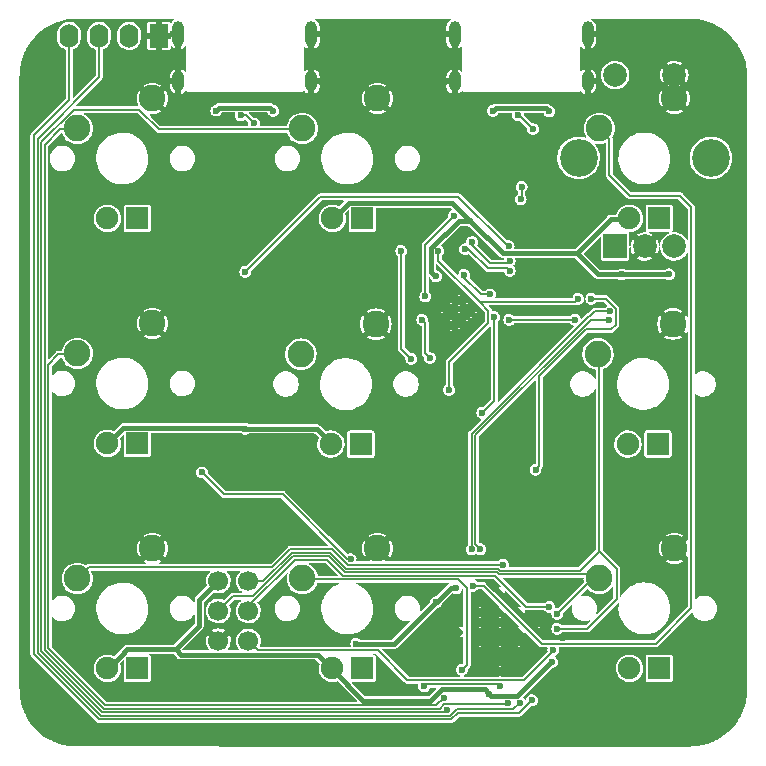
<source format=gbr>
%TF.GenerationSoftware,KiCad,Pcbnew,(5.99.0-10540-g55c1d814f9)*%
%TF.CreationDate,2021-05-28T07:36:20+02:00*%
%TF.ProjectId,1337-v3.0,31333337-2d76-4332-9e30-2e6b69636164,3.0*%
%TF.SameCoordinates,Original*%
%TF.FileFunction,Copper,L1,Top*%
%TF.FilePolarity,Positive*%
%FSLAX46Y46*%
G04 Gerber Fmt 4.6, Leading zero omitted, Abs format (unit mm)*
G04 Created by KiCad (PCBNEW (5.99.0-10540-g55c1d814f9)) date 2021-05-28 07:36:20*
%MOMM*%
%LPD*%
G01*
G04 APERTURE LIST*
%TA.AperFunction,ComponentPad*%
%ADD10C,2.250000*%
%TD*%
%TA.AperFunction,ComponentPad*%
%ADD11C,1.905000*%
%TD*%
%TA.AperFunction,ComponentPad*%
%ADD12R,1.905000X1.905000*%
%TD*%
%TA.AperFunction,ComponentPad*%
%ADD13R,2.000000X2.000000*%
%TD*%
%TA.AperFunction,ComponentPad*%
%ADD14C,2.000000*%
%TD*%
%TA.AperFunction,ComponentPad*%
%ADD15C,3.200000*%
%TD*%
%TA.AperFunction,ComponentPad*%
%ADD16O,1.000000X1.800000*%
%TD*%
%TA.AperFunction,ComponentPad*%
%ADD17O,1.000000X2.200000*%
%TD*%
%TA.AperFunction,ComponentPad*%
%ADD18C,0.500000*%
%TD*%
%TA.AperFunction,ComponentPad*%
%ADD19R,1.600000X2.000000*%
%TD*%
%TA.AperFunction,ComponentPad*%
%ADD20O,1.600000X2.000000*%
%TD*%
%TA.AperFunction,ComponentPad*%
%ADD21C,1.700000*%
%TD*%
%TA.AperFunction,ViaPad*%
%ADD22C,0.600000*%
%TD*%
%TA.AperFunction,Conductor*%
%ADD23C,0.200000*%
%TD*%
%TA.AperFunction,Conductor*%
%ADD24C,0.381000*%
%TD*%
G04 APERTURE END LIST*
D10*
%TO.P,MX3,1,COL*%
%TO.N,S3*%
X170190000Y-79030000D03*
%TO.P,MX3,2,ROW*%
%TO.N,GND*%
X176540000Y-76490000D03*
D11*
%TO.P,MX3,3,LED*%
%TO.N,VCC*%
X172730000Y-86650000D03*
D12*
%TO.P,MX3,4,LEDGND*%
%TO.N,Net-(MX3-Pad4)*%
X175270000Y-86650000D03*
%TD*%
D10*
%TO.P,MX5,1,COL*%
%TO.N,S5*%
X144920000Y-98140000D03*
%TO.P,MX5,2,ROW*%
%TO.N,GND*%
X151270000Y-95600000D03*
D11*
%TO.P,MX5,3,LED*%
%TO.N,VCC*%
X147460000Y-105760000D03*
D12*
%TO.P,MX5,4,LEDGND*%
%TO.N,Net-(MX5-Pad4)*%
X150000000Y-105760000D03*
%TD*%
D10*
%TO.P,MX2,1,COL*%
%TO.N,S2*%
X145040000Y-79040000D03*
%TO.P,MX2,2,ROW*%
%TO.N,GND*%
X151390000Y-76500000D03*
D11*
%TO.P,MX2,3,LED*%
%TO.N,VCC*%
X147580000Y-86660000D03*
D12*
%TO.P,MX2,4,LEDGND*%
%TO.N,Net-(MX2-Pad4)*%
X150120000Y-86660000D03*
%TD*%
D10*
%TO.P,MX6,1,COL*%
%TO.N,S6*%
X170070000Y-98130000D03*
%TO.P,MX6,2,ROW*%
%TO.N,GND*%
X176420000Y-95590000D03*
D11*
%TO.P,MX6,3,LED*%
%TO.N,VCC*%
X172610000Y-105750000D03*
D12*
%TO.P,MX6,4,LEDGND*%
%TO.N,Net-(MX6-Pad4)*%
X175150000Y-105750000D03*
%TD*%
D10*
%TO.P,MX4,1,COL*%
%TO.N,S4*%
X125990000Y-98090000D03*
%TO.P,MX4,2,ROW*%
%TO.N,GND*%
X132340000Y-95550000D03*
D11*
%TO.P,MX4,3,LED*%
%TO.N,VCC*%
X128530000Y-105710000D03*
D12*
%TO.P,MX4,4,LEDGND*%
%TO.N,Net-(MX4-Pad4)*%
X131070000Y-105710000D03*
%TD*%
D10*
%TO.P,MX1,1,COL*%
%TO.N,S1*%
X125990000Y-79040000D03*
%TO.P,MX1,2,ROW*%
%TO.N,GND*%
X132340000Y-76500000D03*
D11*
%TO.P,MX1,3,LED*%
%TO.N,VCC*%
X128530000Y-86660000D03*
D12*
%TO.P,MX1,4,LEDGND*%
%TO.N,Net-(MX1-Pad4)*%
X131070000Y-86660000D03*
%TD*%
D10*
%TO.P,MX7,1,COL*%
%TO.N,S7*%
X125990000Y-117140000D03*
%TO.P,MX7,2,ROW*%
%TO.N,GND*%
X132340000Y-114600000D03*
D11*
%TO.P,MX7,3,LED*%
%TO.N,VCC*%
X128530000Y-124760000D03*
D12*
%TO.P,MX7,4,LEDGND*%
%TO.N,Net-(MX7-Pad4)*%
X131070000Y-124760000D03*
%TD*%
D10*
%TO.P,MX8,1,COL*%
%TO.N,S8*%
X145040000Y-117140000D03*
%TO.P,MX8,2,ROW*%
%TO.N,GND*%
X151390000Y-114600000D03*
D11*
%TO.P,MX8,3,LED*%
%TO.N,VCC*%
X147580000Y-124760000D03*
D12*
%TO.P,MX8,4,LEDGND*%
%TO.N,Net-(MX8-Pad4)*%
X150120000Y-124760000D03*
%TD*%
D10*
%TO.P,MX9,1,COL*%
%TO.N,S9*%
X170190000Y-117130000D03*
%TO.P,MX9,2,ROW*%
%TO.N,GND*%
X176540000Y-114590000D03*
D11*
%TO.P,MX9,3,LED*%
%TO.N,VCC*%
X172730000Y-124750000D03*
D12*
%TO.P,MX9,4,LEDGND*%
%TO.N,Net-(MX9-Pad4)*%
X175270000Y-124750000D03*
%TD*%
D13*
%TO.P,SW2,A,A*%
%TO.N,Net-(RN2-Pad2)*%
X171528000Y-89026000D03*
D14*
%TO.P,SW2,B,B*%
%TO.N,Net-(RN2-Pad3)*%
X176528000Y-89026000D03*
%TO.P,SW2,C,C*%
%TO.N,GND*%
X174028000Y-89026000D03*
D15*
%TO.P,SW2,MP*%
%TO.N,N/C*%
X179628000Y-81526000D03*
X168428000Y-81526000D03*
D14*
%TO.P,SW2,S1,S1*%
%TO.N,GND*%
X176528000Y-74526000D03*
%TO.P,SW2,S2,S2*%
%TO.N,S3*%
X171528000Y-74526000D03*
%TD*%
D16*
%TO.P,J1,S1,SHIELD*%
%TO.N,GND*%
X157942000Y-75061500D03*
D17*
X157942000Y-71061500D03*
X169182000Y-71061500D03*
D16*
X169182000Y-75061500D03*
%TD*%
%TO.P,J3,S1,SHIELD*%
%TO.N,GND*%
X145792000Y-75054000D03*
D17*
X134552000Y-71054000D03*
D16*
X134552000Y-75054000D03*
D17*
X145792000Y-71054000D03*
%TD*%
D18*
%TO.P,U3,45,EP*%
%TO.N,GND*%
X163412301Y-120004299D03*
X163412301Y-121666000D03*
X163412301Y-123327701D03*
X161750600Y-120004299D03*
X161750600Y-124989402D03*
X160088899Y-121666000D03*
X158427198Y-121666000D03*
X161750600Y-123327701D03*
X160088899Y-120004299D03*
X165074002Y-121666000D03*
X161750600Y-118342598D03*
X161750600Y-121666000D03*
X160088899Y-123327701D03*
%TD*%
D19*
%TO.P,U5,1,GND*%
%TO.N,GND*%
X132906000Y-71188000D03*
D20*
%TO.P,U5,2,VCC*%
%TO.N,VCC*%
X130366000Y-71188000D03*
%TO.P,U5,3,SCL*%
%TO.N,SCL*%
X127826000Y-71188000D03*
%TO.P,U5,4,SDA*%
%TO.N,SDA*%
X125286000Y-71188000D03*
%TD*%
D21*
%TO.P,J2,1,MISO*%
%TO.N,S6*%
X140462000Y-117348000D03*
%TO.P,J2,2,VCC*%
%TO.N,VCC*%
X137922000Y-117348000D03*
%TO.P,J2,3,SCK*%
%TO.N,S5*%
X140462000Y-119888000D03*
%TO.P,J2,4,MOSI*%
%TO.N,S9*%
X137922000Y-119888000D03*
%TO.P,J2,5,~RST*%
%TO.N,RST*%
X140462000Y-122428000D03*
%TO.P,J2,6,GND*%
%TO.N,GND*%
X137922000Y-122428000D03*
%TD*%
D18*
%TO.P,U1,29,GND*%
%TO.N,GND*%
X158310000Y-94990000D03*
X159724214Y-94990000D03*
X159017107Y-94282893D03*
X158310000Y-96404214D03*
X159017107Y-95697107D03*
X156895786Y-94990000D03*
X158310000Y-93575786D03*
X157602893Y-95697107D03*
X157602893Y-94282893D03*
%TD*%
D22*
%TO.N,+3.3VA*%
X162560000Y-95250000D03*
X157460000Y-101170000D03*
X168122913Y-95238869D03*
X156560000Y-89408000D03*
X168402000Y-93472000D03*
X160912906Y-93094906D03*
X158750000Y-91440000D03*
%TO.N,GND*%
X161990000Y-92680000D03*
X170190000Y-118980000D03*
X153162000Y-125984000D03*
X162860000Y-87870000D03*
X158990000Y-87680000D03*
X167132000Y-118110000D03*
X167132000Y-122174000D03*
X145616999Y-124302747D03*
X146812000Y-116332000D03*
X138430000Y-77978000D03*
X161055989Y-86639943D03*
X164610000Y-94590000D03*
X161281880Y-80256968D03*
X174170000Y-92350000D03*
%TO.N,/VBUS*%
X161170000Y-77550000D03*
X165960000Y-77590000D03*
%TO.N,VCC*%
X158085598Y-117966777D03*
X156360000Y-119150000D03*
X176080000Y-91390000D03*
X156360000Y-91560000D03*
X172100000Y-91400000D03*
X160880000Y-126920469D03*
X166170000Y-124206000D03*
X159258000Y-86868000D03*
X140210000Y-104460000D03*
X149606000Y-122682000D03*
%TO.N,+3V3*%
X155194000Y-95250000D03*
X153416000Y-89408000D03*
X154270000Y-98540000D03*
X155830000Y-98470000D03*
%TO.N,/VBUS1*%
X142580000Y-77550000D03*
X137760000Y-77520000D03*
%TO.N,EA*%
X159380000Y-114670000D03*
X171054500Y-94531484D03*
%TO.N,EB*%
X171040000Y-95250000D03*
X160110000Y-114660000D03*
%TO.N,RGB*%
X136560000Y-108160000D03*
X149119993Y-115499011D03*
X161760000Y-126239500D03*
X155350000Y-126260000D03*
%TO.N,Net-(D2-Pad2)*%
X140208000Y-91186000D03*
X162510000Y-89010000D03*
%TO.N,Net-(D3-Pad2)*%
X164780000Y-107940000D03*
X169500000Y-93460000D03*
%TO.N,Net-(J1-PadA6)*%
X163311500Y-77910000D03*
X164560000Y-79080000D03*
%TO.N,S6*%
X166624000Y-121412000D03*
%TO.N,S9*%
X166624000Y-120142000D03*
%TO.N,S5*%
X165960000Y-119540000D03*
%TO.N,RST*%
X166293806Y-123193806D03*
%TO.N,Net-(J3-PadA6)*%
X139810000Y-77910000D03*
X140930000Y-78614500D03*
%TO.N,S1*%
X162480000Y-127720000D03*
%TO.N,S2*%
X157300000Y-128269500D03*
%TO.N,S3*%
X159472706Y-117757028D03*
%TO.N,S4*%
X157010000Y-127220000D03*
%TO.N,S7*%
X162030000Y-115980000D03*
%TO.N,S8*%
X158550000Y-124870000D03*
%TO.N,1D-*%
X163596790Y-83976810D03*
X163520000Y-85030000D03*
%TO.N,Net-(R12-Pad2)*%
X155445378Y-93255365D03*
X157859954Y-86438742D03*
%TO.N,Net-(R13-Pad1)*%
X160274000Y-103124000D03*
X161290000Y-94996000D03*
%TO.N,2D+*%
X162600000Y-90235028D03*
X159416021Y-88649479D03*
X159416021Y-88649479D03*
%TO.N,2D-*%
X162600000Y-91085028D03*
X158814979Y-89250521D03*
X158814979Y-89250521D03*
%TO.N,SDA*%
X164470000Y-127450000D03*
%TO.N,SCL*%
X163460000Y-127650000D03*
%TD*%
D23*
%TO.N,+3.3VA*%
X162560000Y-95250000D02*
X168111782Y-95250000D01*
X158750000Y-91694000D02*
X160150906Y-93094906D01*
X158750000Y-91440000D02*
X158750000Y-91694000D01*
X156560000Y-89408000D02*
X156560000Y-90230000D01*
X160150906Y-93094906D02*
X160912906Y-93094906D01*
X168402000Y-93472000D02*
X168164000Y-93710000D01*
X160072000Y-93710000D02*
X160056000Y-93726000D01*
X157460000Y-98826000D02*
X160782000Y-95504000D01*
X168164000Y-93710000D02*
X160072000Y-93710000D01*
X160782000Y-94452000D02*
X160056000Y-93726000D01*
X157460000Y-101170000D02*
X157460000Y-98826000D01*
X160782000Y-95504000D02*
X160782000Y-94452000D01*
X168111782Y-95250000D02*
X168122913Y-95238869D01*
X156560000Y-90230000D02*
X160056000Y-93726000D01*
D24*
%TO.N,/VBUS*%
X165960000Y-77590000D02*
X165690000Y-77320000D01*
X161400000Y-77320000D02*
X161170000Y-77550000D01*
X165690000Y-77320000D02*
X161400000Y-77320000D01*
%TO.N,VCC*%
X158264723Y-86868000D02*
X159258000Y-86868000D01*
X170080000Y-91400000D02*
X172100000Y-91400000D01*
X160469531Y-126510000D02*
X156846783Y-126510000D01*
X149686000Y-122710000D02*
X152800000Y-122710000D01*
X134299999Y-123140000D02*
X136300000Y-121139999D01*
X155964489Y-91164489D02*
X155964489Y-89168234D01*
X157613223Y-117966777D02*
X156430000Y-119150000D01*
X166170000Y-124206000D02*
X166124000Y-124206000D01*
X171176000Y-86724000D02*
X172712000Y-86724000D01*
X129896000Y-104400000D02*
X128512000Y-105784000D01*
X136300000Y-118970000D02*
X137922000Y-117348000D01*
X168290000Y-89610000D02*
X170080000Y-91400000D01*
X163240000Y-127090000D02*
X161049531Y-127090000D01*
X129664011Y-123681989D02*
X130206000Y-123140000D01*
X140210000Y-104460000D02*
X146238000Y-104460000D01*
X152800000Y-122710000D02*
X156360000Y-119150000D01*
X130206000Y-123140000D02*
X134299999Y-123140000D01*
X161049531Y-127090000D02*
X160880000Y-126920469D01*
X168290000Y-89610000D02*
X171176000Y-86724000D01*
X155964489Y-89168234D02*
X158264723Y-86868000D01*
X176070000Y-91400000D02*
X176080000Y-91390000D01*
X146238000Y-104460000D02*
X147562000Y-105784000D01*
X166124000Y-124206000D02*
X163240000Y-127090000D01*
X159258000Y-86868000D02*
X157730000Y-85340000D01*
X130206000Y-123140000D02*
X134310000Y-123140000D01*
X156846783Y-126510000D02*
X155876352Y-127480431D01*
X149634000Y-122710000D02*
X149606000Y-122682000D01*
X157730000Y-85340000D02*
X148956000Y-85340000D01*
X140150000Y-104400000D02*
X129896000Y-104400000D01*
X128512000Y-124834000D02*
X129664011Y-123681989D01*
X148956000Y-85340000D02*
X147562000Y-86734000D01*
X156360000Y-91560000D02*
X155964489Y-91164489D01*
X155876352Y-127480431D02*
X150208431Y-127480431D01*
X134310000Y-123140000D02*
X134769520Y-123599520D01*
X172100000Y-91400000D02*
X176070000Y-91400000D01*
X134769520Y-123599520D02*
X146327520Y-123599520D01*
X149686000Y-122710000D02*
X149634000Y-122710000D01*
X136300000Y-121139999D02*
X136300000Y-118970000D01*
X159258000Y-86868000D02*
X162000000Y-89610000D01*
X160880000Y-126920469D02*
X160469531Y-126510000D01*
X162000000Y-89610000D02*
X168290000Y-89610000D01*
X146327520Y-123599520D02*
X147562000Y-124834000D01*
X158085598Y-117966777D02*
X157613223Y-117966777D01*
X140210000Y-104460000D02*
X140150000Y-104400000D01*
X156430000Y-119150000D02*
X156360000Y-119150000D01*
X150208431Y-127480431D02*
X147562000Y-124834000D01*
D23*
%TO.N,+3V3*%
X155448000Y-98088000D02*
X155448000Y-95504000D01*
X155448000Y-95504000D02*
X155194000Y-95250000D01*
X155830000Y-98470000D02*
X155448000Y-98088000D01*
X154270000Y-98540000D02*
X153416000Y-97686000D01*
X153416000Y-97686000D02*
X153416000Y-89408000D01*
D24*
%TO.N,/VBUS1*%
X142300000Y-77270000D02*
X138010000Y-77270000D01*
X142580000Y-77550000D02*
X142300000Y-77270000D01*
X138010000Y-77270000D02*
X137760000Y-77520000D01*
D23*
%TO.N,EA*%
X171054500Y-94531484D02*
X169788516Y-94531484D01*
X169150480Y-95095935D02*
X159380000Y-104866414D01*
X169399520Y-94920480D02*
X169325934Y-94920480D01*
X169325934Y-94920480D02*
X169150480Y-95095935D01*
X159380000Y-104866414D02*
X159380000Y-114670000D01*
X169788516Y-94531484D02*
X169399520Y-94920480D01*
%TO.N,EB*%
X159679520Y-114229520D02*
X160110000Y-114660000D01*
X159679520Y-104990480D02*
X159679520Y-114229520D01*
X169450000Y-95220000D02*
X159679520Y-104990480D01*
X171010000Y-95220000D02*
X169450000Y-95220000D01*
X171040000Y-95250000D02*
X171010000Y-95220000D01*
%TO.N,RGB*%
X149119993Y-115499011D02*
X148859011Y-115499011D01*
X155520000Y-126090000D02*
X155350000Y-126260000D01*
X148859011Y-115499011D02*
X143360000Y-110000000D01*
X161610500Y-126090000D02*
X155520000Y-126090000D01*
X138400000Y-110000000D02*
X136560000Y-108160000D01*
X161760000Y-126239500D02*
X161610500Y-126090000D01*
X143360000Y-110000000D02*
X138400000Y-110000000D01*
%TO.N,Net-(D2-Pad2)*%
X158246000Y-84836000D02*
X146558000Y-84836000D01*
X162420000Y-89010000D02*
X158246000Y-84836000D01*
X146558000Y-84836000D02*
X140208000Y-91186000D01*
X162510000Y-89010000D02*
X162420000Y-89010000D01*
%TO.N,Net-(D3-Pad2)*%
X171150000Y-96050000D02*
X169043586Y-96050000D01*
X169043586Y-96050000D02*
X165080609Y-100012977D01*
X165080609Y-100012977D02*
X165080609Y-107639391D01*
X165080609Y-107639391D02*
X164780000Y-107940000D01*
X169500000Y-93460000D02*
X170722293Y-93460000D01*
X171554011Y-95645989D02*
X171150000Y-96050000D01*
X171554011Y-94291718D02*
X171554011Y-95645989D01*
X170722293Y-93460000D02*
X171554011Y-94291718D01*
%TO.N,Net-(J1-PadA6)*%
X163390000Y-77910000D02*
X164560000Y-79080000D01*
X163311500Y-77910000D02*
X163390000Y-77910000D01*
%TO.N,S6*%
X168550489Y-116479511D02*
X170115000Y-114915000D01*
X170172000Y-114832000D02*
X171660000Y-116320000D01*
X141738414Y-117348000D02*
X144136415Y-114950000D01*
X147410000Y-114950000D02*
X148758031Y-116298031D01*
X161608754Y-116298031D02*
X161790234Y-116479511D01*
X170172000Y-98154000D02*
X169866200Y-98154000D01*
X144136415Y-114950000D02*
X147410000Y-114950000D01*
X140462000Y-117348000D02*
X141738414Y-117348000D01*
X148758031Y-116298031D02*
X161608754Y-116298031D01*
X171660000Y-116320000D02*
X171660000Y-118916000D01*
X170172000Y-98154000D02*
X170172000Y-114832000D01*
X169626000Y-98154000D02*
X170172000Y-98154000D01*
X161790234Y-116479511D02*
X168550489Y-116479511D01*
X171660000Y-118916000D02*
X169164000Y-121412000D01*
X169164000Y-121412000D02*
X166624000Y-121412000D01*
%TO.N,S9*%
X166624000Y-120142000D02*
X169562000Y-117204000D01*
X169562000Y-117204000D02*
X170172000Y-117204000D01*
X170172000Y-117204000D02*
X169747031Y-116779031D01*
X148633965Y-116597551D02*
X147285934Y-115249520D01*
X139180000Y-118630000D02*
X137922000Y-119888000D01*
X161666168Y-116779031D02*
X161484688Y-116597551D01*
X147285934Y-115249520D02*
X144260480Y-115249520D01*
X140880000Y-118630000D02*
X139180000Y-118630000D01*
X161484688Y-116597551D02*
X148633965Y-116597551D01*
X170172000Y-117204000D02*
X169146000Y-117204000D01*
X144260480Y-115249520D02*
X140880000Y-118630000D01*
X169747031Y-116779031D02*
X161666168Y-116779031D01*
%TO.N,S5*%
X164003551Y-119540000D02*
X161360622Y-116897071D01*
X165960000Y-119540000D02*
X164003551Y-119540000D01*
X140462000Y-119471586D02*
X140462000Y-119888000D01*
X147161868Y-115549040D02*
X144384546Y-115549040D01*
X144384546Y-115549040D02*
X140462000Y-119471586D01*
X148509899Y-116897071D02*
X147161868Y-115549040D01*
X161360622Y-116897071D02*
X148509899Y-116897071D01*
%TO.N,RST*%
X166293806Y-123266194D02*
X163820000Y-125740000D01*
X153934000Y-125740000D02*
X151403500Y-123209500D01*
X163820000Y-125740000D02*
X153934000Y-125740000D01*
X166293806Y-123193806D02*
X166293806Y-123266194D01*
X141243500Y-123209500D02*
X140462000Y-122428000D01*
X151403500Y-123209500D02*
X141243500Y-123209500D01*
%TO.N,Net-(J3-PadA6)*%
X140225500Y-77910000D02*
X139810000Y-77910000D01*
X140930000Y-78614500D02*
X140225500Y-77910000D01*
%TO.N,S1*%
X123220480Y-80449520D02*
X124556000Y-79114000D01*
X162480000Y-127720000D02*
X162430011Y-127769989D01*
X123220480Y-123184065D02*
X123220480Y-80449520D01*
X162430011Y-127769989D02*
X157060234Y-127769989D01*
X156660252Y-128169971D02*
X128206386Y-128169971D01*
X157060234Y-127769989D02*
X156660252Y-128169971D01*
X128206386Y-128169971D02*
X123220480Y-123184065D01*
X124556000Y-79114000D02*
X125972000Y-79114000D01*
%TO.N,S2*%
X131237723Y-77450000D02*
X132901723Y-79114000D01*
X128082321Y-128469491D02*
X122920960Y-123308130D01*
X132901723Y-79114000D02*
X145022000Y-79114000D01*
X125675723Y-77450000D02*
X131237723Y-77450000D01*
X157300000Y-128269500D02*
X157100009Y-128469491D01*
X157100009Y-128469491D02*
X128082321Y-128469491D01*
X122920960Y-123308130D02*
X122920960Y-80204763D01*
X122920960Y-80204763D02*
X125675723Y-77450000D01*
%TO.N,S3*%
X176980000Y-84720000D02*
X172790000Y-84720000D01*
X167385277Y-122660000D02*
X174940000Y-122660000D01*
X172790000Y-84720000D02*
X171040000Y-82970000D01*
X165293511Y-122673511D02*
X167371766Y-122673511D01*
X160377028Y-117757028D02*
X165293511Y-122673511D01*
X167371766Y-122673511D02*
X167385277Y-122660000D01*
X171040000Y-79972000D02*
X170172000Y-79104000D01*
X177970000Y-119630000D02*
X177970000Y-85710000D01*
X177970000Y-85710000D02*
X176980000Y-84720000D01*
X159472706Y-117757028D02*
X160377028Y-117757028D01*
X171040000Y-82970000D02*
X171040000Y-79972000D01*
X174940000Y-122660000D02*
X177970000Y-119630000D01*
%TO.N,S4*%
X124381010Y-98164000D02*
X125972000Y-98164000D01*
X123520000Y-123060000D02*
X123520000Y-99025010D01*
X157010000Y-127220000D02*
X156359549Y-127870451D01*
X128330451Y-127870451D02*
X123520000Y-123060000D01*
X156359549Y-127870451D02*
X128330451Y-127870451D01*
X123520000Y-99025010D02*
X124381010Y-98164000D01*
%TO.N,S7*%
X147534066Y-114650480D02*
X144012348Y-114650480D01*
X148882097Y-115998511D02*
X147534066Y-114650480D01*
X162011489Y-115998511D02*
X148882097Y-115998511D01*
X144012348Y-114650480D02*
X142462828Y-116200000D01*
X126986000Y-116200000D02*
X125972000Y-117214000D01*
X162030000Y-115980000D02*
X162011489Y-115998511D01*
X142462828Y-116200000D02*
X126986000Y-116200000D01*
%TO.N,S8*%
X158980000Y-124440000D02*
X158980000Y-117970723D01*
X158550000Y-124870000D02*
X158980000Y-124440000D01*
X158223277Y-117214000D02*
X145022000Y-117214000D01*
X158980000Y-117970723D02*
X158223277Y-117214000D01*
%TO.N,1D-*%
X163520000Y-85030000D02*
X163596790Y-84953210D01*
X163596790Y-84953210D02*
X163596790Y-83976810D01*
%TO.N,Net-(R12-Pad2)*%
X157859954Y-86438742D02*
X157859954Y-86488046D01*
X157859954Y-86488046D02*
X155445378Y-88902622D01*
X155445378Y-88902622D02*
X155445378Y-93255365D01*
%TO.N,Net-(R13-Pad1)*%
X161290000Y-94996000D02*
X161290000Y-102108000D01*
X161290000Y-102108000D02*
X160274000Y-103124000D01*
%TO.N,2D+*%
X162400001Y-90435027D02*
X160918726Y-90435027D01*
X162600000Y-90235028D02*
X162400001Y-90435027D01*
X160918726Y-90435027D02*
X159416021Y-88932322D01*
X159416021Y-88932322D02*
X159416021Y-88649479D01*
%TO.N,2D-*%
X160732330Y-90885029D02*
X159097822Y-89250521D01*
X162600000Y-91085028D02*
X162400001Y-90885029D01*
X159097822Y-89250521D02*
X158814979Y-89250521D01*
X162400001Y-90885029D02*
X160732330Y-90885029D01*
%TO.N,SDA*%
X157663831Y-129068531D02*
X127834190Y-129068531D01*
X122321920Y-123556261D02*
X122321920Y-79628080D01*
X158182363Y-128550000D02*
X157663831Y-129068531D01*
X127658736Y-128893076D02*
X127315657Y-128550000D01*
X125286000Y-76664000D02*
X125286000Y-71188000D01*
X127834190Y-129068531D02*
X127658736Y-128893076D01*
X163370000Y-128550000D02*
X158182363Y-128550000D01*
X127315657Y-128550000D02*
X122321920Y-123556261D01*
X122321920Y-79628080D02*
X125286000Y-76664000D01*
X164470000Y-127450000D02*
X163370000Y-128550000D01*
%TO.N,SCL*%
X158098777Y-128210000D02*
X157539766Y-128769011D01*
X122621440Y-123432195D02*
X122621440Y-79908560D01*
X162890489Y-128219511D02*
X162240234Y-128219511D01*
X122621440Y-79908560D02*
X127826000Y-74704000D01*
X127826000Y-74704000D02*
X127826000Y-71188000D01*
X157539766Y-128769011D02*
X127958256Y-128769011D01*
X163460000Y-127650000D02*
X162890489Y-128219511D01*
X162240234Y-128219511D02*
X162230723Y-128210000D01*
X162230723Y-128210000D02*
X158098777Y-128210000D01*
X127958256Y-128769011D02*
X122621440Y-123432195D01*
%TD*%
%TA.AperFunction,Conductor*%
%TO.N,GND*%
G36*
X126849182Y-69756393D02*
G01*
X130186549Y-69759371D01*
X134163232Y-69762918D01*
X134197867Y-69777301D01*
X134212188Y-69811962D01*
X134197805Y-69846597D01*
X134185661Y-69855461D01*
X134158349Y-69869557D01*
X134153509Y-69872846D01*
X134030308Y-69980322D01*
X134026384Y-69984680D01*
X133957574Y-70082587D01*
X133925909Y-70102682D01*
X133889310Y-70094501D01*
X133876743Y-70081635D01*
X133853637Y-70047054D01*
X133846946Y-70040363D01*
X133788462Y-70001286D01*
X133779717Y-69997664D01*
X133708366Y-69983471D01*
X133703590Y-69983000D01*
X133169747Y-69983000D01*
X133162855Y-69985855D01*
X133160000Y-69992747D01*
X133160000Y-70924253D01*
X133162855Y-70931145D01*
X133169747Y-70934000D01*
X133802253Y-70934000D01*
X133809145Y-70931145D01*
X133812000Y-70924253D01*
X133812000Y-70849000D01*
X133826352Y-70814352D01*
X133861000Y-70800000D01*
X134757000Y-70800000D01*
X134791648Y-70814352D01*
X134806000Y-70849000D01*
X134806000Y-72300775D01*
X134808855Y-72307667D01*
X134809977Y-72308132D01*
X134811212Y-72307832D01*
X134945648Y-72238445D01*
X134950491Y-72235154D01*
X135073692Y-72127678D01*
X135077613Y-72123323D01*
X135089939Y-72105785D01*
X135121604Y-72085691D01*
X135158204Y-72093872D01*
X135178298Y-72125537D01*
X135179027Y-72133892D01*
X135179812Y-72763140D01*
X135181574Y-74176495D01*
X135167265Y-74211161D01*
X135132635Y-74225556D01*
X135097969Y-74211247D01*
X135092192Y-74204310D01*
X135082502Y-74190211D01*
X135078620Y-74185807D01*
X134956562Y-74077058D01*
X134951742Y-74073708D01*
X134814614Y-74001102D01*
X134807187Y-74000400D01*
X134806361Y-74001083D01*
X134806000Y-74002535D01*
X134806000Y-76100775D01*
X134808855Y-76107667D01*
X134809977Y-76108132D01*
X134811212Y-76107832D01*
X134945648Y-76038445D01*
X134950491Y-76035154D01*
X135073692Y-75927678D01*
X135077616Y-75923320D01*
X135123229Y-75858419D01*
X135154894Y-75838324D01*
X135191493Y-75846505D01*
X135201602Y-75856011D01*
X135209823Y-75866302D01*
X135215688Y-75875627D01*
X135219148Y-75882812D01*
X135223252Y-75891336D01*
X135227565Y-75894778D01*
X135227566Y-75894779D01*
X135237092Y-75902380D01*
X135244812Y-75910096D01*
X135255859Y-75923924D01*
X135260833Y-75926315D01*
X135260836Y-75926318D01*
X135271570Y-75931479D01*
X135280898Y-75937338D01*
X135283499Y-75939413D01*
X135294524Y-75948211D01*
X135311783Y-75952161D01*
X135322085Y-75955765D01*
X135333063Y-75961044D01*
X135333065Y-75961045D01*
X135338037Y-75963435D01*
X135360373Y-75963427D01*
X135361217Y-75963475D01*
X135361661Y-75963576D01*
X135363003Y-75963575D01*
X135363010Y-75963575D01*
X135465467Y-75963468D01*
X144993762Y-75953553D01*
X144993763Y-75953553D01*
X145014117Y-75953532D01*
X145014124Y-75953532D01*
X145015681Y-75953530D01*
X145016201Y-75953411D01*
X145017119Y-75953357D01*
X145039673Y-75953298D01*
X145055301Y-75945725D01*
X145065716Y-75942061D01*
X145082646Y-75938181D01*
X145096532Y-75927092D01*
X145105739Y-75921287D01*
X145121733Y-75913538D01*
X145130592Y-75902380D01*
X145132532Y-75899937D01*
X145140330Y-75892117D01*
X145149590Y-75884722D01*
X145153899Y-75881281D01*
X145156265Y-75876362D01*
X145189052Y-75858219D01*
X145225094Y-75868583D01*
X145234945Y-75879154D01*
X145261497Y-75917789D01*
X145265380Y-75922193D01*
X145387438Y-76030942D01*
X145392258Y-76034292D01*
X145529386Y-76106898D01*
X145536813Y-76107600D01*
X145537639Y-76106917D01*
X145538000Y-76105465D01*
X145538000Y-75317747D01*
X146046000Y-75317747D01*
X146046000Y-76100775D01*
X146048855Y-76107667D01*
X146049977Y-76108132D01*
X146051212Y-76107832D01*
X146185648Y-76038445D01*
X146190491Y-76035154D01*
X146313692Y-75927678D01*
X146317616Y-75923320D01*
X146411620Y-75789565D01*
X146414392Y-75784397D01*
X146473779Y-75632076D01*
X146475236Y-75626401D01*
X146491791Y-75500651D01*
X146492000Y-75497466D01*
X146492000Y-75401440D01*
X150653924Y-75401440D01*
X150654857Y-75405647D01*
X151383107Y-76133897D01*
X151390000Y-76136752D01*
X151396893Y-76133897D01*
X152123159Y-75407631D01*
X152126014Y-75400738D01*
X152124365Y-75396756D01*
X152056751Y-75349412D01*
X152053064Y-75347283D01*
X152005807Y-75325247D01*
X157242000Y-75325247D01*
X157242000Y-75501345D01*
X157242177Y-75504281D01*
X157256995Y-75626732D01*
X157258394Y-75632430D01*
X157316181Y-75785359D01*
X157318901Y-75790561D01*
X157411497Y-75925288D01*
X157415380Y-75929693D01*
X157537438Y-76038442D01*
X157542258Y-76041792D01*
X157679386Y-76114398D01*
X157686813Y-76115100D01*
X157687639Y-76114417D01*
X157688000Y-76112965D01*
X157688000Y-75325247D01*
X157685145Y-75318355D01*
X157678253Y-75315500D01*
X157251747Y-75315500D01*
X157244855Y-75318355D01*
X157242000Y-75325247D01*
X152005807Y-75325247D01*
X151846825Y-75251113D01*
X151842820Y-75249655D01*
X151623024Y-75190761D01*
X151618820Y-75190019D01*
X151392126Y-75170186D01*
X151387874Y-75170186D01*
X151161180Y-75190019D01*
X151156976Y-75190761D01*
X150937180Y-75249655D01*
X150933175Y-75251113D01*
X150726936Y-75347283D01*
X150723249Y-75349412D01*
X150657934Y-75395146D01*
X150653924Y-75401440D01*
X146492000Y-75401440D01*
X146492000Y-75317747D01*
X146489145Y-75310855D01*
X146482253Y-75308000D01*
X146055747Y-75308000D01*
X146048855Y-75310855D01*
X146046000Y-75317747D01*
X145538000Y-75317747D01*
X145538000Y-74007225D01*
X145536057Y-74002535D01*
X146046000Y-74002535D01*
X146046000Y-74790253D01*
X146048855Y-74797145D01*
X146055747Y-74800000D01*
X146482253Y-74800000D01*
X146489145Y-74797145D01*
X146492000Y-74790253D01*
X146492000Y-74618034D01*
X157242000Y-74618034D01*
X157242000Y-74797753D01*
X157244855Y-74804645D01*
X157251747Y-74807500D01*
X157678253Y-74807500D01*
X157685145Y-74804645D01*
X157688000Y-74797753D01*
X157688000Y-74014725D01*
X157685145Y-74007833D01*
X157684023Y-74007368D01*
X157682788Y-74007668D01*
X157548352Y-74077055D01*
X157543509Y-74080346D01*
X157420308Y-74187822D01*
X157416384Y-74192180D01*
X157322380Y-74325935D01*
X157319608Y-74331103D01*
X157260221Y-74483424D01*
X157258764Y-74489099D01*
X157242209Y-74614849D01*
X157242000Y-74618034D01*
X146492000Y-74618034D01*
X146492000Y-74614155D01*
X146491823Y-74611219D01*
X146477005Y-74488768D01*
X146475606Y-74483070D01*
X146417819Y-74330141D01*
X146415099Y-74324939D01*
X146322503Y-74190212D01*
X146318620Y-74185807D01*
X146196562Y-74077058D01*
X146191742Y-74073708D01*
X146054614Y-74001102D01*
X146047187Y-74000400D01*
X146046361Y-74001083D01*
X146046000Y-74002535D01*
X145536057Y-74002535D01*
X145535145Y-74000333D01*
X145534023Y-73999868D01*
X145532788Y-74000168D01*
X145398352Y-74069555D01*
X145393509Y-74072846D01*
X145269111Y-74181366D01*
X145233567Y-74193328D01*
X145199975Y-74176652D01*
X145187900Y-74144613D01*
X145187444Y-74014725D01*
X145181743Y-72393000D01*
X145180911Y-72156228D01*
X145195141Y-72121530D01*
X145229739Y-72107056D01*
X145261993Y-72121548D01*
X145263172Y-72120225D01*
X145387438Y-72230942D01*
X145392258Y-72234292D01*
X145529386Y-72306898D01*
X145536813Y-72307600D01*
X145537639Y-72306917D01*
X145538000Y-72305465D01*
X145538000Y-71317747D01*
X146046000Y-71317747D01*
X146046000Y-72300775D01*
X146048855Y-72307667D01*
X146049977Y-72308132D01*
X146051212Y-72307832D01*
X146185648Y-72238445D01*
X146190491Y-72235154D01*
X146313692Y-72127678D01*
X146317616Y-72123320D01*
X146411620Y-71989565D01*
X146414392Y-71984397D01*
X146473779Y-71832076D01*
X146475236Y-71826401D01*
X146491791Y-71700651D01*
X146492000Y-71697466D01*
X146492000Y-71325247D01*
X157242000Y-71325247D01*
X157242000Y-71701345D01*
X157242177Y-71704281D01*
X157256995Y-71826732D01*
X157258394Y-71832430D01*
X157316181Y-71985359D01*
X157318901Y-71990561D01*
X157411497Y-72125288D01*
X157415379Y-72129691D01*
X157537438Y-72238442D01*
X157542258Y-72241792D01*
X157679386Y-72314398D01*
X157686813Y-72315100D01*
X157687639Y-72314417D01*
X157688000Y-72312965D01*
X157688000Y-71325247D01*
X157685145Y-71318355D01*
X157678253Y-71315500D01*
X157251747Y-71315500D01*
X157244855Y-71318355D01*
X157242000Y-71325247D01*
X146492000Y-71325247D01*
X146492000Y-71317747D01*
X146489145Y-71310855D01*
X146482253Y-71308000D01*
X146055747Y-71308000D01*
X146048855Y-71310855D01*
X146046000Y-71317747D01*
X145538000Y-71317747D01*
X145538000Y-70849000D01*
X145552352Y-70814352D01*
X145587000Y-70800000D01*
X146482253Y-70800000D01*
X146489145Y-70797145D01*
X146492000Y-70790253D01*
X146492000Y-70414148D01*
X146491823Y-70411219D01*
X146477005Y-70288768D01*
X146475606Y-70283070D01*
X146417819Y-70130141D01*
X146415099Y-70124939D01*
X146322503Y-69990212D01*
X146318620Y-69985807D01*
X146196562Y-69877058D01*
X146191742Y-69873708D01*
X146158032Y-69855859D01*
X146134127Y-69826962D01*
X146137656Y-69789625D01*
X146166553Y-69765720D01*
X146180961Y-69763554D01*
X157566486Y-69763554D01*
X157601134Y-69777906D01*
X157615486Y-69812554D01*
X157601134Y-69847202D01*
X157588960Y-69856096D01*
X157548352Y-69877055D01*
X157543509Y-69880346D01*
X157420308Y-69987822D01*
X157416384Y-69992180D01*
X157322380Y-70125935D01*
X157319608Y-70131103D01*
X157260221Y-70283424D01*
X157258764Y-70289099D01*
X157242209Y-70414849D01*
X157242000Y-70418034D01*
X157242000Y-70797753D01*
X157244855Y-70804645D01*
X157251747Y-70807500D01*
X158147000Y-70807500D01*
X158181648Y-70821852D01*
X158196000Y-70856500D01*
X158196000Y-72308275D01*
X158198855Y-72315167D01*
X158199977Y-72315632D01*
X158201212Y-72315332D01*
X158335648Y-72245945D01*
X158340491Y-72242654D01*
X158463692Y-72135178D01*
X158467616Y-72130820D01*
X158478654Y-72115114D01*
X158510318Y-72095019D01*
X158546918Y-72103200D01*
X158567013Y-72134864D01*
X158567743Y-72143258D01*
X158567798Y-72230942D01*
X158568504Y-73361679D01*
X158569014Y-74180303D01*
X158554685Y-74214959D01*
X158520046Y-74229332D01*
X158485388Y-74215002D01*
X158479633Y-74208086D01*
X158472503Y-74197712D01*
X158468620Y-74193307D01*
X158346562Y-74084558D01*
X158341742Y-74081208D01*
X158204614Y-74008602D01*
X158197187Y-74007900D01*
X158196361Y-74008583D01*
X158196000Y-74010035D01*
X158196000Y-76108275D01*
X158198855Y-76115167D01*
X158199977Y-76115632D01*
X158201212Y-76115332D01*
X158335648Y-76045945D01*
X158340491Y-76042654D01*
X158463692Y-75935178D01*
X158467616Y-75930820D01*
X158515711Y-75862388D01*
X158547376Y-75842293D01*
X158583975Y-75850474D01*
X158594100Y-75860000D01*
X158596256Y-75862702D01*
X158602101Y-75872004D01*
X158607304Y-75882812D01*
X158607306Y-75882814D01*
X158609698Y-75887783D01*
X158615129Y-75892117D01*
X158623476Y-75898778D01*
X158631214Y-75906517D01*
X158642205Y-75920292D01*
X158647174Y-75922685D01*
X158647178Y-75922688D01*
X158657983Y-75927891D01*
X158667284Y-75933737D01*
X158680970Y-75944658D01*
X158696142Y-75948130D01*
X158698154Y-75948591D01*
X158708481Y-75952208D01*
X158719389Y-75957461D01*
X158719390Y-75957461D01*
X158724359Y-75959854D01*
X158741893Y-75959859D01*
X158746721Y-75959860D01*
X158747614Y-75959910D01*
X158748107Y-75960023D01*
X158771368Y-75959999D01*
X158847191Y-75959920D01*
X158851914Y-75959915D01*
X168380208Y-75950000D01*
X168380209Y-75950000D01*
X168386088Y-75949994D01*
X168402127Y-75949977D01*
X168402596Y-75949870D01*
X168403465Y-75949820D01*
X168414353Y-75949798D01*
X168425995Y-75949774D01*
X168430961Y-75947372D01*
X168430964Y-75947371D01*
X168441705Y-75942175D01*
X168452095Y-75938524D01*
X168463713Y-75935861D01*
X168469092Y-75934628D01*
X168473403Y-75931186D01*
X168473404Y-75931185D01*
X168482914Y-75923590D01*
X168492151Y-75917770D01*
X168508079Y-75910065D01*
X168511511Y-75905748D01*
X168511513Y-75905746D01*
X168518933Y-75896411D01*
X168526711Y-75888615D01*
X168540345Y-75877728D01*
X168541714Y-75874883D01*
X168573328Y-75857390D01*
X168609370Y-75867754D01*
X168619220Y-75878325D01*
X168651497Y-75925288D01*
X168655380Y-75929693D01*
X168777438Y-76038442D01*
X168782258Y-76041792D01*
X168919386Y-76114398D01*
X168926813Y-76115100D01*
X168927639Y-76114417D01*
X168928000Y-76112965D01*
X168928000Y-75325247D01*
X169436000Y-75325247D01*
X169436000Y-76108275D01*
X169438855Y-76115167D01*
X169439977Y-76115632D01*
X169441212Y-76115332D01*
X169575648Y-76045945D01*
X169580491Y-76042654D01*
X169703692Y-75935178D01*
X169707616Y-75930820D01*
X169801620Y-75797065D01*
X169804392Y-75791897D01*
X169863779Y-75639576D01*
X169865236Y-75633901D01*
X169881791Y-75508151D01*
X169882000Y-75504966D01*
X169882000Y-75325247D01*
X169879145Y-75318355D01*
X169872253Y-75315500D01*
X169445747Y-75315500D01*
X169438855Y-75318355D01*
X169436000Y-75325247D01*
X168928000Y-75325247D01*
X168928000Y-74014725D01*
X168926057Y-74010035D01*
X169436000Y-74010035D01*
X169436000Y-74797753D01*
X169438855Y-74804645D01*
X169445747Y-74807500D01*
X169872253Y-74807500D01*
X169879145Y-74804645D01*
X169882000Y-74797753D01*
X169882000Y-74621655D01*
X169881823Y-74618719D01*
X169867005Y-74496268D01*
X169866557Y-74494444D01*
X170322913Y-74494444D01*
X170337342Y-74714582D01*
X170391646Y-74928404D01*
X170392582Y-74930434D01*
X170392584Y-74930440D01*
X170433078Y-75018278D01*
X170484006Y-75128750D01*
X170611331Y-75308910D01*
X170612939Y-75310476D01*
X170612942Y-75310480D01*
X170680913Y-75376694D01*
X170769354Y-75462849D01*
X170771216Y-75464093D01*
X170771217Y-75464094D01*
X170914439Y-75559792D01*
X170952785Y-75585414D01*
X170954846Y-75586300D01*
X170954847Y-75586300D01*
X171061393Y-75632076D01*
X171155480Y-75672499D01*
X171157669Y-75672994D01*
X171157668Y-75672994D01*
X171368461Y-75720692D01*
X171368467Y-75720693D01*
X171370651Y-75721187D01*
X171463516Y-75724836D01*
X171588844Y-75729760D01*
X171588847Y-75729760D01*
X171591091Y-75729848D01*
X171593310Y-75729526D01*
X171593315Y-75729526D01*
X171706096Y-75713173D01*
X171809418Y-75698192D01*
X171811540Y-75697472D01*
X171811543Y-75697471D01*
X171982095Y-75639576D01*
X172018321Y-75627279D01*
X172091494Y-75586300D01*
X172208841Y-75520583D01*
X172208843Y-75520582D01*
X172210803Y-75519484D01*
X172223538Y-75508893D01*
X172231826Y-75502000D01*
X175915248Y-75502000D01*
X175918103Y-75508893D01*
X176533107Y-76123897D01*
X176540000Y-76126752D01*
X176546893Y-76123897D01*
X177149897Y-75520893D01*
X177152752Y-75514000D01*
X177149897Y-75507107D01*
X176534893Y-74892103D01*
X176528000Y-74889248D01*
X176521107Y-74892103D01*
X175918103Y-75495107D01*
X175915248Y-75502000D01*
X172231826Y-75502000D01*
X172378694Y-75379850D01*
X172380417Y-75378417D01*
X172438226Y-75308910D01*
X172520048Y-75210530D01*
X172520050Y-75210528D01*
X172521484Y-75208803D01*
X172542055Y-75172072D01*
X172628183Y-75018278D01*
X172629279Y-75016321D01*
X172663697Y-74914929D01*
X172699471Y-74809543D01*
X172699472Y-74809540D01*
X172700192Y-74807418D01*
X172718487Y-74681237D01*
X172731641Y-74590521D01*
X172731641Y-74590515D01*
X172731848Y-74589091D01*
X172732099Y-74579529D01*
X172733462Y-74527453D01*
X172733462Y-74527452D01*
X172733500Y-74526000D01*
X172730808Y-74496699D01*
X175323560Y-74496699D01*
X175337689Y-74712266D01*
X175338389Y-74716680D01*
X175391563Y-74926055D01*
X175393059Y-74930279D01*
X175483496Y-75126455D01*
X175485740Y-75130340D01*
X175512706Y-75168496D01*
X175519016Y-75172478D01*
X175523275Y-75171514D01*
X176161897Y-74532893D01*
X176164752Y-74526000D01*
X176891248Y-74526000D01*
X176894103Y-74532893D01*
X177531647Y-75170436D01*
X177538540Y-75173291D01*
X177541484Y-75172072D01*
X177627726Y-75018075D01*
X177629541Y-75013999D01*
X177698985Y-74809427D01*
X177700028Y-74805078D01*
X177731142Y-74590494D01*
X177731387Y-74587619D01*
X177732962Y-74527452D01*
X177732867Y-74524551D01*
X177713028Y-74308651D01*
X177712210Y-74304237D01*
X177653573Y-74096328D01*
X177651972Y-74092155D01*
X177556424Y-73898403D01*
X177554087Y-73894589D01*
X177544757Y-73882094D01*
X177538347Y-73878280D01*
X177533768Y-73879443D01*
X176894103Y-74519107D01*
X176891248Y-74526000D01*
X176164752Y-74526000D01*
X176161897Y-74519107D01*
X175522605Y-73879816D01*
X175515712Y-73876961D01*
X175512996Y-73878086D01*
X175415774Y-74062872D01*
X175414058Y-74067014D01*
X175349999Y-74273318D01*
X175349067Y-74277702D01*
X175323677Y-74492225D01*
X175323560Y-74496699D01*
X172730808Y-74496699D01*
X172730807Y-74496686D01*
X172717196Y-74348565D01*
X172713314Y-74306315D01*
X172653431Y-74093987D01*
X172643006Y-74072846D01*
X172572247Y-73929361D01*
X172555858Y-73896128D01*
X172423861Y-73719363D01*
X172422207Y-73717834D01*
X172263513Y-73571139D01*
X172263512Y-73571138D01*
X172261862Y-73569613D01*
X172179390Y-73517577D01*
X175881708Y-73517577D01*
X175882203Y-73520992D01*
X176521107Y-74159897D01*
X176528000Y-74162752D01*
X176534893Y-74159897D01*
X177170801Y-73523988D01*
X177173656Y-73517095D01*
X177172228Y-73513646D01*
X177076960Y-73453537D01*
X177072971Y-73451504D01*
X176872322Y-73371453D01*
X176868033Y-73370183D01*
X176656163Y-73328040D01*
X176651712Y-73327572D01*
X176435705Y-73324744D01*
X176431239Y-73325096D01*
X176218336Y-73361679D01*
X176214016Y-73362836D01*
X176011341Y-73437608D01*
X176007307Y-73439532D01*
X175886171Y-73511601D01*
X175881708Y-73517577D01*
X172179390Y-73517577D01*
X172075286Y-73451892D01*
X172043175Y-73439081D01*
X171872464Y-73370974D01*
X171872460Y-73370973D01*
X171870380Y-73370143D01*
X171868179Y-73369705D01*
X171868175Y-73369704D01*
X171726756Y-73341574D01*
X171654009Y-73327104D01*
X171548873Y-73325728D01*
X171435666Y-73324245D01*
X171435661Y-73324245D01*
X171433418Y-73324216D01*
X171431201Y-73324597D01*
X171431200Y-73324597D01*
X171413887Y-73327572D01*
X171215994Y-73361576D01*
X171213890Y-73362352D01*
X171213887Y-73362353D01*
X171011127Y-73437155D01*
X171011124Y-73437156D01*
X171009019Y-73437933D01*
X171007091Y-73439080D01*
X171007089Y-73439081D01*
X170881757Y-73513646D01*
X170819425Y-73550730D01*
X170653561Y-73696189D01*
X170652173Y-73697950D01*
X170518373Y-73867674D01*
X170518370Y-73867678D01*
X170516983Y-73869438D01*
X170414263Y-74064675D01*
X170348843Y-74275362D01*
X170348579Y-74277594D01*
X170348578Y-74277598D01*
X170323177Y-74492212D01*
X170322913Y-74494444D01*
X169866557Y-74494444D01*
X169865606Y-74490570D01*
X169807819Y-74337641D01*
X169805099Y-74332439D01*
X169712503Y-74197712D01*
X169708620Y-74193307D01*
X169586562Y-74084558D01*
X169581742Y-74081208D01*
X169444614Y-74008602D01*
X169437187Y-74007900D01*
X169436361Y-74008583D01*
X169436000Y-74010035D01*
X168926057Y-74010035D01*
X168925145Y-74007833D01*
X168924023Y-74007368D01*
X168922788Y-74007668D01*
X168788352Y-74077055D01*
X168783509Y-74080346D01*
X168658083Y-74189763D01*
X168657349Y-74188922D01*
X168626948Y-74203420D01*
X168591597Y-74190899D01*
X168575387Y-74154629D01*
X168572995Y-73327601D01*
X168572256Y-73071955D01*
X168569625Y-72162237D01*
X168583876Y-72127548D01*
X168618482Y-72113096D01*
X168652553Y-72128420D01*
X168653172Y-72127725D01*
X168777438Y-72238442D01*
X168782258Y-72241792D01*
X168919386Y-72314398D01*
X168926813Y-72315100D01*
X168927639Y-72314417D01*
X168928000Y-72312965D01*
X168928000Y-71325247D01*
X169436000Y-71325247D01*
X169436000Y-72308275D01*
X169438855Y-72315167D01*
X169439977Y-72315632D01*
X169441212Y-72315332D01*
X169575648Y-72245945D01*
X169580491Y-72242654D01*
X169703692Y-72135178D01*
X169707616Y-72130820D01*
X169801620Y-71997065D01*
X169804392Y-71991897D01*
X169863779Y-71839576D01*
X169865236Y-71833901D01*
X169881791Y-71708151D01*
X169882000Y-71704966D01*
X169882000Y-71325247D01*
X169879145Y-71318355D01*
X169872253Y-71315500D01*
X169445747Y-71315500D01*
X169438855Y-71318355D01*
X169436000Y-71325247D01*
X168928000Y-71325247D01*
X168928000Y-70856500D01*
X168942352Y-70821852D01*
X168977000Y-70807500D01*
X169872253Y-70807500D01*
X169879145Y-70804645D01*
X169882000Y-70797753D01*
X169882000Y-70421655D01*
X169881823Y-70418719D01*
X169867005Y-70296268D01*
X169865606Y-70290570D01*
X169807819Y-70137641D01*
X169805099Y-70132439D01*
X169712503Y-69997712D01*
X169708620Y-69993307D01*
X169586562Y-69884558D01*
X169581736Y-69881203D01*
X169533352Y-69855585D01*
X169509447Y-69826689D01*
X169512977Y-69789352D01*
X169541873Y-69765447D01*
X169556254Y-69763282D01*
X173982001Y-69761539D01*
X175543603Y-69760924D01*
X177840249Y-69760020D01*
X177851742Y-69761382D01*
X177865766Y-69764760D01*
X177868536Y-69764789D01*
X177868538Y-69764789D01*
X178033925Y-69766503D01*
X178035554Y-69766547D01*
X178116373Y-69770075D01*
X178145326Y-69771339D01*
X178147432Y-69771476D01*
X178468005Y-69799523D01*
X178470094Y-69799752D01*
X178530237Y-69807670D01*
X178561690Y-69811811D01*
X178563803Y-69812136D01*
X178880716Y-69868017D01*
X178882813Y-69868435D01*
X178972970Y-69888423D01*
X178975046Y-69888931D01*
X179151644Y-69936250D01*
X179285861Y-69972213D01*
X179287891Y-69972805D01*
X179376006Y-70000587D01*
X179378005Y-70001266D01*
X179450654Y-70027708D01*
X179680407Y-70111332D01*
X179682399Y-70112107D01*
X179767735Y-70147454D01*
X179769692Y-70148315D01*
X179859190Y-70190049D01*
X180061334Y-70284311D01*
X180063233Y-70285248D01*
X180145150Y-70327891D01*
X180147017Y-70328915D01*
X180419894Y-70486460D01*
X180425691Y-70489807D01*
X180427511Y-70490911D01*
X180505466Y-70540574D01*
X180507213Y-70541742D01*
X180749393Y-70711318D01*
X180770761Y-70726280D01*
X180772485Y-70727544D01*
X180845815Y-70783812D01*
X180847483Y-70785150D01*
X180861778Y-70797145D01*
X181093987Y-70991993D01*
X181095583Y-70993393D01*
X181163657Y-71055772D01*
X181165201Y-71057250D01*
X181392734Y-71284783D01*
X181394212Y-71286327D01*
X181456648Y-71354464D01*
X181458016Y-71356023D01*
X181664894Y-71602571D01*
X181666166Y-71604156D01*
X181722454Y-71677512D01*
X181723694Y-71679205D01*
X181908260Y-71942791D01*
X181909436Y-71944552D01*
X181959088Y-72022491D01*
X181960192Y-72024310D01*
X182029067Y-72143606D01*
X182121064Y-72302950D01*
X182122093Y-72304824D01*
X182164760Y-72386787D01*
X182165705Y-72388705D01*
X182301688Y-72680320D01*
X182302549Y-72682277D01*
X182337899Y-72767620D01*
X182338674Y-72769612D01*
X182426149Y-73009946D01*
X182448718Y-73071955D01*
X182449405Y-73073979D01*
X182477194Y-73162115D01*
X182477792Y-73164168D01*
X182561069Y-73474965D01*
X182561577Y-73477041D01*
X182581564Y-73567195D01*
X182581982Y-73569292D01*
X182637859Y-73886186D01*
X182638184Y-73888299D01*
X182644214Y-73934098D01*
X182650247Y-73979921D01*
X182650474Y-73981998D01*
X182669923Y-74204310D01*
X182678520Y-74302575D01*
X182678659Y-74304708D01*
X182683449Y-74414434D01*
X182683493Y-74416063D01*
X182685192Y-74579992D01*
X182685234Y-74584048D01*
X182687578Y-74593855D01*
X182688653Y-74598351D01*
X182689996Y-74609743D01*
X182690000Y-120034718D01*
X182690000Y-126520205D01*
X182688637Y-126531680D01*
X182685243Y-126545770D01*
X182685214Y-126548547D01*
X182685214Y-126548549D01*
X182683501Y-126713877D01*
X182683457Y-126715506D01*
X182678663Y-126825338D01*
X182678525Y-126827458D01*
X182656595Y-127078123D01*
X182650482Y-127147991D01*
X182650251Y-127150098D01*
X182645735Y-127184399D01*
X182638192Y-127241694D01*
X182637867Y-127243807D01*
X182581986Y-127560720D01*
X182581568Y-127562817D01*
X182561580Y-127652974D01*
X182561072Y-127655050D01*
X182477793Y-127965852D01*
X182477195Y-127967905D01*
X182449419Y-128055998D01*
X182448732Y-128058022D01*
X182338678Y-128360393D01*
X182337903Y-128362386D01*
X182302543Y-128447752D01*
X182301682Y-128449708D01*
X182165706Y-128741310D01*
X182164776Y-128743197D01*
X182122081Y-128825213D01*
X182121087Y-128827023D01*
X182107847Y-128849956D01*
X181960191Y-129105702D01*
X181959082Y-129107530D01*
X181909446Y-129185443D01*
X181908259Y-129187220D01*
X181861672Y-129253753D01*
X181726380Y-129446972D01*
X181723707Y-129450789D01*
X181722467Y-129452480D01*
X181666204Y-129525804D01*
X181664866Y-129527471D01*
X181458029Y-129773968D01*
X181456620Y-129775575D01*
X181394220Y-129843673D01*
X181392741Y-129845217D01*
X181165232Y-130072726D01*
X181163688Y-130074205D01*
X181095549Y-130136642D01*
X181093942Y-130138051D01*
X180847466Y-130344869D01*
X180845798Y-130346207D01*
X180772504Y-130402448D01*
X180770780Y-130403712D01*
X180507231Y-130588251D01*
X180505453Y-130589439D01*
X180427513Y-130639091D01*
X180425686Y-130640200D01*
X180147054Y-130801067D01*
X180145180Y-130802095D01*
X180063216Y-130844763D01*
X180061298Y-130845709D01*
X179769683Y-130981692D01*
X179767726Y-130982553D01*
X179682383Y-131017903D01*
X179680391Y-131018678D01*
X179378038Y-131128725D01*
X179376035Y-131129405D01*
X179287877Y-131157201D01*
X179285845Y-131157793D01*
X179209730Y-131178188D01*
X178975037Y-131241073D01*
X178972961Y-131241581D01*
X178907761Y-131256036D01*
X178882801Y-131261570D01*
X178880720Y-131261984D01*
X178563792Y-131317868D01*
X178561715Y-131318187D01*
X178526884Y-131322773D01*
X178470112Y-131330246D01*
X178467988Y-131330479D01*
X178301369Y-131345057D01*
X178147398Y-131358527D01*
X178145320Y-131358662D01*
X178085751Y-131361263D01*
X178035578Y-131363453D01*
X178033949Y-131363497D01*
X177868710Y-131365209D01*
X177868706Y-131365209D01*
X177865955Y-131365238D01*
X177851671Y-131368652D01*
X177840279Y-131369994D01*
X163344857Y-131368452D01*
X150175259Y-131367052D01*
X125939808Y-131364473D01*
X125928342Y-131363110D01*
X125920048Y-131361113D01*
X125916929Y-131360361D01*
X125916928Y-131360361D01*
X125914230Y-131359711D01*
X125911453Y-131359682D01*
X125911451Y-131359682D01*
X125746131Y-131357969D01*
X125744502Y-131357925D01*
X125701281Y-131356039D01*
X125634628Y-131353129D01*
X125632554Y-131352994D01*
X125311991Y-131324948D01*
X125309902Y-131324719D01*
X125237687Y-131315212D01*
X125218306Y-131312660D01*
X125216193Y-131312335D01*
X124899280Y-131256454D01*
X124897183Y-131256036D01*
X124807026Y-131236048D01*
X124804950Y-131235540D01*
X124494148Y-131152261D01*
X124492095Y-131151663D01*
X124404002Y-131123887D01*
X124401978Y-131123200D01*
X124099607Y-131013146D01*
X124097614Y-131012371D01*
X124012248Y-130977011D01*
X124010292Y-130976150D01*
X123718690Y-130840174D01*
X123716803Y-130839244D01*
X123634787Y-130796549D01*
X123632977Y-130795555D01*
X123361974Y-130639091D01*
X123354298Y-130634659D01*
X123352470Y-130633550D01*
X123274557Y-130583914D01*
X123272780Y-130582727D01*
X123193175Y-130526988D01*
X123009200Y-130398167D01*
X123007520Y-130396935D01*
X122934183Y-130340661D01*
X122932529Y-130339334D01*
X122686032Y-130132497D01*
X122684425Y-130131088D01*
X122616327Y-130068688D01*
X122614783Y-130067209D01*
X122387274Y-129839700D01*
X122385795Y-129838156D01*
X122323358Y-129770017D01*
X122321949Y-129768410D01*
X122115131Y-129521934D01*
X122113793Y-129520266D01*
X122057552Y-129446972D01*
X122056288Y-129445248D01*
X122002630Y-129368617D01*
X121871745Y-129181693D01*
X121870561Y-129179921D01*
X121820909Y-129101981D01*
X121819800Y-129100154D01*
X121658933Y-128821522D01*
X121657905Y-128819648D01*
X121615237Y-128737684D01*
X121614291Y-128735766D01*
X121478308Y-128444151D01*
X121477447Y-128442194D01*
X121442097Y-128356851D01*
X121441322Y-128354859D01*
X121357224Y-128123802D01*
X121331275Y-128052506D01*
X121330591Y-128050492D01*
X121303905Y-127965852D01*
X121302799Y-127962345D01*
X121302204Y-127960303D01*
X121299879Y-127951624D01*
X121228338Y-127684629D01*
X121218927Y-127649505D01*
X121218419Y-127647429D01*
X121198432Y-127557277D01*
X121198014Y-127555180D01*
X121196152Y-127544620D01*
X121142132Y-127238260D01*
X121141810Y-127236164D01*
X121139435Y-127218118D01*
X121134996Y-127184399D01*
X121129754Y-127144580D01*
X121129521Y-127142456D01*
X121108396Y-126901000D01*
X121101475Y-126821890D01*
X121101337Y-126819767D01*
X121096547Y-126710029D01*
X121096503Y-126708400D01*
X121094791Y-126543178D01*
X121094791Y-126543174D01*
X121094762Y-126540423D01*
X121092222Y-126529798D01*
X121091339Y-126526103D01*
X121089997Y-126514717D01*
X121088121Y-104699850D01*
X121087657Y-99292247D01*
X121087403Y-96336702D01*
X121085966Y-79613157D01*
X122016784Y-79613157D01*
X122017395Y-79617644D01*
X122020972Y-79643929D01*
X122021420Y-79650537D01*
X122021420Y-123502036D01*
X122020992Y-123507861D01*
X122019697Y-123511633D01*
X122020963Y-123545352D01*
X122021386Y-123556620D01*
X122021420Y-123558458D01*
X122021420Y-123583107D01*
X122021834Y-123585329D01*
X122021964Y-123586029D01*
X122022758Y-123593162D01*
X122023642Y-123616702D01*
X122023894Y-123623423D01*
X122025680Y-123627579D01*
X122025680Y-123627581D01*
X122030628Y-123639099D01*
X122033778Y-123649467D01*
X122036073Y-123661791D01*
X122036076Y-123661798D01*
X122036903Y-123666240D01*
X122052792Y-123692017D01*
X122056100Y-123698384D01*
X122068054Y-123726209D01*
X122070252Y-123728885D01*
X122072595Y-123731737D01*
X122073375Y-123732687D01*
X122081013Y-123740325D01*
X122088077Y-123749261D01*
X122093229Y-123757620D01*
X122093231Y-123757622D01*
X122095604Y-123761472D01*
X122099206Y-123764211D01*
X122099207Y-123764212D01*
X122120326Y-123780271D01*
X122125315Y-123784627D01*
X127122154Y-128781469D01*
X127122157Y-128781471D01*
X127122163Y-128781476D01*
X127410190Y-129069501D01*
X127583357Y-129242669D01*
X127587177Y-129247094D01*
X127588929Y-129250678D01*
X127592241Y-129253750D01*
X127592243Y-129253753D01*
X127621938Y-129281298D01*
X127623262Y-129282574D01*
X127640687Y-129299999D01*
X127642954Y-129301554D01*
X127643142Y-129301683D01*
X127648748Y-129306167D01*
X127670945Y-129326758D01*
X127675146Y-129328434D01*
X127686791Y-129333080D01*
X127696350Y-129338184D01*
X127706691Y-129345278D01*
X127706692Y-129345279D01*
X127710419Y-129347835D01*
X127739883Y-129354827D01*
X127746725Y-129356992D01*
X127771639Y-129366932D01*
X127771642Y-129366933D01*
X127774851Y-129368213D01*
X127778972Y-129368617D01*
X127782008Y-129368915D01*
X127782014Y-129368915D01*
X127783194Y-129369031D01*
X127793996Y-129369031D01*
X127805311Y-129370355D01*
X127814862Y-129372622D01*
X127814863Y-129372622D01*
X127819266Y-129373667D01*
X127850038Y-129369479D01*
X127856646Y-129369031D01*
X157609605Y-129369031D01*
X157615430Y-129369459D01*
X157619202Y-129370754D01*
X157664191Y-129369065D01*
X157666028Y-129369031D01*
X157690677Y-129369031D01*
X157693260Y-129368550D01*
X157693599Y-129368487D01*
X157700732Y-129367693D01*
X157726474Y-129366727D01*
X157726476Y-129366727D01*
X157730993Y-129366557D01*
X157735149Y-129364771D01*
X157735151Y-129364771D01*
X157746669Y-129359823D01*
X157757037Y-129356673D01*
X157769361Y-129354378D01*
X157769368Y-129354375D01*
X157773810Y-129353548D01*
X157799587Y-129337659D01*
X157805955Y-129334351D01*
X157833779Y-129322397D01*
X157840257Y-129317076D01*
X157847895Y-129309438D01*
X157856831Y-129302374D01*
X157865190Y-129297222D01*
X157865192Y-129297220D01*
X157869042Y-129294847D01*
X157878375Y-129282574D01*
X157887840Y-129270126D01*
X157892196Y-129265137D01*
X158292482Y-128864852D01*
X158327130Y-128850500D01*
X163315775Y-128850500D01*
X163321600Y-128850928D01*
X163325372Y-128852223D01*
X163370360Y-128850534D01*
X163372197Y-128850500D01*
X163396846Y-128850500D01*
X163399345Y-128850035D01*
X163399768Y-128849956D01*
X163406901Y-128849162D01*
X163432643Y-128848196D01*
X163432645Y-128848196D01*
X163437162Y-128848026D01*
X163441318Y-128846240D01*
X163441320Y-128846240D01*
X163452838Y-128841292D01*
X163463206Y-128838142D01*
X163475530Y-128835847D01*
X163475537Y-128835844D01*
X163479979Y-128835017D01*
X163505756Y-128819128D01*
X163512124Y-128815820D01*
X163539948Y-128803866D01*
X163546426Y-128798545D01*
X163554064Y-128790907D01*
X163563000Y-128783843D01*
X163571359Y-128778691D01*
X163571361Y-128778689D01*
X163575211Y-128776316D01*
X163594010Y-128751594D01*
X163598366Y-128746605D01*
X164381126Y-127963845D01*
X164416672Y-127949501D01*
X164502430Y-127951073D01*
X164532481Y-127951624D01*
X164670758Y-127913925D01*
X164673729Y-127912101D01*
X164673731Y-127912100D01*
X164789923Y-127840757D01*
X164792897Y-127838931D01*
X164889078Y-127732672D01*
X164951570Y-127603689D01*
X164955986Y-127577444D01*
X164975036Y-127464212D01*
X164975036Y-127464209D01*
X164975349Y-127462350D01*
X164975500Y-127450000D01*
X164955182Y-127308123D01*
X164895860Y-127177651D01*
X164802303Y-127069074D01*
X164799375Y-127067176D01*
X164684963Y-126993017D01*
X164684962Y-126993017D01*
X164682033Y-126991118D01*
X164544718Y-126950052D01*
X164474388Y-126949623D01*
X164404888Y-126949198D01*
X164404886Y-126949198D01*
X164401396Y-126949177D01*
X164398041Y-126950136D01*
X164398040Y-126950136D01*
X164266944Y-126987603D01*
X164266943Y-126987603D01*
X164263589Y-126988562D01*
X164142375Y-127065042D01*
X164047499Y-127172469D01*
X163986588Y-127302206D01*
X163986052Y-127305651D01*
X163986051Y-127305653D01*
X163977228Y-127362321D01*
X163957716Y-127394348D01*
X163921272Y-127403199D01*
X163887531Y-127381182D01*
X163887304Y-127380828D01*
X163885860Y-127377651D01*
X163792303Y-127269074D01*
X163786027Y-127265006D01*
X163734872Y-127231848D01*
X163713604Y-127200959D01*
X163720406Y-127164078D01*
X163726876Y-127156082D01*
X166161637Y-124721321D01*
X166165686Y-124719687D01*
X171572397Y-124719687D01*
X171572544Y-124721929D01*
X171585181Y-124914730D01*
X171586257Y-124931151D01*
X171638421Y-125136548D01*
X171727143Y-125329000D01*
X171781489Y-125405898D01*
X171848149Y-125500221D01*
X171848153Y-125500225D01*
X171849450Y-125502061D01*
X171851058Y-125503627D01*
X171851061Y-125503631D01*
X171911745Y-125562746D01*
X172001247Y-125649935D01*
X172003109Y-125651179D01*
X172003110Y-125651180D01*
X172175582Y-125766422D01*
X172177450Y-125767670D01*
X172372158Y-125851323D01*
X172433576Y-125865221D01*
X172576661Y-125897598D01*
X172576667Y-125897599D01*
X172578851Y-125898093D01*
X172668263Y-125901606D01*
X172788358Y-125906325D01*
X172788361Y-125906325D01*
X172790605Y-125906413D01*
X172792824Y-125906091D01*
X172792829Y-125906091D01*
X172998111Y-125876326D01*
X172998114Y-125876325D01*
X173000330Y-125876004D01*
X173002449Y-125875285D01*
X173002452Y-125875284D01*
X173198878Y-125808607D01*
X173198881Y-125808606D01*
X173201001Y-125807886D01*
X173385898Y-125704338D01*
X173548830Y-125568830D01*
X173684338Y-125405898D01*
X173703533Y-125371624D01*
X173786790Y-125222958D01*
X173787886Y-125221001D01*
X173810203Y-125155259D01*
X173855284Y-125022452D01*
X173855285Y-125022449D01*
X173856004Y-125020330D01*
X173856326Y-125018111D01*
X173886206Y-124812035D01*
X173886206Y-124812029D01*
X173886413Y-124810605D01*
X173888000Y-124750000D01*
X173886340Y-124731929D01*
X173877070Y-124631047D01*
X173868609Y-124538971D01*
X173811086Y-124335010D01*
X173810094Y-124332998D01*
X173718353Y-124146966D01*
X173718351Y-124146963D01*
X173717357Y-124144947D01*
X173590562Y-123975147D01*
X173588916Y-123973625D01*
X173588912Y-123973621D01*
X173436597Y-123832823D01*
X173436596Y-123832822D01*
X173434946Y-123831297D01*
X173420226Y-123822009D01*
X173381381Y-123797500D01*
X174112000Y-123797500D01*
X174112000Y-125702500D01*
X174127643Y-125781141D01*
X174172190Y-125847810D01*
X174238859Y-125892357D01*
X174317500Y-125908000D01*
X176222500Y-125908000D01*
X176301141Y-125892357D01*
X176367810Y-125847810D01*
X176412357Y-125781141D01*
X176428000Y-125702500D01*
X176428000Y-123797500D01*
X176412357Y-123718859D01*
X176367810Y-123652190D01*
X176301141Y-123607643D01*
X176222500Y-123592000D01*
X174317500Y-123592000D01*
X174238859Y-123607643D01*
X174172190Y-123652190D01*
X174127643Y-123718859D01*
X174112000Y-123797500D01*
X173381381Y-123797500D01*
X173330463Y-123765373D01*
X173255721Y-123718214D01*
X173195599Y-123694228D01*
X173060974Y-123640518D01*
X173060970Y-123640517D01*
X173058890Y-123639687D01*
X173056689Y-123639249D01*
X173056685Y-123639248D01*
X172911272Y-123610324D01*
X172851044Y-123598344D01*
X172750073Y-123597022D01*
X172641392Y-123595599D01*
X172641387Y-123595599D01*
X172639144Y-123595570D01*
X172636927Y-123595951D01*
X172636926Y-123595951D01*
X172580947Y-123605570D01*
X172430288Y-123631458D01*
X172428184Y-123632234D01*
X172428181Y-123632235D01*
X172233576Y-123704028D01*
X172233573Y-123704029D01*
X172231468Y-123704806D01*
X172229540Y-123705953D01*
X172229538Y-123705954D01*
X172071613Y-123799910D01*
X172049345Y-123813158D01*
X172047657Y-123814638D01*
X172047656Y-123814639D01*
X172017258Y-123841297D01*
X171890016Y-123952885D01*
X171758819Y-124119308D01*
X171716768Y-124199234D01*
X171666262Y-124295233D01*
X171660148Y-124306853D01*
X171597305Y-124509238D01*
X171597041Y-124511470D01*
X171597040Y-124511474D01*
X171573933Y-124706707D01*
X171572397Y-124719687D01*
X166165686Y-124719687D01*
X166197183Y-124706977D01*
X166221007Y-124707414D01*
X166232481Y-124707624D01*
X166370758Y-124669925D01*
X166373729Y-124668101D01*
X166373731Y-124668100D01*
X166489923Y-124596757D01*
X166492897Y-124594931D01*
X166589078Y-124488672D01*
X166651570Y-124359689D01*
X166654125Y-124344507D01*
X166675036Y-124220212D01*
X166675036Y-124220209D01*
X166675349Y-124218350D01*
X166675500Y-124206000D01*
X166655182Y-124064123D01*
X166595860Y-123933651D01*
X166584004Y-123919891D01*
X166516282Y-123841297D01*
X166502303Y-123825074D01*
X166499347Y-123823158D01*
X166410197Y-123765373D01*
X166388929Y-123734484D01*
X166395731Y-123697603D01*
X166423960Y-123676980D01*
X166449239Y-123670088D01*
X166494564Y-123657731D01*
X166497535Y-123655907D01*
X166497537Y-123655906D01*
X166605592Y-123589559D01*
X166616703Y-123582737D01*
X166712884Y-123476478D01*
X166775376Y-123347495D01*
X166777547Y-123334594D01*
X166798842Y-123208018D01*
X166798842Y-123208015D01*
X166799155Y-123206156D01*
X166799306Y-123193806D01*
X166778988Y-123051929D01*
X166775061Y-123043292D01*
X166773785Y-123005811D01*
X166799386Y-122978405D01*
X166819667Y-122974011D01*
X167317541Y-122974011D01*
X167323366Y-122974439D01*
X167327138Y-122975734D01*
X167372126Y-122974045D01*
X167373963Y-122974011D01*
X167398612Y-122974011D01*
X167401195Y-122973530D01*
X167401534Y-122973467D01*
X167408667Y-122972673D01*
X167434409Y-122971707D01*
X167434411Y-122971707D01*
X167438928Y-122971537D01*
X167443084Y-122969751D01*
X167443086Y-122969751D01*
X167454604Y-122964803D01*
X167464970Y-122961653D01*
X167466709Y-122961329D01*
X167475684Y-122960500D01*
X174885775Y-122960500D01*
X174891600Y-122960928D01*
X174895372Y-122962223D01*
X174940360Y-122960534D01*
X174942197Y-122960500D01*
X174966846Y-122960500D01*
X174969345Y-122960035D01*
X174969768Y-122959956D01*
X174976901Y-122959162D01*
X175002643Y-122958196D01*
X175002645Y-122958196D01*
X175007162Y-122958026D01*
X175011318Y-122956240D01*
X175011320Y-122956240D01*
X175022838Y-122951292D01*
X175033206Y-122948142D01*
X175045530Y-122945847D01*
X175045537Y-122945844D01*
X175049979Y-122945017D01*
X175075756Y-122929128D01*
X175082124Y-122925820D01*
X175109948Y-122913866D01*
X175116426Y-122908545D01*
X175124064Y-122900907D01*
X175133000Y-122893843D01*
X175141359Y-122888691D01*
X175141361Y-122888689D01*
X175145211Y-122886316D01*
X175164010Y-122861594D01*
X175168366Y-122856605D01*
X177992866Y-120032106D01*
X178027514Y-120017754D01*
X178062162Y-120032106D01*
X178073056Y-120048674D01*
X178091770Y-120095821D01*
X178115003Y-120154350D01*
X178118125Y-120162216D01*
X178228554Y-120335222D01*
X178260050Y-120368470D01*
X178336201Y-120448856D01*
X178369706Y-120484225D01*
X178371597Y-120485581D01*
X178371600Y-120485584D01*
X178530142Y-120599298D01*
X178536487Y-120603849D01*
X178538605Y-120604825D01*
X178538606Y-120604826D01*
X178637796Y-120650553D01*
X178722879Y-120689777D01*
X178922157Y-120738909D01*
X179127131Y-120749472D01*
X179129436Y-120749150D01*
X179129438Y-120749150D01*
X179201908Y-120739029D01*
X179330404Y-120721084D01*
X179448300Y-120680834D01*
X179522439Y-120655523D01*
X179522441Y-120655522D01*
X179524641Y-120654771D01*
X179582439Y-120621737D01*
X179700810Y-120554083D01*
X179700815Y-120554080D01*
X179702835Y-120552925D01*
X179771065Y-120494342D01*
X179856780Y-120420745D01*
X179858555Y-120419221D01*
X179986184Y-120258482D01*
X180081114Y-120076510D01*
X180139922Y-119879870D01*
X180145233Y-119827127D01*
X180160364Y-119676861D01*
X180160364Y-119676856D01*
X180160485Y-119675657D01*
X180160500Y-119670000D01*
X180142722Y-119483668D01*
X180141228Y-119468007D01*
X180141228Y-119468005D01*
X180141006Y-119465682D01*
X180136669Y-119450896D01*
X180083887Y-119270980D01*
X180083229Y-119268737D01*
X180081308Y-119265007D01*
X179990320Y-119088343D01*
X179990318Y-119088340D01*
X179989252Y-119086270D01*
X179953733Y-119041052D01*
X179863913Y-118926705D01*
X179863910Y-118926702D01*
X179862468Y-118924866D01*
X179845876Y-118910468D01*
X179709204Y-118791870D01*
X179707450Y-118790348D01*
X179529791Y-118687570D01*
X179527585Y-118686804D01*
X179527583Y-118686803D01*
X179440093Y-118656421D01*
X179335904Y-118620241D01*
X179132782Y-118590790D01*
X179130465Y-118590897D01*
X179130460Y-118590897D01*
X178930086Y-118600171D01*
X178930084Y-118600171D01*
X178927756Y-118600279D01*
X178925487Y-118600826D01*
X178925486Y-118600826D01*
X178730492Y-118647820D01*
X178730488Y-118647821D01*
X178728224Y-118648367D01*
X178541384Y-118733318D01*
X178373979Y-118852067D01*
X178372364Y-118853755D01*
X178372363Y-118853755D01*
X178354896Y-118872001D01*
X178320568Y-118887105D01*
X178285616Y-118873513D01*
X178270500Y-118838117D01*
X178270500Y-101594586D01*
X178284852Y-101559938D01*
X178319500Y-101545586D01*
X178348059Y-101554769D01*
X178416487Y-101603849D01*
X178418605Y-101604825D01*
X178418606Y-101604826D01*
X178467352Y-101627298D01*
X178602879Y-101689777D01*
X178802157Y-101738909D01*
X179007131Y-101749472D01*
X179009436Y-101749150D01*
X179009438Y-101749150D01*
X179081908Y-101739029D01*
X179210404Y-101721084D01*
X179327568Y-101681084D01*
X179402439Y-101655523D01*
X179402441Y-101655522D01*
X179404641Y-101654771D01*
X179452709Y-101627298D01*
X179580810Y-101554083D01*
X179580815Y-101554080D01*
X179582835Y-101552925D01*
X179587669Y-101548775D01*
X179736780Y-101420745D01*
X179738555Y-101419221D01*
X179866184Y-101258482D01*
X179961114Y-101076510D01*
X180019922Y-100879870D01*
X180030236Y-100777440D01*
X180040364Y-100676861D01*
X180040364Y-100676856D01*
X180040485Y-100675657D01*
X180040500Y-100670000D01*
X180021006Y-100465682D01*
X180011212Y-100432295D01*
X179963887Y-100270980D01*
X179963229Y-100268737D01*
X179952619Y-100248137D01*
X179870320Y-100088343D01*
X179870318Y-100088340D01*
X179869252Y-100086270D01*
X179836389Y-100044433D01*
X179743913Y-99926705D01*
X179743910Y-99926702D01*
X179742468Y-99924866D01*
X179587450Y-99790348D01*
X179409791Y-99687570D01*
X179407585Y-99686804D01*
X179407583Y-99686803D01*
X179298522Y-99648931D01*
X179215904Y-99620241D01*
X179012782Y-99590790D01*
X179010465Y-99590897D01*
X179010460Y-99590897D01*
X178810086Y-99600171D01*
X178810084Y-99600171D01*
X178807756Y-99600279D01*
X178805487Y-99600826D01*
X178805486Y-99600826D01*
X178610492Y-99647820D01*
X178610488Y-99647821D01*
X178608224Y-99648367D01*
X178421384Y-99733318D01*
X178347849Y-99785480D01*
X178311286Y-99793821D01*
X178279534Y-99773864D01*
X178270500Y-99745514D01*
X178270500Y-85764222D01*
X178270927Y-85758403D01*
X178272223Y-85754628D01*
X178270535Y-85709677D01*
X178270500Y-85707838D01*
X178270500Y-85683154D01*
X178269955Y-85680228D01*
X178269161Y-85673099D01*
X178268195Y-85647355D01*
X178268195Y-85647353D01*
X178268025Y-85642837D01*
X178266241Y-85638684D01*
X178266240Y-85638681D01*
X178261292Y-85627165D01*
X178258141Y-85616795D01*
X178255845Y-85604469D01*
X178255017Y-85600021D01*
X178239128Y-85574244D01*
X178235819Y-85567874D01*
X178225233Y-85543233D01*
X178225232Y-85543231D01*
X178223866Y-85540052D01*
X178218545Y-85533574D01*
X178210907Y-85525936D01*
X178203843Y-85517000D01*
X178198691Y-85508641D01*
X178198689Y-85508639D01*
X178196316Y-85504789D01*
X178192649Y-85502000D01*
X178171594Y-85485990D01*
X178166605Y-85481634D01*
X177230827Y-84545855D01*
X177227012Y-84541436D01*
X177225261Y-84537853D01*
X177192266Y-84507246D01*
X177190942Y-84505970D01*
X177173503Y-84488531D01*
X177171639Y-84487252D01*
X177171046Y-84486845D01*
X177165444Y-84482364D01*
X177146564Y-84464851D01*
X177146562Y-84464849D01*
X177143245Y-84461773D01*
X177127397Y-84455450D01*
X177117838Y-84450346D01*
X177107503Y-84443256D01*
X177107502Y-84443256D01*
X177103771Y-84440696D01*
X177074305Y-84433703D01*
X177067471Y-84431541D01*
X177039339Y-84420318D01*
X177034449Y-84419839D01*
X177032182Y-84419616D01*
X177032176Y-84419616D01*
X177030996Y-84419500D01*
X177020193Y-84419500D01*
X177008879Y-84418176D01*
X176999327Y-84415909D01*
X176999326Y-84415909D01*
X176994923Y-84414864D01*
X176964151Y-84419052D01*
X176957543Y-84419500D01*
X172934767Y-84419500D01*
X172900119Y-84405148D01*
X171354852Y-82859880D01*
X171340500Y-82825232D01*
X171340500Y-81662101D01*
X171802529Y-81662101D01*
X171802705Y-81663720D01*
X171802705Y-81663723D01*
X171805282Y-81687440D01*
X171834014Y-81951922D01*
X171834401Y-81953496D01*
X171834402Y-81953504D01*
X171863561Y-82072216D01*
X171903552Y-82235032D01*
X171904141Y-82236536D01*
X171904143Y-82236541D01*
X171939747Y-82327391D01*
X172009923Y-82506459D01*
X172010709Y-82507878D01*
X172010710Y-82507879D01*
X172123034Y-82710515D01*
X172151258Y-82761433D01*
X172152223Y-82762733D01*
X172152226Y-82762737D01*
X172198639Y-82825232D01*
X172325073Y-82995475D01*
X172528314Y-83204473D01*
X172757412Y-83384755D01*
X173008340Y-83533153D01*
X173009836Y-83533788D01*
X173009838Y-83533789D01*
X173142242Y-83589991D01*
X173276691Y-83647061D01*
X173557749Y-83724478D01*
X173559346Y-83724697D01*
X173559352Y-83724698D01*
X173720556Y-83746779D01*
X173846578Y-83764042D01*
X173848199Y-83764048D01*
X173848204Y-83764048D01*
X173986351Y-83764530D01*
X174138101Y-83765060D01*
X174427199Y-83727513D01*
X174428768Y-83727093D01*
X174428771Y-83727092D01*
X174707213Y-83652483D01*
X174707215Y-83652482D01*
X174708791Y-83652060D01*
X174719763Y-83647493D01*
X174976423Y-83540656D01*
X174976427Y-83540654D01*
X174977931Y-83540028D01*
X174989744Y-83533153D01*
X175228475Y-83394208D01*
X175229889Y-83393385D01*
X175231173Y-83392389D01*
X175231179Y-83392385D01*
X175349244Y-83300804D01*
X175460239Y-83214707D01*
X175664935Y-83007133D01*
X175840379Y-82774311D01*
X175938724Y-82599777D01*
X175982697Y-82521737D01*
X175982699Y-82521733D01*
X175983490Y-82520329D01*
X175985038Y-82516459D01*
X176091150Y-82251163D01*
X176091152Y-82251158D01*
X176091754Y-82249652D01*
X176163267Y-81967034D01*
X176163676Y-81963504D01*
X176196645Y-81678557D01*
X176196645Y-81678552D01*
X176196774Y-81677440D01*
X176196905Y-81672101D01*
X176199373Y-81571113D01*
X176199373Y-81571109D01*
X176199400Y-81570000D01*
X176193338Y-81478738D01*
X177823119Y-81478738D01*
X177835958Y-81746035D01*
X177888165Y-82008499D01*
X177928653Y-82121266D01*
X177977773Y-82258075D01*
X177978594Y-82260363D01*
X178105257Y-82496094D01*
X178265372Y-82710515D01*
X178455422Y-82898913D01*
X178671231Y-83057151D01*
X178672842Y-83057998D01*
X178672841Y-83057998D01*
X178906439Y-83180900D01*
X178906443Y-83180902D01*
X178908059Y-83181752D01*
X179160702Y-83269979D01*
X179162487Y-83270318D01*
X179162491Y-83270319D01*
X179360688Y-83307947D01*
X179423612Y-83319894D01*
X179572121Y-83325729D01*
X179689196Y-83330329D01*
X179689200Y-83330329D01*
X179691011Y-83330400D01*
X179692808Y-83330203D01*
X179692813Y-83330203D01*
X179955220Y-83301465D01*
X179955223Y-83301464D01*
X179957026Y-83301267D01*
X180215813Y-83233134D01*
X180217487Y-83232415D01*
X180460010Y-83128219D01*
X180460016Y-83128216D01*
X180461687Y-83127498D01*
X180640035Y-83017133D01*
X180687700Y-82987637D01*
X180687703Y-82987635D01*
X180689246Y-82986680D01*
X180893492Y-82813774D01*
X181069936Y-82612577D01*
X181077811Y-82600335D01*
X181167175Y-82461402D01*
X181214704Y-82387510D01*
X181324615Y-82143517D01*
X181345337Y-82070045D01*
X181396761Y-81887708D01*
X181396762Y-81887705D01*
X181397254Y-81885959D01*
X181424668Y-81670471D01*
X181430871Y-81621713D01*
X181430871Y-81621709D01*
X181431026Y-81620493D01*
X181433500Y-81526000D01*
X181422078Y-81372295D01*
X181413803Y-81260941D01*
X181413802Y-81260935D01*
X181413668Y-81259130D01*
X181402711Y-81210707D01*
X181355011Y-80999903D01*
X181355010Y-80999900D01*
X181354608Y-80998123D01*
X181283359Y-80814904D01*
X181258276Y-80750404D01*
X181257618Y-80748712D01*
X181124827Y-80516377D01*
X180959154Y-80306222D01*
X180764238Y-80122863D01*
X180544361Y-79970329D01*
X180472922Y-79935099D01*
X180358748Y-79878795D01*
X180304352Y-79851970D01*
X180302614Y-79851414D01*
X180302610Y-79851412D01*
X180051217Y-79770940D01*
X180051216Y-79770940D01*
X180049486Y-79770386D01*
X180047699Y-79770095D01*
X180047695Y-79770094D01*
X179787159Y-79727663D01*
X179785360Y-79727370D01*
X179783540Y-79727346D01*
X179783538Y-79727346D01*
X179687983Y-79726096D01*
X179517777Y-79723868D01*
X179515977Y-79724113D01*
X179515976Y-79724113D01*
X179254419Y-79759709D01*
X179254413Y-79759710D01*
X179252615Y-79759955D01*
X178995701Y-79834838D01*
X178994054Y-79835597D01*
X178994052Y-79835598D01*
X178868518Y-79893470D01*
X178752676Y-79946874D01*
X178528881Y-80093601D01*
X178329232Y-80271794D01*
X178158114Y-80477541D01*
X178019288Y-80706320D01*
X178018586Y-80707994D01*
X178018584Y-80707998D01*
X177977948Y-80804904D01*
X177915802Y-80953106D01*
X177849930Y-81212478D01*
X177849747Y-81214297D01*
X177823540Y-81474562D01*
X177823119Y-81478738D01*
X176193338Y-81478738D01*
X176180079Y-81279115D01*
X176179332Y-81275410D01*
X176122780Y-80994941D01*
X176122779Y-80994936D01*
X176122457Y-80993341D01*
X176121928Y-80991806D01*
X176121926Y-80991797D01*
X176028076Y-80719236D01*
X176028074Y-80719230D01*
X176027546Y-80717698D01*
X175897013Y-80457029D01*
X175799223Y-80313136D01*
X175734064Y-80217257D01*
X175734062Y-80217254D01*
X175733151Y-80215914D01*
X175538840Y-79998589D01*
X175317493Y-79808871D01*
X175316136Y-79807990D01*
X175316131Y-79807986D01*
X175074359Y-79650978D01*
X175074357Y-79650977D01*
X175072999Y-79650095D01*
X175071537Y-79649401D01*
X175071532Y-79649398D01*
X174829178Y-79534321D01*
X174809653Y-79525050D01*
X174758766Y-79508712D01*
X174533629Y-79436428D01*
X174533624Y-79436427D01*
X174532083Y-79435932D01*
X174530495Y-79435646D01*
X174530490Y-79435645D01*
X174367663Y-79406348D01*
X174245165Y-79384307D01*
X174243546Y-79384233D01*
X174243542Y-79384233D01*
X173955552Y-79371155D01*
X173955548Y-79371155D01*
X173953939Y-79371082D01*
X173846405Y-79380490D01*
X173665142Y-79396348D01*
X173665137Y-79396349D01*
X173663523Y-79396490D01*
X173661937Y-79396845D01*
X173661934Y-79396845D01*
X173592346Y-79412400D01*
X173379018Y-79460085D01*
X173377498Y-79460644D01*
X173377492Y-79460646D01*
X173106944Y-79560188D01*
X173106939Y-79560190D01*
X173105423Y-79560748D01*
X173103994Y-79561501D01*
X173103986Y-79561505D01*
X172935123Y-79650537D01*
X172847545Y-79696712D01*
X172846215Y-79697657D01*
X172846212Y-79697659D01*
X172614933Y-79862021D01*
X172609915Y-79865587D01*
X172535372Y-79935099D01*
X172397900Y-80063293D01*
X172397896Y-80063298D01*
X172396706Y-80064407D01*
X172395671Y-80065667D01*
X172226357Y-80271794D01*
X172211666Y-80289679D01*
X172167870Y-80360314D01*
X172070131Y-80517952D01*
X172058045Y-80537444D01*
X172009857Y-80644668D01*
X171971851Y-80729236D01*
X171938542Y-80803351D01*
X171938079Y-80804904D01*
X171879948Y-80999903D01*
X171855257Y-81082726D01*
X171809652Y-81370663D01*
X171809612Y-81372293D01*
X171809612Y-81372295D01*
X171809368Y-81382295D01*
X171802529Y-81662101D01*
X171340500Y-81662101D01*
X171340500Y-80026222D01*
X171340927Y-80020403D01*
X171342223Y-80016628D01*
X171340535Y-79971677D01*
X171340500Y-79969838D01*
X171340500Y-79945154D01*
X171339955Y-79942228D01*
X171339161Y-79935099D01*
X171338195Y-79909355D01*
X171338195Y-79909353D01*
X171338025Y-79904837D01*
X171336241Y-79900684D01*
X171336240Y-79900681D01*
X171331292Y-79889165D01*
X171328141Y-79878795D01*
X171327751Y-79876699D01*
X171325017Y-79862021D01*
X171319319Y-79852777D01*
X171309128Y-79836244D01*
X171305819Y-79829875D01*
X171301110Y-79818914D01*
X171294602Y-79803765D01*
X171294111Y-79766267D01*
X171299481Y-79756325D01*
X171342247Y-79695250D01*
X171440261Y-79485058D01*
X171444368Y-79469731D01*
X171499732Y-79263111D01*
X171499732Y-79263109D01*
X171500287Y-79261039D01*
X171502406Y-79236828D01*
X171520314Y-79032126D01*
X171520500Y-79030000D01*
X171517169Y-78991924D01*
X171500474Y-78801093D01*
X171500473Y-78801088D01*
X171500287Y-78798961D01*
X171443495Y-78587009D01*
X171440815Y-78577009D01*
X171440814Y-78577007D01*
X171440261Y-78574942D01*
X171346910Y-78374750D01*
X171343150Y-78366686D01*
X171343149Y-78366684D01*
X171342247Y-78364750D01*
X171285819Y-78284163D01*
X171210454Y-78176530D01*
X171210452Y-78176528D01*
X171209222Y-78174771D01*
X171045229Y-78010778D01*
X171040260Y-78007298D01*
X170857001Y-77878979D01*
X170857000Y-77878979D01*
X170855250Y-77877753D01*
X170816746Y-77859798D01*
X170725235Y-77817126D01*
X170645058Y-77779739D01*
X170642993Y-77779186D01*
X170642991Y-77779185D01*
X170423111Y-77720268D01*
X170423109Y-77720268D01*
X170421039Y-77719713D01*
X170418912Y-77719527D01*
X170418907Y-77719526D01*
X170192126Y-77699686D01*
X170190000Y-77699500D01*
X170187874Y-77699686D01*
X169961093Y-77719526D01*
X169961088Y-77719527D01*
X169958961Y-77719713D01*
X169956891Y-77720268D01*
X169956889Y-77720268D01*
X169737009Y-77779185D01*
X169737007Y-77779186D01*
X169734942Y-77779739D01*
X169654765Y-77817126D01*
X169563255Y-77859798D01*
X169524750Y-77877753D01*
X169523000Y-77878979D01*
X169522999Y-77878979D01*
X169339741Y-78007298D01*
X169334771Y-78010778D01*
X169170778Y-78174771D01*
X169169548Y-78176528D01*
X169169546Y-78176530D01*
X169094181Y-78284163D01*
X169037753Y-78364750D01*
X169036851Y-78366684D01*
X169036850Y-78366686D01*
X169033090Y-78374750D01*
X168939739Y-78574942D01*
X168939186Y-78577007D01*
X168939185Y-78577009D01*
X168936506Y-78587009D01*
X168879713Y-78798961D01*
X168879527Y-78801088D01*
X168879526Y-78801093D01*
X168862831Y-78991924D01*
X168859500Y-79030000D01*
X168859686Y-79032126D01*
X168877595Y-79236828D01*
X168879713Y-79261039D01*
X168880268Y-79263109D01*
X168880268Y-79263111D01*
X168935632Y-79469731D01*
X168939739Y-79485058D01*
X169037753Y-79695250D01*
X169076561Y-79750673D01*
X169084678Y-79787284D01*
X169064528Y-79818914D01*
X169027914Y-79827032D01*
X169021484Y-79825443D01*
X168851217Y-79770940D01*
X168851216Y-79770940D01*
X168849486Y-79770386D01*
X168847699Y-79770095D01*
X168847695Y-79770094D01*
X168587159Y-79727663D01*
X168585360Y-79727370D01*
X168583540Y-79727346D01*
X168583538Y-79727346D01*
X168487983Y-79726096D01*
X168317777Y-79723868D01*
X168315977Y-79724113D01*
X168315976Y-79724113D01*
X168054419Y-79759709D01*
X168054413Y-79759710D01*
X168052615Y-79759955D01*
X167795701Y-79834838D01*
X167794054Y-79835597D01*
X167794052Y-79835598D01*
X167668518Y-79893470D01*
X167552676Y-79946874D01*
X167328881Y-80093601D01*
X167129232Y-80271794D01*
X166958114Y-80477541D01*
X166819288Y-80706320D01*
X166818586Y-80707994D01*
X166818584Y-80707998D01*
X166777948Y-80804904D01*
X166715802Y-80953106D01*
X166649930Y-81212478D01*
X166649747Y-81214297D01*
X166623540Y-81474562D01*
X166623119Y-81478738D01*
X166635958Y-81746035D01*
X166688165Y-82008499D01*
X166728653Y-82121266D01*
X166777773Y-82258075D01*
X166778594Y-82260363D01*
X166905257Y-82496094D01*
X167065372Y-82710515D01*
X167255422Y-82898913D01*
X167471231Y-83057151D01*
X167472842Y-83057998D01*
X167472841Y-83057998D01*
X167706439Y-83180900D01*
X167706443Y-83180902D01*
X167708059Y-83181752D01*
X167960702Y-83269979D01*
X167962487Y-83270318D01*
X167962491Y-83270319D01*
X168160688Y-83307947D01*
X168223612Y-83319894D01*
X168372121Y-83325729D01*
X168489196Y-83330329D01*
X168489200Y-83330329D01*
X168491011Y-83330400D01*
X168492808Y-83330203D01*
X168492813Y-83330203D01*
X168755220Y-83301465D01*
X168755223Y-83301464D01*
X168757026Y-83301267D01*
X169015813Y-83233134D01*
X169017487Y-83232415D01*
X169260010Y-83128219D01*
X169260016Y-83128216D01*
X169261687Y-83127498D01*
X169440035Y-83017133D01*
X169487700Y-82987637D01*
X169487703Y-82987635D01*
X169489246Y-82986680D01*
X169693492Y-82813774D01*
X169869936Y-82612577D01*
X169877811Y-82600335D01*
X169967175Y-82461402D01*
X170014704Y-82387510D01*
X170124615Y-82143517D01*
X170145337Y-82070045D01*
X170196761Y-81887708D01*
X170196762Y-81887705D01*
X170197254Y-81885959D01*
X170224668Y-81670471D01*
X170230871Y-81621713D01*
X170230871Y-81621709D01*
X170231026Y-81620493D01*
X170233500Y-81526000D01*
X170222078Y-81372295D01*
X170213803Y-81260941D01*
X170213802Y-81260935D01*
X170213668Y-81259130D01*
X170202711Y-81210707D01*
X170155011Y-80999903D01*
X170155010Y-80999900D01*
X170154608Y-80998123D01*
X170083359Y-80814904D01*
X170058276Y-80750404D01*
X170057618Y-80748712D01*
X169924827Y-80516377D01*
X169894211Y-80477541D01*
X169831017Y-80397379D01*
X169820838Y-80361284D01*
X169839162Y-80328562D01*
X169875257Y-80318383D01*
X169882173Y-80319712D01*
X169935860Y-80334097D01*
X169956889Y-80339732D01*
X169956891Y-80339732D01*
X169958961Y-80340287D01*
X169961088Y-80340473D01*
X169961093Y-80340474D01*
X170187874Y-80360314D01*
X170190000Y-80360500D01*
X170192126Y-80360314D01*
X170418907Y-80340474D01*
X170418912Y-80340473D01*
X170421039Y-80340287D01*
X170423109Y-80339732D01*
X170423111Y-80339732D01*
X170642991Y-80280815D01*
X170642993Y-80280814D01*
X170645058Y-80280261D01*
X170669793Y-80268727D01*
X170707258Y-80267091D01*
X170734909Y-80292427D01*
X170739500Y-80313136D01*
X170739500Y-82915775D01*
X170739072Y-82921600D01*
X170737777Y-82925372D01*
X170737947Y-82929890D01*
X170739466Y-82970359D01*
X170739500Y-82972197D01*
X170739500Y-82996846D01*
X170739914Y-82999068D01*
X170740044Y-82999768D01*
X170740838Y-83006901D01*
X170741974Y-83037162D01*
X170743760Y-83041318D01*
X170743760Y-83041320D01*
X170748708Y-83052838D01*
X170751858Y-83063206D01*
X170754153Y-83075530D01*
X170754156Y-83075537D01*
X170754983Y-83079979D01*
X170757355Y-83083827D01*
X170770872Y-83105756D01*
X170774180Y-83112123D01*
X170786134Y-83139948D01*
X170791455Y-83146426D01*
X170799093Y-83154064D01*
X170806157Y-83163000D01*
X170811309Y-83171359D01*
X170811311Y-83171361D01*
X170813684Y-83175211D01*
X170817286Y-83177950D01*
X170817287Y-83177951D01*
X170838406Y-83194010D01*
X170843395Y-83198366D01*
X172539170Y-84894141D01*
X172542987Y-84898563D01*
X172544739Y-84902147D01*
X172548056Y-84905224D01*
X172577747Y-84932766D01*
X172579071Y-84934042D01*
X172596498Y-84951469D01*
X172598365Y-84952750D01*
X172598370Y-84952754D01*
X172598952Y-84953153D01*
X172604549Y-84957629D01*
X172622456Y-84974239D01*
X172626755Y-84978227D01*
X172642602Y-84984549D01*
X172652163Y-84989655D01*
X172666230Y-84999305D01*
X172670630Y-85000349D01*
X172670632Y-85000350D01*
X172695697Y-85006298D01*
X172702529Y-85008458D01*
X172730661Y-85019682D01*
X172734106Y-85020020D01*
X172734107Y-85020020D01*
X172737818Y-85020384D01*
X172737824Y-85020384D01*
X172739004Y-85020500D01*
X172749807Y-85020500D01*
X172761121Y-85021824D01*
X172770673Y-85024091D01*
X172770674Y-85024091D01*
X172775077Y-85025136D01*
X172805849Y-85020948D01*
X172812457Y-85020500D01*
X176835233Y-85020500D01*
X176869881Y-85034852D01*
X177655148Y-85820119D01*
X177669500Y-85854767D01*
X177669500Y-88416421D01*
X177655148Y-88451069D01*
X177620500Y-88465421D01*
X177585852Y-88451069D01*
X177576553Y-88438093D01*
X177556852Y-88398144D01*
X177555858Y-88396128D01*
X177423861Y-88219363D01*
X177402647Y-88199753D01*
X177263513Y-88071139D01*
X177263512Y-88071138D01*
X177261862Y-88069613D01*
X177075286Y-87951892D01*
X177043175Y-87939081D01*
X176872464Y-87870974D01*
X176872460Y-87870973D01*
X176870380Y-87870143D01*
X176868179Y-87869705D01*
X176868175Y-87869704D01*
X176699451Y-87836143D01*
X176654009Y-87827104D01*
X176548873Y-87825728D01*
X176435666Y-87824245D01*
X176435661Y-87824245D01*
X176433418Y-87824216D01*
X176431203Y-87824597D01*
X176431198Y-87824597D01*
X176412336Y-87827838D01*
X176375758Y-87819561D01*
X176355747Y-87787843D01*
X176364024Y-87751265D01*
X176365810Y-87749147D01*
X176367810Y-87747810D01*
X176412357Y-87681141D01*
X176428000Y-87602500D01*
X176428000Y-85697500D01*
X176412357Y-85618859D01*
X176367810Y-85552190D01*
X176301141Y-85507643D01*
X176222500Y-85492000D01*
X174317500Y-85492000D01*
X174238859Y-85507643D01*
X174172190Y-85552190D01*
X174127643Y-85618859D01*
X174112000Y-85697500D01*
X174112000Y-87602500D01*
X174127643Y-87681141D01*
X174134325Y-87691141D01*
X174172190Y-87747810D01*
X174171345Y-87748374D01*
X174183760Y-87778345D01*
X174169408Y-87812993D01*
X174134119Y-87827341D01*
X173935705Y-87824744D01*
X173931239Y-87825096D01*
X173718336Y-87861679D01*
X173714016Y-87862836D01*
X173511341Y-87937608D01*
X173507307Y-87939532D01*
X173386171Y-88011601D01*
X173381708Y-88017577D01*
X173382203Y-88020992D01*
X174021107Y-88659897D01*
X174028000Y-88662752D01*
X174034893Y-88659897D01*
X174670801Y-88023988D01*
X174673656Y-88017095D01*
X174672228Y-88013646D01*
X174576960Y-87953537D01*
X174572971Y-87951504D01*
X174450171Y-87902512D01*
X174423307Y-87876343D01*
X174422816Y-87838843D01*
X174448985Y-87811979D01*
X174468328Y-87808000D01*
X176086828Y-87808000D01*
X176121476Y-87822352D01*
X176135828Y-87857000D01*
X176121476Y-87891648D01*
X176103788Y-87902971D01*
X176011127Y-87937155D01*
X176011124Y-87937156D01*
X176009019Y-87937933D01*
X176007091Y-87939080D01*
X176007089Y-87939081D01*
X175881757Y-88013646D01*
X175819425Y-88050730D01*
X175653561Y-88196189D01*
X175639437Y-88214105D01*
X175518373Y-88367674D01*
X175518370Y-88367678D01*
X175516983Y-88369438D01*
X175414263Y-88564675D01*
X175348843Y-88775362D01*
X175348579Y-88777594D01*
X175348578Y-88777598D01*
X175325460Y-88972925D01*
X175307136Y-89005647D01*
X175271041Y-89015826D01*
X175238319Y-88997502D01*
X175228006Y-88971650D01*
X175213028Y-88808651D01*
X175212210Y-88804237D01*
X175153573Y-88596328D01*
X175151972Y-88592155D01*
X175056424Y-88398403D01*
X175054087Y-88394589D01*
X175044757Y-88382094D01*
X175038347Y-88378280D01*
X175033768Y-88379443D01*
X174394103Y-89019107D01*
X174391248Y-89026000D01*
X174394103Y-89032893D01*
X175031647Y-89670436D01*
X175038540Y-89673291D01*
X175041484Y-89672072D01*
X175127726Y-89518075D01*
X175129541Y-89513999D01*
X175198985Y-89309427D01*
X175200028Y-89305078D01*
X175231143Y-89090489D01*
X175231374Y-89087770D01*
X175248613Y-89054464D01*
X175284353Y-89043103D01*
X175317659Y-89060342D01*
X175329092Y-89088721D01*
X175337342Y-89214582D01*
X175344026Y-89240900D01*
X175389601Y-89420350D01*
X175391646Y-89428404D01*
X175392582Y-89430434D01*
X175392584Y-89430440D01*
X175482948Y-89626455D01*
X175484006Y-89628750D01*
X175611331Y-89808910D01*
X175612939Y-89810476D01*
X175612942Y-89810480D01*
X175646082Y-89842763D01*
X175769354Y-89962849D01*
X175771216Y-89964093D01*
X175771217Y-89964094D01*
X175950917Y-90084166D01*
X175952785Y-90085414D01*
X175954846Y-90086300D01*
X175954847Y-90086300D01*
X176153420Y-90171614D01*
X176155480Y-90172499D01*
X176188028Y-90179864D01*
X176368461Y-90220692D01*
X176368467Y-90220693D01*
X176370651Y-90221187D01*
X176463516Y-90224836D01*
X176588844Y-90229760D01*
X176588847Y-90229760D01*
X176591091Y-90229848D01*
X176593310Y-90229526D01*
X176593315Y-90229526D01*
X176706075Y-90213176D01*
X176809418Y-90198192D01*
X176811540Y-90197472D01*
X176811543Y-90197471D01*
X176919712Y-90160752D01*
X177018321Y-90127279D01*
X177058744Y-90104641D01*
X177208841Y-90020583D01*
X177208843Y-90020582D01*
X177210803Y-90019484D01*
X177215772Y-90015352D01*
X177378694Y-89879850D01*
X177380417Y-89878417D01*
X177445480Y-89800188D01*
X177520048Y-89710530D01*
X177520050Y-89710528D01*
X177521484Y-89708803D01*
X177532782Y-89688630D01*
X177577748Y-89608336D01*
X177607199Y-89585118D01*
X177644442Y-89589526D01*
X177667660Y-89618977D01*
X177669500Y-89632278D01*
X177669500Y-94913464D01*
X177655148Y-94948112D01*
X177620500Y-94962464D01*
X177585852Y-94948112D01*
X177576091Y-94934172D01*
X177572717Y-94926936D01*
X177570588Y-94923249D01*
X177524854Y-94857934D01*
X177518560Y-94853924D01*
X177514353Y-94854857D01*
X176786103Y-95583107D01*
X176783248Y-95590000D01*
X176786103Y-95596893D01*
X177512369Y-96323159D01*
X177519262Y-96326014D01*
X177523244Y-96324365D01*
X177570588Y-96256751D01*
X177572717Y-96253064D01*
X177576091Y-96245828D01*
X177603741Y-96220491D01*
X177641208Y-96222127D01*
X177666545Y-96249777D01*
X177669500Y-96266536D01*
X177669500Y-113807738D01*
X177655148Y-113842386D01*
X177636704Y-113852506D01*
X176906103Y-114583107D01*
X176903248Y-114590000D01*
X176906103Y-114596893D01*
X177632370Y-115323160D01*
X177639251Y-115326010D01*
X177665770Y-115352528D01*
X177669500Y-115371280D01*
X177669500Y-119485233D01*
X177655148Y-119519881D01*
X174829880Y-122345148D01*
X174795232Y-122359500D01*
X167439499Y-122359500D01*
X167433680Y-122359073D01*
X167429905Y-122357777D01*
X167406418Y-122358659D01*
X167384954Y-122359465D01*
X167383115Y-122359500D01*
X167358431Y-122359500D01*
X167355505Y-122360045D01*
X167348378Y-122360839D01*
X167341294Y-122361105D01*
X167322632Y-122361805D01*
X167322630Y-122361805D01*
X167318114Y-122361975D01*
X167313961Y-122363759D01*
X167313958Y-122363760D01*
X167302442Y-122368708D01*
X167292075Y-122371858D01*
X167290336Y-122372182D01*
X167281361Y-122373011D01*
X165438278Y-122373011D01*
X165403630Y-122358659D01*
X165173137Y-122128166D01*
X165164754Y-122116955D01*
X165156800Y-122102351D01*
X164720449Y-121666000D01*
X165431593Y-121666000D01*
X165434448Y-121672893D01*
X165508605Y-121747050D01*
X165515042Y-121749717D01*
X165516756Y-121746386D01*
X165528629Y-121675054D01*
X165528961Y-121671211D01*
X165528987Y-121667936D01*
X165528714Y-121664086D01*
X165517193Y-121587449D01*
X165513676Y-121581608D01*
X165510186Y-121583369D01*
X165434448Y-121659107D01*
X165431593Y-121666000D01*
X164720449Y-121666000D01*
X164637424Y-121582975D01*
X164630247Y-121580002D01*
X164614351Y-121569380D01*
X164268360Y-121223389D01*
X164987253Y-121223389D01*
X164989191Y-121227636D01*
X165067109Y-121305554D01*
X165074002Y-121308409D01*
X165080895Y-121305554D01*
X165155045Y-121231404D01*
X165157900Y-121224511D01*
X165157860Y-121224412D01*
X165155239Y-121222958D01*
X165113273Y-121213231D01*
X165106046Y-121212662D01*
X164992655Y-121220690D01*
X164987253Y-121223389D01*
X164268360Y-121223389D01*
X163511436Y-120466465D01*
X163503053Y-120455254D01*
X163495099Y-120440650D01*
X162975723Y-119921274D01*
X162968546Y-119918301D01*
X162952651Y-119907679D01*
X161849733Y-118804761D01*
X161841352Y-118793553D01*
X161833398Y-118778949D01*
X161314022Y-118259573D01*
X161306845Y-118256600D01*
X161290950Y-118245978D01*
X160627855Y-117582883D01*
X160624040Y-117578464D01*
X160622289Y-117574881D01*
X160589294Y-117544274D01*
X160587970Y-117542998D01*
X160570531Y-117525559D01*
X160568667Y-117524280D01*
X160568074Y-117523873D01*
X160562472Y-117519392D01*
X160543592Y-117501879D01*
X160543590Y-117501877D01*
X160540273Y-117498801D01*
X160524425Y-117492478D01*
X160514866Y-117487374D01*
X160504531Y-117480284D01*
X160504530Y-117480284D01*
X160500799Y-117477724D01*
X160471333Y-117470731D01*
X160464499Y-117468569D01*
X160436367Y-117457346D01*
X160431477Y-117456867D01*
X160429210Y-117456644D01*
X160429204Y-117456644D01*
X160428024Y-117456528D01*
X160417221Y-117456528D01*
X160405907Y-117455204D01*
X160396355Y-117452937D01*
X160396354Y-117452937D01*
X160391951Y-117451892D01*
X160361179Y-117456080D01*
X160354571Y-117456528D01*
X159896769Y-117456528D01*
X159859648Y-117439513D01*
X159807287Y-117378746D01*
X159805009Y-117376102D01*
X159800395Y-117373111D01*
X159687669Y-117300045D01*
X159687668Y-117300045D01*
X159684739Y-117298146D01*
X159681396Y-117297146D01*
X159681389Y-117297143D01*
X159669261Y-117293516D01*
X159640178Y-117269839D01*
X159636356Y-117232531D01*
X159660033Y-117203448D01*
X159683301Y-117197571D01*
X161215855Y-117197571D01*
X161250503Y-117211923D01*
X161849176Y-117810597D01*
X161863528Y-117845245D01*
X161849176Y-117879893D01*
X161814528Y-117894245D01*
X161803463Y-117892979D01*
X161789869Y-117889828D01*
X161782648Y-117889259D01*
X161669253Y-117897288D01*
X161663851Y-117899987D01*
X161665789Y-117904234D01*
X162185203Y-118423648D01*
X162191640Y-118426315D01*
X162193354Y-118422984D01*
X162205227Y-118351652D01*
X162205559Y-118347809D01*
X162205585Y-118344534D01*
X162205312Y-118340684D01*
X162196657Y-118283113D01*
X162205698Y-118246716D01*
X162237827Y-118227373D01*
X162274224Y-118236414D01*
X162279757Y-118241177D01*
X162899294Y-118860715D01*
X163510877Y-119472298D01*
X163525229Y-119506946D01*
X163510877Y-119541594D01*
X163476229Y-119555946D01*
X163465164Y-119554680D01*
X163451570Y-119551529D01*
X163444349Y-119550960D01*
X163330954Y-119558989D01*
X163325552Y-119561688D01*
X163327490Y-119565935D01*
X163846904Y-120085349D01*
X163853341Y-120088016D01*
X163855055Y-120084685D01*
X163866928Y-120013353D01*
X163867260Y-120009510D01*
X163867286Y-120006235D01*
X163867013Y-120002385D01*
X163848778Y-119881092D01*
X163857819Y-119844695D01*
X163889948Y-119825352D01*
X163908550Y-119826132D01*
X163909246Y-119826297D01*
X163916086Y-119828461D01*
X163941000Y-119838401D01*
X163941003Y-119838402D01*
X163944212Y-119839682D01*
X163949102Y-119840161D01*
X163951369Y-119840384D01*
X163951375Y-119840384D01*
X163952555Y-119840500D01*
X163963357Y-119840500D01*
X163974672Y-119841824D01*
X163984223Y-119844091D01*
X163984224Y-119844091D01*
X163988627Y-119845136D01*
X164019399Y-119840948D01*
X164026007Y-119840500D01*
X165536076Y-119840500D01*
X165570724Y-119854852D01*
X165573585Y-119857971D01*
X165590040Y-119877546D01*
X165623068Y-119916838D01*
X165742377Y-119996257D01*
X165879180Y-120038997D01*
X165882670Y-120039061D01*
X165907622Y-120039518D01*
X166022481Y-120041624D01*
X166025845Y-120040707D01*
X166065178Y-120029984D01*
X166102381Y-120034718D01*
X166125341Y-120064371D01*
X166126483Y-120084798D01*
X166120715Y-120121844D01*
X166118538Y-120135824D01*
X166118990Y-120139281D01*
X166118990Y-120139284D01*
X166136124Y-120270314D01*
X166137121Y-120277939D01*
X166194845Y-120409126D01*
X166197091Y-120411798D01*
X166266379Y-120494225D01*
X166287068Y-120518838D01*
X166406377Y-120598257D01*
X166543180Y-120640997D01*
X166546670Y-120641061D01*
X166571622Y-120641518D01*
X166686481Y-120643624D01*
X166824758Y-120605925D01*
X166827729Y-120604101D01*
X166827731Y-120604100D01*
X166943923Y-120532757D01*
X166946897Y-120530931D01*
X167043078Y-120424672D01*
X167105570Y-120295689D01*
X167108557Y-120277939D01*
X167129036Y-120156212D01*
X167129036Y-120156209D01*
X167129349Y-120154350D01*
X167129500Y-120142000D01*
X167122887Y-120095821D01*
X167132182Y-120059488D01*
X167136744Y-120054227D01*
X167784114Y-119406857D01*
X167818762Y-119392505D01*
X167853410Y-119406857D01*
X167867762Y-119441505D01*
X167866854Y-119450896D01*
X167844657Y-119564562D01*
X167844119Y-119769806D01*
X167844553Y-119772091D01*
X167844553Y-119772093D01*
X167846452Y-119782093D01*
X167882403Y-119971450D01*
X167883263Y-119973617D01*
X167883264Y-119973620D01*
X167955742Y-120156212D01*
X167958125Y-120162216D01*
X168068554Y-120335222D01*
X168100050Y-120368470D01*
X168176201Y-120448856D01*
X168209706Y-120484225D01*
X168211597Y-120485581D01*
X168211600Y-120485584D01*
X168370142Y-120599298D01*
X168376487Y-120603849D01*
X168378605Y-120604825D01*
X168378606Y-120604826D01*
X168477796Y-120650553D01*
X168562879Y-120689777D01*
X168762157Y-120738909D01*
X168967131Y-120749472D01*
X168969436Y-120749150D01*
X168969438Y-120749150D01*
X169041908Y-120739029D01*
X169170404Y-120721084D01*
X169364641Y-120654771D01*
X169365149Y-120656258D01*
X169397955Y-120655191D01*
X169425322Y-120680834D01*
X169426541Y-120718317D01*
X169415333Y-120735695D01*
X169053880Y-121097148D01*
X169019232Y-121111500D01*
X167048063Y-121111500D01*
X167010942Y-121094485D01*
X166958581Y-121033718D01*
X166956303Y-121031074D01*
X166953375Y-121029176D01*
X166838963Y-120955017D01*
X166838962Y-120955017D01*
X166836033Y-120953118D01*
X166698718Y-120912052D01*
X166628388Y-120911623D01*
X166558888Y-120911198D01*
X166558886Y-120911198D01*
X166555396Y-120911177D01*
X166552041Y-120912136D01*
X166552040Y-120912136D01*
X166420944Y-120949603D01*
X166420943Y-120949603D01*
X166417589Y-120950562D01*
X166296375Y-121027042D01*
X166201499Y-121134469D01*
X166140588Y-121264206D01*
X166140051Y-121267653D01*
X166140051Y-121267654D01*
X166120184Y-121395255D01*
X166118538Y-121405824D01*
X166118990Y-121409281D01*
X166118990Y-121409284D01*
X166135312Y-121534104D01*
X166137121Y-121547939D01*
X166194845Y-121679126D01*
X166197091Y-121681798D01*
X166264559Y-121762060D01*
X166287068Y-121788838D01*
X166406377Y-121868257D01*
X166543180Y-121910997D01*
X166546670Y-121911061D01*
X166571622Y-121911518D01*
X166686481Y-121913624D01*
X166824758Y-121875925D01*
X166827729Y-121874101D01*
X166827731Y-121874100D01*
X166943923Y-121802757D01*
X166946897Y-121800931D01*
X166957843Y-121788838D01*
X167012353Y-121728617D01*
X167048681Y-121712500D01*
X169109775Y-121712500D01*
X169115600Y-121712928D01*
X169119372Y-121714223D01*
X169164360Y-121712534D01*
X169166197Y-121712500D01*
X169190846Y-121712500D01*
X169193345Y-121712035D01*
X169193768Y-121711956D01*
X169200901Y-121711162D01*
X169226643Y-121710196D01*
X169226645Y-121710196D01*
X169231162Y-121710026D01*
X169235318Y-121708240D01*
X169235320Y-121708240D01*
X169246838Y-121703292D01*
X169257206Y-121700142D01*
X169269530Y-121697847D01*
X169269537Y-121697844D01*
X169273979Y-121697017D01*
X169299756Y-121681128D01*
X169306124Y-121677820D01*
X169310523Y-121675930D01*
X169333948Y-121665866D01*
X169340426Y-121660545D01*
X169348064Y-121652907D01*
X169357000Y-121645843D01*
X169365359Y-121640691D01*
X169365361Y-121640689D01*
X169369211Y-121638316D01*
X169372654Y-121633789D01*
X169388010Y-121613594D01*
X169392366Y-121608605D01*
X171755586Y-119245386D01*
X171790234Y-119231034D01*
X171824882Y-119245386D01*
X171839234Y-119280034D01*
X171838631Y-119287697D01*
X171809652Y-119470663D01*
X171809612Y-119472293D01*
X171809612Y-119472295D01*
X171809226Y-119488073D01*
X171802529Y-119762101D01*
X171802705Y-119763720D01*
X171802705Y-119763723D01*
X171832796Y-120040707D01*
X171834014Y-120051922D01*
X171834401Y-120053496D01*
X171834402Y-120053504D01*
X171874863Y-120218231D01*
X171903552Y-120335032D01*
X171904141Y-120336536D01*
X171904143Y-120336541D01*
X171939695Y-120427259D01*
X172009923Y-120606459D01*
X172010709Y-120607878D01*
X172010710Y-120607879D01*
X172148225Y-120855961D01*
X172151258Y-120861433D01*
X172152223Y-120862733D01*
X172152226Y-120862737D01*
X172248518Y-120992394D01*
X172325073Y-121095475D01*
X172528314Y-121304473D01*
X172757412Y-121484755D01*
X173008340Y-121633153D01*
X173009836Y-121633788D01*
X173009838Y-121633789D01*
X173113569Y-121677820D01*
X173276691Y-121747061D01*
X173557749Y-121824478D01*
X173559346Y-121824697D01*
X173559352Y-121824698D01*
X173714961Y-121846013D01*
X173846578Y-121864042D01*
X173848199Y-121864048D01*
X173848204Y-121864048D01*
X173986351Y-121864530D01*
X174138101Y-121865060D01*
X174427199Y-121827513D01*
X174428768Y-121827093D01*
X174428771Y-121827092D01*
X174707213Y-121752483D01*
X174707215Y-121752482D01*
X174708791Y-121752060D01*
X174710300Y-121751432D01*
X174976423Y-121640656D01*
X174976427Y-121640654D01*
X174977931Y-121640028D01*
X174989744Y-121633153D01*
X175228475Y-121494208D01*
X175229889Y-121493385D01*
X175231173Y-121492389D01*
X175231179Y-121492385D01*
X175385395Y-121372762D01*
X175460239Y-121314707D01*
X175664935Y-121107133D01*
X175840379Y-120874311D01*
X175938724Y-120699777D01*
X175982697Y-120621737D01*
X175982699Y-120621733D01*
X175983490Y-120620329D01*
X175985038Y-120616459D01*
X176091150Y-120351163D01*
X176091152Y-120351158D01*
X176091754Y-120349652D01*
X176163267Y-120067034D01*
X176163676Y-120063504D01*
X176196645Y-119778557D01*
X176196645Y-119778552D01*
X176196774Y-119777440D01*
X176196830Y-119775188D01*
X176199373Y-119671113D01*
X176199373Y-119671109D01*
X176199400Y-119670000D01*
X176180079Y-119379115D01*
X176179332Y-119375410D01*
X176122780Y-119094941D01*
X176122779Y-119094936D01*
X176122457Y-119093341D01*
X176121928Y-119091806D01*
X176121926Y-119091797D01*
X176028076Y-118819236D01*
X176028074Y-118819230D01*
X176027546Y-118817698D01*
X175897013Y-118557029D01*
X175782314Y-118388255D01*
X175734064Y-118317257D01*
X175734062Y-118317254D01*
X175733151Y-118315914D01*
X175538840Y-118098589D01*
X175317493Y-117908871D01*
X175316136Y-117907990D01*
X175316131Y-117907986D01*
X175074359Y-117750978D01*
X175074357Y-117750977D01*
X175072999Y-117750095D01*
X175071537Y-117749401D01*
X175071532Y-117749398D01*
X174829664Y-117634552D01*
X174809653Y-117625050D01*
X174782107Y-117616206D01*
X174533629Y-117536428D01*
X174533624Y-117536427D01*
X174532083Y-117535932D01*
X174530495Y-117535646D01*
X174530490Y-117535645D01*
X174342825Y-117501879D01*
X174245165Y-117484307D01*
X174243546Y-117484233D01*
X174243542Y-117484233D01*
X173955552Y-117471155D01*
X173955548Y-117471155D01*
X173953939Y-117471082D01*
X173857755Y-117479497D01*
X173665142Y-117496348D01*
X173665137Y-117496349D01*
X173663523Y-117496490D01*
X173661937Y-117496845D01*
X173661934Y-117496845D01*
X173606711Y-117509189D01*
X173379018Y-117560085D01*
X173377498Y-117560644D01*
X173377492Y-117560646D01*
X173106944Y-117660188D01*
X173106939Y-117660190D01*
X173105423Y-117660748D01*
X173103994Y-117661501D01*
X173103986Y-117661505D01*
X172893471Y-117772498D01*
X172847545Y-117796712D01*
X172846215Y-117797657D01*
X172846212Y-117797659D01*
X172611243Y-117964643D01*
X172609915Y-117965587D01*
X172532949Y-118037359D01*
X172397900Y-118163293D01*
X172397896Y-118163298D01*
X172396706Y-118164407D01*
X172395671Y-118165667D01*
X172212836Y-118388255D01*
X172211666Y-118389679D01*
X172058045Y-118637444D01*
X172057377Y-118638931D01*
X172054194Y-118646013D01*
X172026901Y-118671733D01*
X171989414Y-118670621D01*
X171963694Y-118643328D01*
X171960500Y-118625927D01*
X171960500Y-116374225D01*
X171960928Y-116368400D01*
X171962223Y-116364628D01*
X171960534Y-116319640D01*
X171960500Y-116317803D01*
X171960500Y-116293154D01*
X171959956Y-116290232D01*
X171959162Y-116283099D01*
X171958196Y-116257357D01*
X171958196Y-116257355D01*
X171958026Y-116252838D01*
X171956240Y-116248680D01*
X171951292Y-116237162D01*
X171948142Y-116226794D01*
X171945847Y-116214470D01*
X171945844Y-116214463D01*
X171945017Y-116210021D01*
X171929128Y-116184244D01*
X171925820Y-116177876D01*
X171913866Y-116150052D01*
X171908545Y-116143574D01*
X171900907Y-116135936D01*
X171893843Y-116127000D01*
X171888691Y-116118641D01*
X171888689Y-116118639D01*
X171886316Y-116114789D01*
X171861594Y-116095990D01*
X171856605Y-116091634D01*
X171454233Y-115689262D01*
X175803986Y-115689262D01*
X175805635Y-115693244D01*
X175873249Y-115740588D01*
X175876936Y-115742717D01*
X176083175Y-115838887D01*
X176087180Y-115840345D01*
X176306976Y-115899239D01*
X176311180Y-115899981D01*
X176537874Y-115919814D01*
X176542126Y-115919814D01*
X176768820Y-115899981D01*
X176773024Y-115899239D01*
X176992820Y-115840345D01*
X176996825Y-115838887D01*
X177203064Y-115742717D01*
X177206751Y-115740588D01*
X177272066Y-115694854D01*
X177276076Y-115688560D01*
X177275143Y-115684353D01*
X176546893Y-114956103D01*
X176540000Y-114953248D01*
X176533107Y-114956103D01*
X175806841Y-115682369D01*
X175803986Y-115689262D01*
X171454233Y-115689262D01*
X170486852Y-114721880D01*
X170472500Y-114687232D01*
X170472500Y-114587874D01*
X175210186Y-114587874D01*
X175210186Y-114592126D01*
X175230019Y-114818820D01*
X175230761Y-114823024D01*
X175289655Y-115042820D01*
X175291113Y-115046825D01*
X175387283Y-115253064D01*
X175389412Y-115256751D01*
X175435146Y-115322066D01*
X175441440Y-115326076D01*
X175445647Y-115325143D01*
X176173897Y-114596893D01*
X176176752Y-114590000D01*
X176173897Y-114583107D01*
X175447631Y-113856841D01*
X175440738Y-113853986D01*
X175436756Y-113855635D01*
X175389412Y-113923249D01*
X175387283Y-113926936D01*
X175291113Y-114133175D01*
X175289655Y-114137180D01*
X175230761Y-114356976D01*
X175230019Y-114361180D01*
X175210186Y-114587874D01*
X170472500Y-114587874D01*
X170472500Y-113491440D01*
X175803924Y-113491440D01*
X175804857Y-113495647D01*
X176533107Y-114223897D01*
X176540000Y-114226752D01*
X176546893Y-114223897D01*
X177273159Y-113497631D01*
X177276014Y-113490738D01*
X177274365Y-113486756D01*
X177206751Y-113439412D01*
X177203064Y-113437283D01*
X176996825Y-113341113D01*
X176992820Y-113339655D01*
X176773024Y-113280761D01*
X176768820Y-113280019D01*
X176542126Y-113260186D01*
X176537874Y-113260186D01*
X176311180Y-113280019D01*
X176306976Y-113280761D01*
X176087180Y-113339655D01*
X176083175Y-113341113D01*
X175876936Y-113437283D01*
X175873249Y-113439412D01*
X175807934Y-113485146D01*
X175803924Y-113491440D01*
X170472500Y-113491440D01*
X170472500Y-105719687D01*
X171452397Y-105719687D01*
X171452544Y-105721929D01*
X171463489Y-105888913D01*
X171466257Y-105931151D01*
X171518421Y-106136548D01*
X171607143Y-106329000D01*
X171633220Y-106365898D01*
X171728149Y-106500221D01*
X171728153Y-106500225D01*
X171729450Y-106502061D01*
X171731058Y-106503627D01*
X171731061Y-106503631D01*
X171755154Y-106527101D01*
X171881247Y-106649935D01*
X171883109Y-106651179D01*
X171883110Y-106651180D01*
X172023751Y-106745153D01*
X172057450Y-106767670D01*
X172252158Y-106851323D01*
X172313576Y-106865221D01*
X172456661Y-106897598D01*
X172456667Y-106897599D01*
X172458851Y-106898093D01*
X172548263Y-106901606D01*
X172668358Y-106906325D01*
X172668361Y-106906325D01*
X172670605Y-106906413D01*
X172672824Y-106906091D01*
X172672829Y-106906091D01*
X172878111Y-106876326D01*
X172878114Y-106876325D01*
X172880330Y-106876004D01*
X172882449Y-106875285D01*
X172882452Y-106875284D01*
X173078878Y-106808607D01*
X173078881Y-106808606D01*
X173081001Y-106807886D01*
X173224236Y-106727670D01*
X173263943Y-106705433D01*
X173263944Y-106705432D01*
X173265898Y-106704338D01*
X173428830Y-106568830D01*
X173564338Y-106405898D01*
X173600773Y-106340840D01*
X173666790Y-106222958D01*
X173667886Y-106221001D01*
X173697295Y-106134366D01*
X173735284Y-106022452D01*
X173735285Y-106022449D01*
X173736004Y-106020330D01*
X173748619Y-105933327D01*
X173766206Y-105812035D01*
X173766206Y-105812029D01*
X173766413Y-105810605D01*
X173767461Y-105770605D01*
X173767962Y-105751453D01*
X173767962Y-105751452D01*
X173768000Y-105750000D01*
X173766340Y-105731929D01*
X173749528Y-105548971D01*
X173748609Y-105538971D01*
X173691086Y-105335010D01*
X173678258Y-105308998D01*
X173598353Y-105146966D01*
X173598351Y-105146963D01*
X173597357Y-105144947D01*
X173470562Y-104975147D01*
X173468916Y-104973625D01*
X173468912Y-104973621D01*
X173316597Y-104832823D01*
X173316596Y-104832822D01*
X173314946Y-104831297D01*
X173306900Y-104826220D01*
X173261382Y-104797500D01*
X173992000Y-104797500D01*
X173992000Y-106702500D01*
X174007643Y-106781141D01*
X174052190Y-106847810D01*
X174118859Y-106892357D01*
X174197500Y-106908000D01*
X176102500Y-106908000D01*
X176181141Y-106892357D01*
X176247810Y-106847810D01*
X176292357Y-106781141D01*
X176308000Y-106702500D01*
X176308000Y-104797500D01*
X176292357Y-104718859D01*
X176247810Y-104652190D01*
X176181141Y-104607643D01*
X176102500Y-104592000D01*
X174197500Y-104592000D01*
X174118859Y-104607643D01*
X174052190Y-104652190D01*
X174007643Y-104718859D01*
X173992000Y-104797500D01*
X173261382Y-104797500D01*
X173225149Y-104774639D01*
X173135721Y-104718214D01*
X173044290Y-104681737D01*
X172940974Y-104640518D01*
X172940970Y-104640517D01*
X172938890Y-104639687D01*
X172936689Y-104639249D01*
X172936685Y-104639248D01*
X172791272Y-104610324D01*
X172731044Y-104598344D01*
X172630073Y-104597022D01*
X172521392Y-104595599D01*
X172521387Y-104595599D01*
X172519144Y-104595570D01*
X172516927Y-104595951D01*
X172516926Y-104595951D01*
X172460947Y-104605570D01*
X172310288Y-104631458D01*
X172308184Y-104632234D01*
X172308181Y-104632235D01*
X172113576Y-104704028D01*
X172113573Y-104704029D01*
X172111468Y-104704806D01*
X172109540Y-104705953D01*
X172109538Y-104705954D01*
X171938855Y-104807500D01*
X171929345Y-104813158D01*
X171927657Y-104814638D01*
X171927656Y-104814639D01*
X171897258Y-104841297D01*
X171770016Y-104952885D01*
X171638819Y-105119308D01*
X171596768Y-105199234D01*
X171546379Y-105295010D01*
X171540148Y-105306853D01*
X171477305Y-105509238D01*
X171477041Y-105511470D01*
X171477040Y-105511474D01*
X171452661Y-105717455D01*
X171452397Y-105719687D01*
X170472500Y-105719687D01*
X170472500Y-100762101D01*
X171682529Y-100762101D01*
X171682705Y-100763720D01*
X171682705Y-100763723D01*
X171712340Y-101036510D01*
X171714014Y-101051922D01*
X171714401Y-101053496D01*
X171714402Y-101053504D01*
X171743484Y-101171902D01*
X171783552Y-101335032D01*
X171784141Y-101336536D01*
X171784143Y-101336541D01*
X171819747Y-101427391D01*
X171889923Y-101606459D01*
X171890709Y-101607878D01*
X171890710Y-101607879D01*
X172015440Y-101832896D01*
X172031258Y-101861433D01*
X172032223Y-101862733D01*
X172032226Y-101862737D01*
X172132593Y-101997881D01*
X172205073Y-102095475D01*
X172408314Y-102304473D01*
X172637412Y-102484755D01*
X172888340Y-102633153D01*
X172889836Y-102633788D01*
X172889838Y-102633789D01*
X172955364Y-102661603D01*
X173156691Y-102747061D01*
X173437749Y-102824478D01*
X173439346Y-102824697D01*
X173439352Y-102824698D01*
X173598290Y-102846469D01*
X173726578Y-102864042D01*
X173728199Y-102864048D01*
X173728204Y-102864048D01*
X173866351Y-102864530D01*
X174018101Y-102865060D01*
X174307199Y-102827513D01*
X174308768Y-102827093D01*
X174308771Y-102827092D01*
X174587213Y-102752483D01*
X174587215Y-102752482D01*
X174588791Y-102752060D01*
X174599763Y-102747493D01*
X174856423Y-102640656D01*
X174856427Y-102640654D01*
X174857931Y-102640028D01*
X174869744Y-102633153D01*
X175108475Y-102494208D01*
X175109889Y-102493385D01*
X175111173Y-102492389D01*
X175111179Y-102492385D01*
X175223382Y-102405351D01*
X175340239Y-102314707D01*
X175544935Y-102107133D01*
X175720379Y-101874311D01*
X175819213Y-101698909D01*
X175862697Y-101621737D01*
X175862699Y-101621733D01*
X175863490Y-101620329D01*
X175865038Y-101616459D01*
X175971150Y-101351163D01*
X175971152Y-101351158D01*
X175971754Y-101349652D01*
X176043267Y-101067034D01*
X176043676Y-101063504D01*
X176076645Y-100778557D01*
X176076645Y-100778552D01*
X176076774Y-100777440D01*
X176076821Y-100775554D01*
X176079373Y-100671113D01*
X176079373Y-100671109D01*
X176079400Y-100670000D01*
X176060079Y-100379115D01*
X176059332Y-100375410D01*
X176002780Y-100094941D01*
X176002779Y-100094936D01*
X176002457Y-100093341D01*
X176001928Y-100091806D01*
X176001926Y-100091797D01*
X175908076Y-99819236D01*
X175908074Y-99819230D01*
X175907546Y-99817698D01*
X175905572Y-99813755D01*
X175803952Y-99610826D01*
X175777013Y-99557029D01*
X175696987Y-99439274D01*
X175614064Y-99317257D01*
X175614062Y-99317254D01*
X175613151Y-99315914D01*
X175418840Y-99098589D01*
X175197493Y-98908871D01*
X175196136Y-98907990D01*
X175196131Y-98907986D01*
X174954359Y-98750978D01*
X174954357Y-98750977D01*
X174952999Y-98750095D01*
X174951537Y-98749401D01*
X174951532Y-98749398D01*
X174691125Y-98625749D01*
X174691126Y-98625749D01*
X174689653Y-98625050D01*
X174654408Y-98613734D01*
X174413629Y-98536428D01*
X174413624Y-98536427D01*
X174412083Y-98535932D01*
X174410495Y-98535646D01*
X174410490Y-98535645D01*
X174247663Y-98506348D01*
X174125165Y-98484307D01*
X174123546Y-98484233D01*
X174123542Y-98484233D01*
X173835552Y-98471155D01*
X173835548Y-98471155D01*
X173833939Y-98471082D01*
X173726759Y-98480459D01*
X173545142Y-98496348D01*
X173545137Y-98496349D01*
X173543523Y-98496490D01*
X173541937Y-98496845D01*
X173541934Y-98496845D01*
X173467158Y-98513560D01*
X173259018Y-98560085D01*
X173257498Y-98560644D01*
X173257492Y-98560646D01*
X172986944Y-98660188D01*
X172986939Y-98660190D01*
X172985423Y-98660748D01*
X172983994Y-98661501D01*
X172983986Y-98661505D01*
X172778019Y-98770100D01*
X172727545Y-98796712D01*
X172726215Y-98797657D01*
X172726212Y-98797659D01*
X172518561Y-98945229D01*
X172489915Y-98965587D01*
X172447819Y-99004842D01*
X172277900Y-99163293D01*
X172277896Y-99163298D01*
X172276706Y-99164407D01*
X172275671Y-99165667D01*
X172098949Y-99380813D01*
X172091666Y-99389679D01*
X172046761Y-99462104D01*
X171956074Y-99608367D01*
X171938045Y-99637444D01*
X171889857Y-99744668D01*
X171823584Y-99892133D01*
X171818542Y-99903351D01*
X171818079Y-99904904D01*
X171747644Y-100141176D01*
X171735257Y-100182726D01*
X171689652Y-100470663D01*
X171689612Y-100472293D01*
X171689612Y-100472295D01*
X171689368Y-100482295D01*
X171682529Y-100762101D01*
X170472500Y-100762101D01*
X170472500Y-99431943D01*
X170486852Y-99397295D01*
X170508816Y-99384613D01*
X170525058Y-99380261D01*
X170665650Y-99314702D01*
X170733314Y-99283150D01*
X170733316Y-99283149D01*
X170735250Y-99282247D01*
X170737001Y-99281021D01*
X170923470Y-99150454D01*
X170923472Y-99150452D01*
X170925229Y-99149222D01*
X171089222Y-98985229D01*
X171095974Y-98975587D01*
X171221021Y-98797001D01*
X171221021Y-98797000D01*
X171222247Y-98795250D01*
X171226651Y-98785807D01*
X171276641Y-98678602D01*
X171320261Y-98585058D01*
X171326953Y-98560085D01*
X171379732Y-98363111D01*
X171379732Y-98363109D01*
X171380287Y-98361039D01*
X171382865Y-98331580D01*
X171400314Y-98132126D01*
X171400500Y-98130000D01*
X171399174Y-98114846D01*
X171380474Y-97901093D01*
X171380473Y-97901088D01*
X171380287Y-97898961D01*
X171379192Y-97894872D01*
X171320815Y-97677009D01*
X171320814Y-97677007D01*
X171320261Y-97674942D01*
X171222247Y-97464750D01*
X171089222Y-97274771D01*
X170925229Y-97110778D01*
X170868104Y-97070778D01*
X170737001Y-96978979D01*
X170737000Y-96978979D01*
X170735250Y-96977753D01*
X170525058Y-96879739D01*
X170522993Y-96879186D01*
X170522991Y-96879185D01*
X170303111Y-96820268D01*
X170303109Y-96820268D01*
X170301039Y-96819713D01*
X170298912Y-96819527D01*
X170298907Y-96819526D01*
X170072126Y-96799686D01*
X170070000Y-96799500D01*
X170067874Y-96799686D01*
X169841093Y-96819526D01*
X169841088Y-96819527D01*
X169838961Y-96819713D01*
X169836891Y-96820268D01*
X169836889Y-96820268D01*
X169617009Y-96879185D01*
X169617007Y-96879186D01*
X169614942Y-96879739D01*
X169404750Y-96977753D01*
X169403000Y-96978979D01*
X169402999Y-96978979D01*
X169271897Y-97070778D01*
X169214771Y-97110778D01*
X169050778Y-97274771D01*
X168917753Y-97464750D01*
X168819739Y-97674942D01*
X168819186Y-97677007D01*
X168819185Y-97677009D01*
X168760809Y-97894872D01*
X168759713Y-97898961D01*
X168759527Y-97901088D01*
X168759526Y-97901093D01*
X168740826Y-98114846D01*
X168739500Y-98130000D01*
X168739686Y-98132126D01*
X168757136Y-98331580D01*
X168759713Y-98361039D01*
X168760268Y-98363109D01*
X168760268Y-98363111D01*
X168813047Y-98560085D01*
X168819739Y-98585058D01*
X168863359Y-98678602D01*
X168913350Y-98785807D01*
X168917753Y-98795250D01*
X168918979Y-98797000D01*
X168918979Y-98797001D01*
X169044027Y-98975587D01*
X169050778Y-98985229D01*
X169214771Y-99149222D01*
X169216528Y-99150452D01*
X169216530Y-99150454D01*
X169402999Y-99281021D01*
X169404750Y-99282247D01*
X169406684Y-99283149D01*
X169406686Y-99283150D01*
X169474350Y-99314702D01*
X169614942Y-99380261D01*
X169617007Y-99380814D01*
X169617009Y-99380815D01*
X169667500Y-99394344D01*
X169835183Y-99439275D01*
X169864935Y-99462104D01*
X169871500Y-99486604D01*
X169871500Y-100199137D01*
X169857148Y-100233785D01*
X169822500Y-100248137D01*
X169787852Y-100233785D01*
X169778938Y-100221573D01*
X169710320Y-100088343D01*
X169710318Y-100088340D01*
X169709252Y-100086270D01*
X169676389Y-100044433D01*
X169583913Y-99926705D01*
X169583910Y-99926702D01*
X169582468Y-99924866D01*
X169427450Y-99790348D01*
X169249791Y-99687570D01*
X169247585Y-99686804D01*
X169247583Y-99686803D01*
X169138522Y-99648931D01*
X169055904Y-99620241D01*
X168852782Y-99590790D01*
X168850465Y-99590897D01*
X168850460Y-99590897D01*
X168650086Y-99600171D01*
X168650084Y-99600171D01*
X168647756Y-99600279D01*
X168645487Y-99600826D01*
X168645486Y-99600826D01*
X168450492Y-99647820D01*
X168450488Y-99647821D01*
X168448224Y-99648367D01*
X168261384Y-99733318D01*
X168093979Y-99852067D01*
X168092364Y-99853755D01*
X168092363Y-99853755D01*
X167990341Y-99960329D01*
X167952049Y-100000329D01*
X167950790Y-100002278D01*
X167950789Y-100002280D01*
X167872779Y-100123096D01*
X167840715Y-100172754D01*
X167839845Y-100174913D01*
X167764867Y-100360956D01*
X167764866Y-100360961D01*
X167763995Y-100363121D01*
X167724657Y-100564562D01*
X167724384Y-100668521D01*
X167724166Y-100752054D01*
X167724119Y-100769806D01*
X167724553Y-100772091D01*
X167724553Y-100772093D01*
X167727012Y-100785042D01*
X167762403Y-100971450D01*
X167763263Y-100973617D01*
X167763264Y-100973620D01*
X167837263Y-101160045D01*
X167838125Y-101162216D01*
X167839380Y-101164183D01*
X167839381Y-101164184D01*
X167874039Y-101218482D01*
X167948554Y-101335222D01*
X167950158Y-101336915D01*
X168059816Y-101452672D01*
X168089706Y-101484225D01*
X168091597Y-101485581D01*
X168091600Y-101485584D01*
X168204357Y-101566459D01*
X168256487Y-101603849D01*
X168258605Y-101604825D01*
X168258606Y-101604826D01*
X168307352Y-101627298D01*
X168442879Y-101689777D01*
X168642157Y-101738909D01*
X168847131Y-101749472D01*
X168849436Y-101749150D01*
X168849438Y-101749150D01*
X168921908Y-101739029D01*
X169050404Y-101721084D01*
X169167568Y-101681084D01*
X169242439Y-101655523D01*
X169242441Y-101655522D01*
X169244641Y-101654771D01*
X169292709Y-101627298D01*
X169420810Y-101554083D01*
X169420815Y-101554080D01*
X169422835Y-101552925D01*
X169427669Y-101548775D01*
X169576780Y-101420745D01*
X169578555Y-101419221D01*
X169706184Y-101258482D01*
X169779056Y-101118793D01*
X169807806Y-101094711D01*
X169845163Y-101098012D01*
X169869245Y-101126762D01*
X169871500Y-101141456D01*
X169871500Y-114713233D01*
X169857148Y-114747881D01*
X168440369Y-116164659D01*
X168405721Y-116179011D01*
X162561878Y-116179011D01*
X162527230Y-116164659D01*
X162512878Y-116130011D01*
X162513557Y-116121882D01*
X162535036Y-115994214D01*
X162535037Y-115994206D01*
X162535349Y-115992350D01*
X162535500Y-115980000D01*
X162515182Y-115838123D01*
X162455860Y-115707651D01*
X162448632Y-115699262D01*
X162364581Y-115601718D01*
X162362303Y-115599074D01*
X162359375Y-115597176D01*
X162244963Y-115523017D01*
X162244962Y-115523017D01*
X162242033Y-115521118D01*
X162104718Y-115480052D01*
X162034388Y-115479623D01*
X161964888Y-115479198D01*
X161964886Y-115479198D01*
X161961396Y-115479177D01*
X161958041Y-115480136D01*
X161958040Y-115480136D01*
X161826944Y-115517603D01*
X161826943Y-115517603D01*
X161823589Y-115518562D01*
X161702375Y-115595042D01*
X161626065Y-115681447D01*
X161589338Y-115698011D01*
X152149097Y-115698011D01*
X152114449Y-115683659D01*
X151396893Y-114966103D01*
X151390000Y-114963248D01*
X151383107Y-114966103D01*
X150665551Y-115683659D01*
X150630903Y-115698011D01*
X149651872Y-115698011D01*
X149617224Y-115683659D01*
X149602872Y-115649011D01*
X149603551Y-115640881D01*
X149611577Y-115593181D01*
X149623381Y-115523017D01*
X149625029Y-115513223D01*
X149625029Y-115513220D01*
X149625342Y-115511361D01*
X149625493Y-115499011D01*
X149605175Y-115357134D01*
X149545853Y-115226662D01*
X149452296Y-115118085D01*
X149359986Y-115058252D01*
X149334956Y-115042028D01*
X149334955Y-115042028D01*
X149332026Y-115040129D01*
X149194711Y-114999063D01*
X149124381Y-114998634D01*
X149054881Y-114998209D01*
X149054879Y-114998209D01*
X149051389Y-114998188D01*
X149048034Y-114999147D01*
X149048033Y-114999147D01*
X148916937Y-115036614D01*
X148916936Y-115036614D01*
X148913582Y-115037573D01*
X148910630Y-115039436D01*
X148910629Y-115039436D01*
X148890875Y-115051900D01*
X148853913Y-115058252D01*
X148830079Y-115045108D01*
X148382845Y-114597874D01*
X150060186Y-114597874D01*
X150060186Y-114602126D01*
X150080019Y-114828820D01*
X150080761Y-114833024D01*
X150139655Y-115052820D01*
X150141113Y-115056825D01*
X150237283Y-115263064D01*
X150239412Y-115266751D01*
X150285146Y-115332066D01*
X150291440Y-115336076D01*
X150295647Y-115335143D01*
X151023897Y-114606893D01*
X151026752Y-114600000D01*
X151753248Y-114600000D01*
X151756103Y-114606893D01*
X152482369Y-115333159D01*
X152489262Y-115336014D01*
X152493244Y-115334365D01*
X152540588Y-115266751D01*
X152542717Y-115263064D01*
X152638887Y-115056825D01*
X152640345Y-115052820D01*
X152699239Y-114833024D01*
X152699981Y-114828820D01*
X152719814Y-114602126D01*
X152719814Y-114597874D01*
X152699981Y-114371180D01*
X152699239Y-114366976D01*
X152640345Y-114147180D01*
X152638887Y-114143175D01*
X152542717Y-113936936D01*
X152540588Y-113933249D01*
X152494854Y-113867934D01*
X152488560Y-113863924D01*
X152484353Y-113864857D01*
X151756103Y-114593107D01*
X151753248Y-114600000D01*
X151026752Y-114600000D01*
X151023897Y-114593107D01*
X150297631Y-113866841D01*
X150290738Y-113863986D01*
X150286756Y-113865635D01*
X150239412Y-113933249D01*
X150237283Y-113936936D01*
X150141113Y-114143175D01*
X150139655Y-114147180D01*
X150080761Y-114366976D01*
X150080019Y-114371180D01*
X150060186Y-114597874D01*
X148382845Y-114597874D01*
X147286411Y-113501440D01*
X150653924Y-113501440D01*
X150654857Y-113505647D01*
X151383107Y-114233897D01*
X151390000Y-114236752D01*
X151396893Y-114233897D01*
X152123159Y-113507631D01*
X152126014Y-113500738D01*
X152124365Y-113496756D01*
X152056751Y-113449412D01*
X152053064Y-113447283D01*
X151846825Y-113351113D01*
X151842820Y-113349655D01*
X151623024Y-113290761D01*
X151618820Y-113290019D01*
X151392126Y-113270186D01*
X151387874Y-113270186D01*
X151161180Y-113290019D01*
X151156976Y-113290761D01*
X150937180Y-113349655D01*
X150933175Y-113351113D01*
X150726936Y-113447283D01*
X150723249Y-113449412D01*
X150657934Y-113495146D01*
X150653924Y-113501440D01*
X147286411Y-113501440D01*
X143610827Y-109825855D01*
X143607012Y-109821436D01*
X143605261Y-109817853D01*
X143572266Y-109787246D01*
X143570942Y-109785970D01*
X143553503Y-109768531D01*
X143551639Y-109767252D01*
X143551046Y-109766845D01*
X143545444Y-109762364D01*
X143526564Y-109744851D01*
X143526562Y-109744849D01*
X143523245Y-109741773D01*
X143507397Y-109735450D01*
X143497838Y-109730346D01*
X143487503Y-109723256D01*
X143487502Y-109723256D01*
X143483771Y-109720696D01*
X143454305Y-109713703D01*
X143447471Y-109711541D01*
X143419339Y-109700318D01*
X143414449Y-109699839D01*
X143412182Y-109699616D01*
X143412176Y-109699616D01*
X143410996Y-109699500D01*
X143400193Y-109699500D01*
X143388879Y-109698176D01*
X143379327Y-109695909D01*
X143379326Y-109695909D01*
X143374923Y-109694864D01*
X143344151Y-109699052D01*
X143337543Y-109699500D01*
X138544767Y-109699500D01*
X138510119Y-109685148D01*
X137073417Y-108248445D01*
X137059065Y-108213797D01*
X137059744Y-108205668D01*
X137065036Y-108174214D01*
X137065037Y-108174206D01*
X137065349Y-108172350D01*
X137065500Y-108160000D01*
X137045182Y-108018123D01*
X136985860Y-107887651D01*
X136892303Y-107779074D01*
X136889375Y-107777176D01*
X136774963Y-107703017D01*
X136774962Y-107703017D01*
X136772033Y-107701118D01*
X136634718Y-107660052D01*
X136564388Y-107659623D01*
X136494888Y-107659198D01*
X136494886Y-107659198D01*
X136491396Y-107659177D01*
X136488041Y-107660136D01*
X136488040Y-107660136D01*
X136356944Y-107697603D01*
X136356943Y-107697603D01*
X136353589Y-107698562D01*
X136232375Y-107775042D01*
X136137499Y-107882469D01*
X136076588Y-108012206D01*
X136076051Y-108015653D01*
X136076051Y-108015654D01*
X136064437Y-108090250D01*
X136054538Y-108153824D01*
X136054990Y-108157281D01*
X136054990Y-108157284D01*
X136072668Y-108292477D01*
X136073121Y-108295939D01*
X136130845Y-108427126D01*
X136223068Y-108536838D01*
X136342377Y-108616257D01*
X136479180Y-108658997D01*
X136482670Y-108659061D01*
X136493034Y-108659251D01*
X136617150Y-108661526D01*
X136650899Y-108675870D01*
X138149173Y-110174145D01*
X138152988Y-110178564D01*
X138154739Y-110182147D01*
X138158056Y-110185224D01*
X138187734Y-110212754D01*
X138189058Y-110214030D01*
X138206497Y-110231469D01*
X138208359Y-110232747D01*
X138208361Y-110232748D01*
X138208954Y-110233155D01*
X138214556Y-110237636D01*
X138233436Y-110255149D01*
X138233438Y-110255151D01*
X138236755Y-110258227D01*
X138252602Y-110264549D01*
X138262162Y-110269654D01*
X138276229Y-110279304D01*
X138305695Y-110286297D01*
X138312529Y-110288459D01*
X138340661Y-110299682D01*
X138345551Y-110300161D01*
X138347818Y-110300384D01*
X138347824Y-110300384D01*
X138349004Y-110300500D01*
X138359807Y-110300500D01*
X138371121Y-110301824D01*
X138380673Y-110304091D01*
X138380674Y-110304091D01*
X138385077Y-110305136D01*
X138415849Y-110300948D01*
X138422457Y-110300500D01*
X143215233Y-110300500D01*
X143249881Y-110314852D01*
X147201360Y-114266332D01*
X147215712Y-114300980D01*
X147201360Y-114335628D01*
X147166712Y-114349980D01*
X144066573Y-114349980D01*
X144060748Y-114349552D01*
X144056976Y-114348257D01*
X144011988Y-114349946D01*
X144010150Y-114349980D01*
X143985502Y-114349980D01*
X143982581Y-114350524D01*
X143975456Y-114351318D01*
X143966888Y-114351639D01*
X143949703Y-114352284D01*
X143949701Y-114352284D01*
X143945185Y-114352454D01*
X143929501Y-114359192D01*
X143919145Y-114362338D01*
X143902369Y-114365463D01*
X143876592Y-114381352D01*
X143870225Y-114384660D01*
X143842400Y-114396614D01*
X143835922Y-114401935D01*
X143828284Y-114409573D01*
X143819348Y-114416637D01*
X143810989Y-114421789D01*
X143810987Y-114421791D01*
X143807137Y-114424164D01*
X143804398Y-114427766D01*
X143804397Y-114427767D01*
X143788338Y-114448886D01*
X143783982Y-114453875D01*
X142352708Y-115885148D01*
X142318060Y-115899500D01*
X132909310Y-115899500D01*
X132874662Y-115885148D01*
X132860310Y-115850500D01*
X132874662Y-115815852D01*
X132888602Y-115806091D01*
X133003064Y-115752717D01*
X133006751Y-115750588D01*
X133072066Y-115704854D01*
X133076076Y-115698560D01*
X133075143Y-115694353D01*
X132346893Y-114966103D01*
X132340000Y-114963248D01*
X132333107Y-114966103D01*
X131606841Y-115692369D01*
X131603986Y-115699262D01*
X131605635Y-115703244D01*
X131673249Y-115750588D01*
X131676936Y-115752717D01*
X131791398Y-115806091D01*
X131816735Y-115833741D01*
X131815099Y-115871208D01*
X131787449Y-115896545D01*
X131770690Y-115899500D01*
X127040226Y-115899500D01*
X127034401Y-115899072D01*
X127030629Y-115897777D01*
X126985641Y-115899466D01*
X126983803Y-115899500D01*
X126959154Y-115899500D01*
X126956655Y-115899965D01*
X126956232Y-115900044D01*
X126949099Y-115900838D01*
X126923357Y-115901804D01*
X126923355Y-115901804D01*
X126918838Y-115901974D01*
X126914682Y-115903760D01*
X126914680Y-115903760D01*
X126903162Y-115908708D01*
X126892794Y-115911858D01*
X126880472Y-115914153D01*
X126880467Y-115914155D01*
X126876021Y-115914983D01*
X126850241Y-115930874D01*
X126843881Y-115934177D01*
X126819233Y-115944766D01*
X126819231Y-115944767D01*
X126816052Y-115946133D01*
X126809574Y-115951454D01*
X126801931Y-115959097D01*
X126793000Y-115966157D01*
X126780789Y-115973684D01*
X126778049Y-115977287D01*
X126778048Y-115977288D01*
X126761993Y-115998402D01*
X126757637Y-116003391D01*
X126753741Y-116007287D01*
X126719093Y-116021639D01*
X126690988Y-116012777D01*
X126657001Y-115988979D01*
X126657000Y-115988979D01*
X126655250Y-115987753D01*
X126642703Y-115981902D01*
X126504283Y-115917356D01*
X126445058Y-115889739D01*
X126442993Y-115889186D01*
X126442991Y-115889185D01*
X126223111Y-115830268D01*
X126223109Y-115830268D01*
X126221039Y-115829713D01*
X126218912Y-115829527D01*
X126218907Y-115829526D01*
X125992126Y-115809686D01*
X125990000Y-115809500D01*
X125987874Y-115809686D01*
X125761093Y-115829526D01*
X125761088Y-115829527D01*
X125758961Y-115829713D01*
X125756891Y-115830268D01*
X125756889Y-115830268D01*
X125537009Y-115889185D01*
X125537007Y-115889186D01*
X125534942Y-115889739D01*
X125475717Y-115917356D01*
X125337298Y-115981902D01*
X125324750Y-115987753D01*
X125323000Y-115988979D01*
X125322999Y-115988979D01*
X125137823Y-116118641D01*
X125134771Y-116120778D01*
X124970778Y-116284771D01*
X124969548Y-116286528D01*
X124969546Y-116286530D01*
X124858955Y-116444471D01*
X124837753Y-116474750D01*
X124836851Y-116476684D01*
X124836850Y-116476686D01*
X124825644Y-116500717D01*
X124739739Y-116684942D01*
X124739186Y-116687007D01*
X124739185Y-116687009D01*
X124718584Y-116763895D01*
X124679713Y-116908961D01*
X124679527Y-116911088D01*
X124679526Y-116911093D01*
X124664790Y-117079531D01*
X124659500Y-117140000D01*
X124659686Y-117142126D01*
X124678651Y-117358897D01*
X124679713Y-117371039D01*
X124680268Y-117373109D01*
X124680268Y-117373111D01*
X124738426Y-117590159D01*
X124739739Y-117595058D01*
X124770110Y-117660188D01*
X124833772Y-117796712D01*
X124837753Y-117805250D01*
X124838979Y-117807000D01*
X124838979Y-117807001D01*
X124944874Y-117958234D01*
X124970778Y-117995229D01*
X125134771Y-118159222D01*
X125136528Y-118160452D01*
X125136530Y-118160454D01*
X125311705Y-118283113D01*
X125324750Y-118292247D01*
X125326684Y-118293149D01*
X125326686Y-118293150D01*
X125411525Y-118332711D01*
X125534942Y-118390261D01*
X125537007Y-118390814D01*
X125537009Y-118390815D01*
X125756889Y-118449732D01*
X125756891Y-118449732D01*
X125758961Y-118450287D01*
X125761088Y-118450473D01*
X125761093Y-118450474D01*
X125987874Y-118470314D01*
X125990000Y-118470500D01*
X125992126Y-118470314D01*
X126218907Y-118450474D01*
X126218912Y-118450473D01*
X126221039Y-118450287D01*
X126223109Y-118449732D01*
X126223111Y-118449732D01*
X126442991Y-118390815D01*
X126442993Y-118390814D01*
X126445058Y-118390261D01*
X126568475Y-118332711D01*
X126653314Y-118293150D01*
X126653316Y-118293149D01*
X126655250Y-118292247D01*
X126668295Y-118283113D01*
X126843470Y-118160454D01*
X126843472Y-118160452D01*
X126845229Y-118159222D01*
X127009222Y-117995229D01*
X127035127Y-117958234D01*
X127141021Y-117807001D01*
X127141021Y-117807000D01*
X127142247Y-117805250D01*
X127146229Y-117796712D01*
X127209890Y-117660188D01*
X127240261Y-117595058D01*
X127241574Y-117590159D01*
X127299732Y-117373111D01*
X127299732Y-117373109D01*
X127300287Y-117371039D01*
X127301350Y-117358897D01*
X127320314Y-117142126D01*
X127320500Y-117140000D01*
X127315210Y-117079531D01*
X127300474Y-116911093D01*
X127300473Y-116911088D01*
X127300287Y-116908961D01*
X127261417Y-116763895D01*
X127240815Y-116687009D01*
X127240814Y-116687007D01*
X127240261Y-116684942D01*
X127186759Y-116570207D01*
X127185123Y-116532741D01*
X127210459Y-116505091D01*
X127231168Y-116500500D01*
X137160495Y-116500500D01*
X137195143Y-116514852D01*
X137209495Y-116549500D01*
X137195143Y-116584148D01*
X137191198Y-116587688D01*
X137185375Y-116592370D01*
X137185372Y-116592373D01*
X137183505Y-116593874D01*
X137051093Y-116751677D01*
X137049938Y-116753778D01*
X136965765Y-116906889D01*
X136951853Y-116932194D01*
X136889565Y-117128549D01*
X136866603Y-117333263D01*
X136866803Y-117335645D01*
X136866803Y-117335649D01*
X136869949Y-117373111D01*
X136883840Y-117538538D01*
X136890998Y-117563500D01*
X136939731Y-117733450D01*
X136940253Y-117735271D01*
X136940621Y-117736555D01*
X136940231Y-117736667D01*
X136939674Y-117772498D01*
X136929349Y-117787693D01*
X136067881Y-118649161D01*
X136067475Y-118649507D01*
X136067237Y-118649629D01*
X135979629Y-118737237D01*
X135977879Y-118740672D01*
X135967230Y-118761571D01*
X135963213Y-118768126D01*
X135947161Y-118790220D01*
X135945969Y-118793889D01*
X135938721Y-118816195D01*
X135935780Y-118823296D01*
X135923382Y-118847629D01*
X135922779Y-118851436D01*
X135919110Y-118874599D01*
X135917315Y-118882074D01*
X135910067Y-118904383D01*
X135908875Y-118908052D01*
X135908875Y-119031948D01*
X135908958Y-119032204D01*
X135909000Y-119032738D01*
X135909000Y-119126619D01*
X135894648Y-119161267D01*
X135860000Y-119175619D01*
X135825352Y-119161267D01*
X135816438Y-119149055D01*
X135814088Y-119144491D01*
X135789252Y-119096270D01*
X135776805Y-119080424D01*
X135663913Y-118936705D01*
X135663910Y-118936702D01*
X135662468Y-118934866D01*
X135537297Y-118826248D01*
X135509204Y-118801870D01*
X135507450Y-118800348D01*
X135329791Y-118697570D01*
X135327585Y-118696804D01*
X135327583Y-118696803D01*
X135215323Y-118657820D01*
X135135904Y-118630241D01*
X134932782Y-118600790D01*
X134930465Y-118600897D01*
X134930460Y-118600897D01*
X134730086Y-118610171D01*
X134730084Y-118610171D01*
X134727756Y-118610279D01*
X134725487Y-118610826D01*
X134725486Y-118610826D01*
X134530492Y-118657820D01*
X134530488Y-118657821D01*
X134528224Y-118658367D01*
X134341384Y-118743318D01*
X134173979Y-118862067D01*
X134172364Y-118863755D01*
X134172363Y-118863755D01*
X134035915Y-119006291D01*
X134032049Y-119010329D01*
X134030790Y-119012278D01*
X134030789Y-119012280D01*
X133937231Y-119157176D01*
X133920715Y-119182754D01*
X133919845Y-119184913D01*
X133844867Y-119370956D01*
X133844866Y-119370961D01*
X133843995Y-119373121D01*
X133804657Y-119574562D01*
X133804119Y-119779806D01*
X133804553Y-119782091D01*
X133804553Y-119782093D01*
X133818367Y-119854852D01*
X133842403Y-119981450D01*
X133843263Y-119983617D01*
X133843264Y-119983620D01*
X133914937Y-120164184D01*
X133918125Y-120172216D01*
X134028554Y-120345222D01*
X134030158Y-120346915D01*
X134126728Y-120448856D01*
X134169706Y-120494225D01*
X134171597Y-120495581D01*
X134171600Y-120495584D01*
X134334592Y-120612490D01*
X134336487Y-120613849D01*
X134338605Y-120614825D01*
X134338606Y-120614826D01*
X134426165Y-120655191D01*
X134522879Y-120699777D01*
X134722157Y-120748909D01*
X134927131Y-120759472D01*
X134929436Y-120759150D01*
X134929438Y-120759150D01*
X134998736Y-120749472D01*
X135130404Y-120731084D01*
X135277591Y-120680834D01*
X135322439Y-120665523D01*
X135322441Y-120665522D01*
X135324641Y-120664771D01*
X135366237Y-120640997D01*
X135500810Y-120564083D01*
X135500815Y-120564080D01*
X135502835Y-120562925D01*
X135516256Y-120551402D01*
X135656780Y-120430745D01*
X135658555Y-120429221D01*
X135786184Y-120268482D01*
X135816557Y-120210260D01*
X135845306Y-120186180D01*
X135882664Y-120189481D01*
X135906745Y-120218231D01*
X135909000Y-120232925D01*
X135909000Y-120957746D01*
X135894648Y-120992394D01*
X134152393Y-122734648D01*
X134117745Y-122749000D01*
X130268738Y-122749000D01*
X130268204Y-122748958D01*
X130267948Y-122748875D01*
X130144052Y-122748875D01*
X130140388Y-122750065D01*
X130140385Y-122750066D01*
X130118076Y-122757315D01*
X130110600Y-122759110D01*
X130087434Y-122762779D01*
X130087432Y-122762780D01*
X130083629Y-122763382D01*
X130059289Y-122775785D01*
X130052194Y-122778723D01*
X130026220Y-122787162D01*
X130023104Y-122789426D01*
X130023098Y-122789429D01*
X130004128Y-122803212D01*
X129997572Y-122807230D01*
X129973237Y-122819629D01*
X129885629Y-122907237D01*
X129885507Y-122907475D01*
X129885161Y-122907881D01*
X129085056Y-123707986D01*
X129050408Y-123722338D01*
X129032251Y-123718850D01*
X128860974Y-123650518D01*
X128860970Y-123650517D01*
X128858890Y-123649687D01*
X128856689Y-123649249D01*
X128856685Y-123649248D01*
X128697793Y-123617643D01*
X128651044Y-123608344D01*
X128550073Y-123607022D01*
X128441392Y-123605599D01*
X128441387Y-123605599D01*
X128439144Y-123605570D01*
X128436927Y-123605951D01*
X128436926Y-123605951D01*
X128423000Y-123608344D01*
X128230288Y-123641458D01*
X128228184Y-123642234D01*
X128228181Y-123642235D01*
X128033576Y-123714028D01*
X128033573Y-123714029D01*
X128031468Y-123714806D01*
X128029540Y-123715953D01*
X128029538Y-123715954D01*
X127866153Y-123813158D01*
X127849345Y-123823158D01*
X127847657Y-123824638D01*
X127847656Y-123824639D01*
X127828661Y-123841297D01*
X127690016Y-123962885D01*
X127558819Y-124129308D01*
X127557776Y-124131291D01*
X127463828Y-124309859D01*
X127460148Y-124316853D01*
X127397305Y-124519238D01*
X127397041Y-124521470D01*
X127397040Y-124521474D01*
X127373387Y-124721321D01*
X127372397Y-124729687D01*
X127372544Y-124731929D01*
X127385602Y-124931151D01*
X127386257Y-124941151D01*
X127438421Y-125146548D01*
X127484656Y-125246838D01*
X127514568Y-125311722D01*
X127527143Y-125339000D01*
X127573040Y-125403943D01*
X127648149Y-125510221D01*
X127648153Y-125510225D01*
X127649450Y-125512061D01*
X127651058Y-125513627D01*
X127651061Y-125513631D01*
X127705950Y-125567101D01*
X127801247Y-125659935D01*
X127803109Y-125661179D01*
X127803110Y-125661180D01*
X127960616Y-125766422D01*
X127977450Y-125777670D01*
X128172158Y-125861323D01*
X128233576Y-125875221D01*
X128376661Y-125907598D01*
X128376667Y-125907599D01*
X128378851Y-125908093D01*
X128468263Y-125911606D01*
X128588358Y-125916325D01*
X128588361Y-125916325D01*
X128590605Y-125916413D01*
X128592824Y-125916091D01*
X128592829Y-125916091D01*
X128798111Y-125886326D01*
X128798114Y-125886325D01*
X128800330Y-125886004D01*
X128802449Y-125885285D01*
X128802452Y-125885284D01*
X128998878Y-125818607D01*
X128998881Y-125818606D01*
X129001001Y-125817886D01*
X129059450Y-125785153D01*
X129183943Y-125715433D01*
X129183944Y-125715432D01*
X129185898Y-125714338D01*
X129348830Y-125578830D01*
X129484338Y-125415898D01*
X129490379Y-125405112D01*
X129586790Y-125232958D01*
X129587886Y-125231001D01*
X129590617Y-125222958D01*
X129655284Y-125032452D01*
X129655285Y-125032449D01*
X129656004Y-125030330D01*
X129656967Y-125023689D01*
X129686206Y-124822035D01*
X129686206Y-124822029D01*
X129686413Y-124820605D01*
X129686638Y-124812035D01*
X129687962Y-124761453D01*
X129687962Y-124761452D01*
X129688000Y-124760000D01*
X129668609Y-124548971D01*
X129611086Y-124345010D01*
X129610094Y-124342998D01*
X129610092Y-124342992D01*
X129607744Y-124338231D01*
X129605293Y-124300808D01*
X129617044Y-124281914D01*
X129828352Y-124070606D01*
X129863000Y-124056254D01*
X129897648Y-124070606D01*
X129912000Y-124105254D01*
X129912000Y-125712500D01*
X129927643Y-125791141D01*
X129972190Y-125857810D01*
X130038859Y-125902357D01*
X130117500Y-125918000D01*
X132022500Y-125918000D01*
X132101141Y-125902357D01*
X132167810Y-125857810D01*
X132212357Y-125791141D01*
X132228000Y-125712500D01*
X132228000Y-123807500D01*
X132212357Y-123728859D01*
X132167810Y-123662190D01*
X132105779Y-123620742D01*
X132084943Y-123589559D01*
X132092260Y-123552777D01*
X132123443Y-123531941D01*
X132133002Y-123531000D01*
X134127746Y-123531000D01*
X134162394Y-123545352D01*
X134448679Y-123831636D01*
X134449027Y-123832043D01*
X134449149Y-123832283D01*
X134536757Y-123919891D01*
X134561104Y-123932296D01*
X134567640Y-123936301D01*
X134589740Y-123952358D01*
X134615721Y-123960800D01*
X134622809Y-123963736D01*
X134647149Y-123976138D01*
X134650956Y-123976741D01*
X134674119Y-123980410D01*
X134681595Y-123982205D01*
X134703904Y-123989454D01*
X134703907Y-123989455D01*
X134707571Y-123990645D01*
X134831468Y-123990645D01*
X134831724Y-123990562D01*
X134832258Y-123990520D01*
X146145266Y-123990520D01*
X146179914Y-124004872D01*
X146484901Y-124309859D01*
X146499253Y-124344507D01*
X146497049Y-124359037D01*
X146447305Y-124519238D01*
X146447041Y-124521470D01*
X146447040Y-124521474D01*
X146423387Y-124721321D01*
X146422397Y-124729687D01*
X146422544Y-124731929D01*
X146435602Y-124931151D01*
X146436257Y-124941151D01*
X146488421Y-125146548D01*
X146534656Y-125246838D01*
X146564568Y-125311722D01*
X146577143Y-125339000D01*
X146623040Y-125403943D01*
X146698149Y-125510221D01*
X146698153Y-125510225D01*
X146699450Y-125512061D01*
X146701058Y-125513627D01*
X146701061Y-125513631D01*
X146755950Y-125567101D01*
X146851247Y-125659935D01*
X146853109Y-125661179D01*
X146853110Y-125661180D01*
X147010616Y-125766422D01*
X147027450Y-125777670D01*
X147222158Y-125861323D01*
X147283576Y-125875221D01*
X147426661Y-125907598D01*
X147426667Y-125907599D01*
X147428851Y-125908093D01*
X147518263Y-125911606D01*
X147638358Y-125916325D01*
X147638361Y-125916325D01*
X147640605Y-125916413D01*
X147642824Y-125916091D01*
X147642829Y-125916091D01*
X147848111Y-125886326D01*
X147848114Y-125886325D01*
X147850330Y-125886004D01*
X147852449Y-125885285D01*
X147852452Y-125885284D01*
X147978793Y-125842397D01*
X148016215Y-125844850D01*
X148029191Y-125854149D01*
X149661345Y-127486303D01*
X149675697Y-127520951D01*
X149661345Y-127555599D01*
X149626697Y-127569951D01*
X128475218Y-127569951D01*
X128440570Y-127555599D01*
X123834852Y-122949880D01*
X123820500Y-122915232D01*
X123820500Y-120417470D01*
X123834852Y-120382822D01*
X123869500Y-120368470D01*
X123905073Y-120383772D01*
X123948127Y-120429221D01*
X123966728Y-120448856D01*
X124009706Y-120494225D01*
X124011597Y-120495581D01*
X124011600Y-120495584D01*
X124174592Y-120612490D01*
X124176487Y-120613849D01*
X124178605Y-120614825D01*
X124178606Y-120614826D01*
X124266165Y-120655191D01*
X124362879Y-120699777D01*
X124562157Y-120748909D01*
X124767131Y-120759472D01*
X124769436Y-120759150D01*
X124769438Y-120759150D01*
X124838736Y-120749472D01*
X124970404Y-120731084D01*
X125117591Y-120680834D01*
X125162439Y-120665523D01*
X125162441Y-120665522D01*
X125164641Y-120664771D01*
X125206237Y-120640997D01*
X125340810Y-120564083D01*
X125340815Y-120564080D01*
X125342835Y-120562925D01*
X125356256Y-120551402D01*
X125496780Y-120430745D01*
X125498555Y-120429221D01*
X125626184Y-120268482D01*
X125721114Y-120086510D01*
X125779922Y-119889870D01*
X125784532Y-119844091D01*
X125791781Y-119772101D01*
X127602529Y-119772101D01*
X127602705Y-119773720D01*
X127602705Y-119773723D01*
X127633750Y-120059488D01*
X127634014Y-120061922D01*
X127634401Y-120063496D01*
X127634402Y-120063504D01*
X127661588Y-120174184D01*
X127703552Y-120345032D01*
X127704141Y-120346536D01*
X127704143Y-120346541D01*
X127741024Y-120440650D01*
X127809923Y-120616459D01*
X127810709Y-120617878D01*
X127810710Y-120617879D01*
X127946438Y-120862737D01*
X127951258Y-120871433D01*
X127952223Y-120872733D01*
X127952226Y-120872737D01*
X128065441Y-121025181D01*
X128125073Y-121105475D01*
X128328314Y-121314473D01*
X128557412Y-121494755D01*
X128808340Y-121643153D01*
X128809836Y-121643788D01*
X128809838Y-121643789D01*
X128893087Y-121679126D01*
X129076691Y-121757061D01*
X129357749Y-121834478D01*
X129359346Y-121834697D01*
X129359352Y-121834698D01*
X129520556Y-121856779D01*
X129646578Y-121874042D01*
X129648199Y-121874048D01*
X129648204Y-121874048D01*
X129786351Y-121874530D01*
X129938101Y-121875060D01*
X130227199Y-121837513D01*
X130228768Y-121837093D01*
X130228771Y-121837092D01*
X130507213Y-121762483D01*
X130507215Y-121762482D01*
X130508791Y-121762060D01*
X130519763Y-121757493D01*
X130776423Y-121650656D01*
X130776427Y-121650654D01*
X130777931Y-121650028D01*
X130779954Y-121648851D01*
X131028475Y-121504208D01*
X131029889Y-121503385D01*
X131031173Y-121502389D01*
X131031179Y-121502385D01*
X131170832Y-121394058D01*
X131260239Y-121324707D01*
X131464935Y-121117133D01*
X131640379Y-120884311D01*
X131732777Y-120720331D01*
X131782697Y-120631737D01*
X131782699Y-120631733D01*
X131783490Y-120630329D01*
X131790625Y-120612490D01*
X131891150Y-120361163D01*
X131891152Y-120361158D01*
X131891754Y-120359652D01*
X131963267Y-120077034D01*
X131963485Y-120075155D01*
X131996645Y-119788557D01*
X131996645Y-119788552D01*
X131996774Y-119787440D01*
X131996992Y-119778557D01*
X131999373Y-119681113D01*
X131999373Y-119681109D01*
X131999400Y-119680000D01*
X131980079Y-119389115D01*
X131978063Y-119379115D01*
X131922780Y-119104941D01*
X131922779Y-119104936D01*
X131922457Y-119103341D01*
X131921928Y-119101806D01*
X131921926Y-119101797D01*
X131828076Y-118829236D01*
X131828074Y-118829230D01*
X131827546Y-118827698D01*
X131810448Y-118793553D01*
X131724043Y-118621007D01*
X131697013Y-118567029D01*
X131629362Y-118467484D01*
X131534064Y-118327257D01*
X131534062Y-118327254D01*
X131533151Y-118325914D01*
X131338840Y-118108589D01*
X131117493Y-117918871D01*
X131116136Y-117917990D01*
X131116131Y-117917986D01*
X130874359Y-117760978D01*
X130874357Y-117760977D01*
X130872999Y-117760095D01*
X130871537Y-117759401D01*
X130871532Y-117759398D01*
X130611125Y-117635749D01*
X130611126Y-117635749D01*
X130609653Y-117635050D01*
X130608102Y-117634552D01*
X130333629Y-117546428D01*
X130333624Y-117546427D01*
X130332083Y-117545932D01*
X130330495Y-117545646D01*
X130330490Y-117545645D01*
X130127875Y-117509189D01*
X130045165Y-117494307D01*
X130043546Y-117494233D01*
X130043542Y-117494233D01*
X129755552Y-117481155D01*
X129755548Y-117481155D01*
X129753939Y-117481082D01*
X129646759Y-117490459D01*
X129465142Y-117506348D01*
X129465137Y-117506349D01*
X129463523Y-117506490D01*
X129461937Y-117506845D01*
X129461934Y-117506845D01*
X129398319Y-117521065D01*
X129179018Y-117570085D01*
X129177498Y-117570644D01*
X129177492Y-117570646D01*
X128906944Y-117670188D01*
X128906939Y-117670190D01*
X128905423Y-117670748D01*
X128903994Y-117671501D01*
X128903986Y-117671505D01*
X128667961Y-117795948D01*
X128647545Y-117806712D01*
X128646215Y-117807657D01*
X128646212Y-117807659D01*
X128411243Y-117974643D01*
X128409915Y-117975587D01*
X128323459Y-118056208D01*
X128197900Y-118173293D01*
X128197896Y-118173298D01*
X128196706Y-118174407D01*
X128195671Y-118175667D01*
X128017030Y-118393149D01*
X128011666Y-118399679D01*
X127992431Y-118430702D01*
X127887356Y-118600171D01*
X127858045Y-118647444D01*
X127795282Y-118787098D01*
X127764872Y-118854765D01*
X127738542Y-118913351D01*
X127738079Y-118914904D01*
X127687963Y-119083017D01*
X127655257Y-119192726D01*
X127609652Y-119480663D01*
X127609612Y-119482293D01*
X127609612Y-119482295D01*
X127607900Y-119552350D01*
X127602529Y-119772101D01*
X125791781Y-119772101D01*
X125800364Y-119686861D01*
X125800364Y-119686856D01*
X125800485Y-119685657D01*
X125800500Y-119680000D01*
X125782188Y-119488070D01*
X125781228Y-119478007D01*
X125781228Y-119478005D01*
X125781006Y-119475682D01*
X125780014Y-119472298D01*
X125723887Y-119280980D01*
X125723229Y-119278737D01*
X125718079Y-119268737D01*
X125630320Y-119098343D01*
X125630318Y-119098340D01*
X125629252Y-119096270D01*
X125616805Y-119080424D01*
X125503913Y-118936705D01*
X125503910Y-118936702D01*
X125502468Y-118934866D01*
X125377297Y-118826248D01*
X125349204Y-118801870D01*
X125347450Y-118800348D01*
X125169791Y-118697570D01*
X125167585Y-118696804D01*
X125167583Y-118696803D01*
X125055323Y-118657820D01*
X124975904Y-118630241D01*
X124772782Y-118600790D01*
X124770465Y-118600897D01*
X124770460Y-118600897D01*
X124570086Y-118610171D01*
X124570084Y-118610171D01*
X124567756Y-118610279D01*
X124565487Y-118610826D01*
X124565486Y-118610826D01*
X124370492Y-118657820D01*
X124370488Y-118657821D01*
X124368224Y-118658367D01*
X124181384Y-118743318D01*
X124013979Y-118862067D01*
X123916624Y-118963766D01*
X123904896Y-118976017D01*
X123870569Y-118991121D01*
X123835616Y-118977529D01*
X123820500Y-118942133D01*
X123820500Y-114597874D01*
X131010186Y-114597874D01*
X131010186Y-114602126D01*
X131030019Y-114828820D01*
X131030761Y-114833024D01*
X131089655Y-115052820D01*
X131091113Y-115056825D01*
X131187283Y-115263064D01*
X131189412Y-115266751D01*
X131235146Y-115332066D01*
X131241440Y-115336076D01*
X131245647Y-115335143D01*
X131973897Y-114606893D01*
X131976752Y-114600000D01*
X132703248Y-114600000D01*
X132706103Y-114606893D01*
X133432369Y-115333159D01*
X133439262Y-115336014D01*
X133443244Y-115334365D01*
X133490588Y-115266751D01*
X133492717Y-115263064D01*
X133588887Y-115056825D01*
X133590345Y-115052820D01*
X133649239Y-114833024D01*
X133649981Y-114828820D01*
X133669814Y-114602126D01*
X133669814Y-114597874D01*
X133649981Y-114371180D01*
X133649239Y-114366976D01*
X133590345Y-114147180D01*
X133588887Y-114143175D01*
X133492717Y-113936936D01*
X133490588Y-113933249D01*
X133444854Y-113867934D01*
X133438560Y-113863924D01*
X133434353Y-113864857D01*
X132706103Y-114593107D01*
X132703248Y-114600000D01*
X131976752Y-114600000D01*
X131973897Y-114593107D01*
X131247631Y-113866841D01*
X131240738Y-113863986D01*
X131236756Y-113865635D01*
X131189412Y-113933249D01*
X131187283Y-113936936D01*
X131091113Y-114143175D01*
X131089655Y-114147180D01*
X131030761Y-114366976D01*
X131030019Y-114371180D01*
X131010186Y-114597874D01*
X123820500Y-114597874D01*
X123820500Y-113501440D01*
X131603924Y-113501440D01*
X131604857Y-113505647D01*
X132333107Y-114233897D01*
X132340000Y-114236752D01*
X132346893Y-114233897D01*
X133073159Y-113507631D01*
X133076014Y-113500738D01*
X133074365Y-113496756D01*
X133006751Y-113449412D01*
X133003064Y-113447283D01*
X132796825Y-113351113D01*
X132792820Y-113349655D01*
X132573024Y-113290761D01*
X132568820Y-113290019D01*
X132342126Y-113270186D01*
X132337874Y-113270186D01*
X132111180Y-113290019D01*
X132106976Y-113290761D01*
X131887180Y-113349655D01*
X131883175Y-113351113D01*
X131676936Y-113447283D01*
X131673249Y-113449412D01*
X131607934Y-113495146D01*
X131603924Y-113501440D01*
X123820500Y-113501440D01*
X123820500Y-105679687D01*
X127372397Y-105679687D01*
X127372544Y-105681929D01*
X127377006Y-105750000D01*
X127386257Y-105891151D01*
X127438421Y-106096548D01*
X127527143Y-106289000D01*
X127563780Y-106340840D01*
X127648149Y-106460221D01*
X127648153Y-106460225D01*
X127649450Y-106462061D01*
X127651058Y-106463627D01*
X127651061Y-106463631D01*
X127700776Y-106512061D01*
X127801247Y-106609935D01*
X127803109Y-106611179D01*
X127803110Y-106611180D01*
X127957497Y-106714338D01*
X127977450Y-106727670D01*
X128172158Y-106811323D01*
X128204349Y-106818607D01*
X128376661Y-106857598D01*
X128376667Y-106857599D01*
X128378851Y-106858093D01*
X128468263Y-106861606D01*
X128588358Y-106866325D01*
X128588361Y-106866325D01*
X128590605Y-106866413D01*
X128592824Y-106866091D01*
X128592829Y-106866091D01*
X128798111Y-106836326D01*
X128798114Y-106836325D01*
X128800330Y-106836004D01*
X128802449Y-106835285D01*
X128802452Y-106835284D01*
X128998878Y-106768607D01*
X128998881Y-106768606D01*
X129001001Y-106767886D01*
X129099899Y-106712500D01*
X129183943Y-106665433D01*
X129183944Y-106665432D01*
X129185898Y-106664338D01*
X129348830Y-106528830D01*
X129484338Y-106365898D01*
X129558789Y-106232958D01*
X129586790Y-106182958D01*
X129587886Y-106181001D01*
X129602283Y-106138590D01*
X129655284Y-105982452D01*
X129655285Y-105982449D01*
X129656004Y-105980330D01*
X129656326Y-105978111D01*
X129686206Y-105772035D01*
X129686206Y-105772029D01*
X129686413Y-105770605D01*
X129687485Y-105729687D01*
X129687962Y-105711453D01*
X129687962Y-105711452D01*
X129688000Y-105710000D01*
X129668609Y-105498971D01*
X129611086Y-105295010D01*
X129610096Y-105293003D01*
X129610092Y-105292992D01*
X129607744Y-105288231D01*
X129605293Y-105250808D01*
X129617044Y-105231914D01*
X129828352Y-105020606D01*
X129863000Y-105006254D01*
X129897648Y-105020606D01*
X129912000Y-105055254D01*
X129912000Y-106662500D01*
X129927643Y-106741141D01*
X129972190Y-106807810D01*
X130038859Y-106852357D01*
X130117500Y-106868000D01*
X132022500Y-106868000D01*
X132101141Y-106852357D01*
X132167810Y-106807810D01*
X132212357Y-106741141D01*
X132228000Y-106662500D01*
X132228000Y-104840000D01*
X132242352Y-104805352D01*
X132277000Y-104791000D01*
X139811714Y-104791000D01*
X139846362Y-104805352D01*
X139849223Y-104808471D01*
X139864143Y-104826220D01*
X139873068Y-104836838D01*
X139992377Y-104916257D01*
X140129180Y-104958997D01*
X140132670Y-104959061D01*
X140157622Y-104959518D01*
X140272481Y-104961624D01*
X140410758Y-104923925D01*
X140413729Y-104922101D01*
X140413731Y-104922100D01*
X140517731Y-104858243D01*
X140543370Y-104851000D01*
X146055746Y-104851000D01*
X146090394Y-104865352D01*
X146416941Y-105191899D01*
X146431293Y-105226547D01*
X146425657Y-105249360D01*
X146390148Y-105316853D01*
X146327305Y-105519238D01*
X146327041Y-105521470D01*
X146327040Y-105521474D01*
X146303315Y-105721929D01*
X146302397Y-105729687D01*
X146302544Y-105731929D01*
X146315602Y-105931151D01*
X146316257Y-105941151D01*
X146368421Y-106146548D01*
X146457143Y-106339000D01*
X146474771Y-106363943D01*
X146578149Y-106510221D01*
X146578153Y-106510225D01*
X146579450Y-106512061D01*
X146581058Y-106513627D01*
X146581061Y-106513631D01*
X146635950Y-106567101D01*
X146731247Y-106659935D01*
X146733109Y-106661179D01*
X146733110Y-106661180D01*
X146833947Y-106728557D01*
X146907450Y-106777670D01*
X147102158Y-106861323D01*
X147163576Y-106875221D01*
X147306661Y-106907598D01*
X147306667Y-106907599D01*
X147308851Y-106908093D01*
X147398263Y-106911606D01*
X147518358Y-106916325D01*
X147518361Y-106916325D01*
X147520605Y-106916413D01*
X147522824Y-106916091D01*
X147522829Y-106916091D01*
X147728111Y-106886326D01*
X147728114Y-106886325D01*
X147730330Y-106886004D01*
X147732449Y-106885285D01*
X147732452Y-106885284D01*
X147928878Y-106818607D01*
X147928881Y-106818606D01*
X147931001Y-106817886D01*
X147989450Y-106785153D01*
X148113943Y-106715433D01*
X148113944Y-106715432D01*
X148115898Y-106714338D01*
X148278830Y-106578830D01*
X148414338Y-106415898D01*
X148441374Y-106367623D01*
X148516790Y-106232958D01*
X148517886Y-106231001D01*
X148520617Y-106222958D01*
X148585284Y-106032452D01*
X148585285Y-106032449D01*
X148586004Y-106030330D01*
X148586326Y-106028111D01*
X148616206Y-105822035D01*
X148616206Y-105822029D01*
X148616413Y-105820605D01*
X148616638Y-105812035D01*
X148617962Y-105761453D01*
X148617962Y-105761452D01*
X148618000Y-105760000D01*
X148613273Y-105708551D01*
X148598815Y-105551216D01*
X148598609Y-105548971D01*
X148541086Y-105345010D01*
X148536155Y-105335010D01*
X148448353Y-105156966D01*
X148448351Y-105156963D01*
X148447357Y-105154947D01*
X148320562Y-104985147D01*
X148318916Y-104983625D01*
X148318912Y-104983621D01*
X148166597Y-104842823D01*
X148166596Y-104842822D01*
X148164946Y-104841297D01*
X148162891Y-104840000D01*
X148111381Y-104807500D01*
X148842000Y-104807500D01*
X148842000Y-106712500D01*
X148857643Y-106791141D01*
X148902190Y-106857810D01*
X148968859Y-106902357D01*
X149047500Y-106918000D01*
X150952500Y-106918000D01*
X151031141Y-106902357D01*
X151097810Y-106857810D01*
X151142357Y-106791141D01*
X151158000Y-106712500D01*
X151158000Y-104807500D01*
X151142357Y-104728859D01*
X151097810Y-104662190D01*
X151031141Y-104617643D01*
X150952500Y-104602000D01*
X149047500Y-104602000D01*
X148968859Y-104617643D01*
X148902190Y-104662190D01*
X148857643Y-104728859D01*
X148842000Y-104807500D01*
X148111381Y-104807500D01*
X148085230Y-104791000D01*
X147985721Y-104728214D01*
X147974136Y-104723592D01*
X147790974Y-104650518D01*
X147790970Y-104650517D01*
X147788890Y-104649687D01*
X147786689Y-104649249D01*
X147786685Y-104649248D01*
X147641040Y-104620278D01*
X147581044Y-104608344D01*
X147480073Y-104607022D01*
X147371392Y-104605599D01*
X147371387Y-104605599D01*
X147369144Y-104605570D01*
X147366927Y-104605951D01*
X147366926Y-104605951D01*
X147353000Y-104608344D01*
X147160288Y-104641458D01*
X147158184Y-104642234D01*
X147158181Y-104642235D01*
X147052475Y-104681232D01*
X147015001Y-104679760D01*
X147000867Y-104669909D01*
X146558839Y-104227881D01*
X146558493Y-104227475D01*
X146558371Y-104227237D01*
X146470763Y-104139629D01*
X146446429Y-104127230D01*
X146439874Y-104123213D01*
X146420902Y-104109429D01*
X146420901Y-104109428D01*
X146417780Y-104107161D01*
X146391803Y-104098720D01*
X146384702Y-104095779D01*
X146360371Y-104083382D01*
X146353900Y-104082357D01*
X146333401Y-104079110D01*
X146325926Y-104077315D01*
X146303617Y-104070067D01*
X146303616Y-104070067D01*
X146299948Y-104068875D01*
X146176052Y-104068875D01*
X146175796Y-104068958D01*
X146175262Y-104069000D01*
X140541253Y-104069000D01*
X140514601Y-104061118D01*
X140424963Y-104003017D01*
X140424962Y-104003017D01*
X140422033Y-104001118D01*
X140284718Y-103960052D01*
X140214388Y-103959623D01*
X140144888Y-103959198D01*
X140144886Y-103959198D01*
X140141396Y-103959177D01*
X140138041Y-103960136D01*
X140138040Y-103960136D01*
X140006944Y-103997603D01*
X140006943Y-103997603D01*
X140003589Y-103998562D01*
X140000638Y-104000424D01*
X139999026Y-104001441D01*
X139972879Y-104009000D01*
X129958739Y-104009000D01*
X129958205Y-104008958D01*
X129957949Y-104008875D01*
X129834052Y-104008875D01*
X129830384Y-104010067D01*
X129830383Y-104010067D01*
X129808074Y-104017315D01*
X129800599Y-104019110D01*
X129777436Y-104022779D01*
X129773629Y-104023382D01*
X129749296Y-104035780D01*
X129742195Y-104038721D01*
X129716221Y-104047161D01*
X129694118Y-104063220D01*
X129687582Y-104067225D01*
X129663237Y-104079629D01*
X129575629Y-104167237D01*
X129575507Y-104167475D01*
X129575161Y-104167881D01*
X129085056Y-104657986D01*
X129050408Y-104672338D01*
X129032251Y-104668850D01*
X128860974Y-104600518D01*
X128860970Y-104600517D01*
X128858890Y-104599687D01*
X128856689Y-104599249D01*
X128856685Y-104599248D01*
X128721275Y-104572314D01*
X128651044Y-104558344D01*
X128550073Y-104557022D01*
X128441392Y-104555599D01*
X128441387Y-104555599D01*
X128439144Y-104555570D01*
X128436927Y-104555951D01*
X128436926Y-104555951D01*
X128423000Y-104558344D01*
X128230288Y-104591458D01*
X128228184Y-104592234D01*
X128228181Y-104592235D01*
X128033576Y-104664028D01*
X128033573Y-104664029D01*
X128031468Y-104664806D01*
X128029540Y-104665953D01*
X128029538Y-104665954D01*
X127851276Y-104772009D01*
X127849345Y-104773158D01*
X127847657Y-104774638D01*
X127847656Y-104774639D01*
X127810670Y-104807075D01*
X127690016Y-104912885D01*
X127558819Y-105079308D01*
X127525233Y-105143145D01*
X127468590Y-105250808D01*
X127460148Y-105266853D01*
X127397305Y-105469238D01*
X127397041Y-105471470D01*
X127397040Y-105471474D01*
X127388786Y-105541216D01*
X127372397Y-105679687D01*
X123820500Y-105679687D01*
X123820500Y-101367470D01*
X123834852Y-101332822D01*
X123869500Y-101318470D01*
X123905073Y-101333772D01*
X123948127Y-101379221D01*
X123995493Y-101429221D01*
X124009706Y-101444225D01*
X124011597Y-101445581D01*
X124011600Y-101445584D01*
X124166023Y-101556344D01*
X124176487Y-101563849D01*
X124178605Y-101564825D01*
X124178606Y-101564826D01*
X124287333Y-101614950D01*
X124362879Y-101649777D01*
X124365141Y-101650335D01*
X124365142Y-101650335D01*
X124386185Y-101655523D01*
X124562157Y-101698909D01*
X124767131Y-101709472D01*
X124769436Y-101709150D01*
X124769438Y-101709150D01*
X124841908Y-101699029D01*
X124970404Y-101681084D01*
X125114946Y-101631737D01*
X125162439Y-101615523D01*
X125162441Y-101615522D01*
X125164641Y-101614771D01*
X125227530Y-101578827D01*
X125340810Y-101514083D01*
X125340815Y-101514080D01*
X125342835Y-101512925D01*
X125363032Y-101495584D01*
X125496780Y-101380745D01*
X125498555Y-101379221D01*
X125626184Y-101218482D01*
X125721114Y-101036510D01*
X125779922Y-100839870D01*
X125790236Y-100737440D01*
X125791781Y-100722101D01*
X127602529Y-100722101D01*
X127602705Y-100723720D01*
X127602705Y-100723723D01*
X127630704Y-100981450D01*
X127634014Y-101011922D01*
X127634401Y-101013496D01*
X127634402Y-101013504D01*
X127661588Y-101124184D01*
X127703552Y-101295032D01*
X127704141Y-101296536D01*
X127704143Y-101296541D01*
X127751504Y-101417391D01*
X127809923Y-101566459D01*
X127810709Y-101567878D01*
X127810710Y-101567879D01*
X127911303Y-101749352D01*
X127951258Y-101821433D01*
X127952223Y-101822733D01*
X127952226Y-101822737D01*
X127991493Y-101875610D01*
X128125073Y-102055475D01*
X128328314Y-102264473D01*
X128557412Y-102444755D01*
X128808340Y-102593153D01*
X128809836Y-102593788D01*
X128809838Y-102593789D01*
X128902574Y-102633153D01*
X129076691Y-102707061D01*
X129357749Y-102784478D01*
X129359346Y-102784697D01*
X129359352Y-102784698D01*
X129520556Y-102806779D01*
X129646578Y-102824042D01*
X129648199Y-102824048D01*
X129648204Y-102824048D01*
X129786351Y-102824530D01*
X129938101Y-102825060D01*
X130227199Y-102787513D01*
X130228768Y-102787093D01*
X130228771Y-102787092D01*
X130507213Y-102712483D01*
X130507215Y-102712482D01*
X130508791Y-102712060D01*
X130519763Y-102707493D01*
X130776423Y-102600656D01*
X130776427Y-102600654D01*
X130777931Y-102600028D01*
X130789744Y-102593153D01*
X131028475Y-102454208D01*
X131029889Y-102453385D01*
X131031173Y-102452389D01*
X131031179Y-102452385D01*
X131208973Y-102314473D01*
X131260239Y-102274707D01*
X131464935Y-102067133D01*
X131640379Y-101834311D01*
X131721505Y-101690335D01*
X131782697Y-101581737D01*
X131782699Y-101581733D01*
X131783490Y-101580329D01*
X131790625Y-101562490D01*
X131891150Y-101311163D01*
X131891152Y-101311158D01*
X131891754Y-101309652D01*
X131963267Y-101027034D01*
X131964833Y-101013504D01*
X131996645Y-100738557D01*
X131996645Y-100738552D01*
X131996774Y-100737440D01*
X131996961Y-100729806D01*
X133804119Y-100729806D01*
X133804553Y-100732091D01*
X133804553Y-100732093D01*
X133824574Y-100837546D01*
X133842403Y-100931450D01*
X133843263Y-100933617D01*
X133843264Y-100933620D01*
X133916766Y-101118793D01*
X133918125Y-101122216D01*
X134028554Y-101295222D01*
X134088095Y-101358075D01*
X134155493Y-101429221D01*
X134169706Y-101444225D01*
X134171597Y-101445581D01*
X134171600Y-101445584D01*
X134326023Y-101556344D01*
X134336487Y-101563849D01*
X134338605Y-101564825D01*
X134338606Y-101564826D01*
X134447333Y-101614950D01*
X134522879Y-101649777D01*
X134525141Y-101650335D01*
X134525142Y-101650335D01*
X134546185Y-101655523D01*
X134722157Y-101698909D01*
X134927131Y-101709472D01*
X134929436Y-101709150D01*
X134929438Y-101709150D01*
X135001908Y-101699029D01*
X135130404Y-101681084D01*
X135274946Y-101631737D01*
X135322439Y-101615523D01*
X135322441Y-101615522D01*
X135324641Y-101614771D01*
X135387530Y-101578827D01*
X135500810Y-101514083D01*
X135500815Y-101514080D01*
X135502835Y-101512925D01*
X135523032Y-101495584D01*
X135656780Y-101380745D01*
X135658555Y-101379221D01*
X135786184Y-101218482D01*
X135881114Y-101036510D01*
X135939922Y-100839870D01*
X135945970Y-100779806D01*
X142574119Y-100779806D01*
X142574553Y-100782091D01*
X142574553Y-100782093D01*
X142585081Y-100837546D01*
X142612403Y-100981450D01*
X142613263Y-100983617D01*
X142613264Y-100983620D01*
X142684794Y-101163824D01*
X142688125Y-101172216D01*
X142798554Y-101345222D01*
X142800158Y-101346915D01*
X142892341Y-101444225D01*
X142939706Y-101494225D01*
X142941597Y-101495581D01*
X142941600Y-101495584D01*
X143104592Y-101612490D01*
X143106487Y-101613849D01*
X143108605Y-101614825D01*
X143108606Y-101614826D01*
X143240335Y-101675554D01*
X143292879Y-101699777D01*
X143492157Y-101748909D01*
X143697131Y-101759472D01*
X143699436Y-101759150D01*
X143699438Y-101759150D01*
X143768736Y-101749472D01*
X143900404Y-101731084D01*
X144046859Y-101681084D01*
X144092439Y-101665523D01*
X144092441Y-101665522D01*
X144094641Y-101664771D01*
X144147006Y-101634842D01*
X144270810Y-101564083D01*
X144270815Y-101564080D01*
X144272835Y-101562925D01*
X144286256Y-101551402D01*
X144398230Y-101455259D01*
X144428555Y-101429221D01*
X144556184Y-101268482D01*
X144651114Y-101086510D01*
X144709922Y-100889870D01*
X144720263Y-100787174D01*
X144721781Y-100772101D01*
X146532529Y-100772101D01*
X146532705Y-100773720D01*
X146532705Y-100773723D01*
X146563100Y-101053504D01*
X146564014Y-101061922D01*
X146564401Y-101063496D01*
X146564402Y-101063504D01*
X146606512Y-101234945D01*
X146633552Y-101345032D01*
X146634141Y-101346536D01*
X146634143Y-101346541D01*
X146668391Y-101433930D01*
X146739923Y-101616459D01*
X146740709Y-101617878D01*
X146740710Y-101617879D01*
X146876438Y-101862737D01*
X146881258Y-101871433D01*
X146882223Y-101872733D01*
X146882226Y-101872737D01*
X146949435Y-101963233D01*
X147055073Y-102105475D01*
X147258314Y-102314473D01*
X147487412Y-102494755D01*
X147738340Y-102643153D01*
X147739836Y-102643788D01*
X147739838Y-102643789D01*
X147784065Y-102662562D01*
X148006691Y-102757061D01*
X148287749Y-102834478D01*
X148289346Y-102834697D01*
X148289352Y-102834698D01*
X148450556Y-102856779D01*
X148576578Y-102874042D01*
X148578199Y-102874048D01*
X148578204Y-102874048D01*
X148716351Y-102874530D01*
X148868101Y-102875060D01*
X149157199Y-102837513D01*
X149158768Y-102837093D01*
X149158771Y-102837092D01*
X149437213Y-102762483D01*
X149437215Y-102762482D01*
X149438791Y-102762060D01*
X149449763Y-102757493D01*
X149706423Y-102650656D01*
X149706427Y-102650654D01*
X149707931Y-102650028D01*
X149719744Y-102643153D01*
X149958475Y-102504208D01*
X149959889Y-102503385D01*
X149961173Y-102502389D01*
X149961179Y-102502385D01*
X150073382Y-102415351D01*
X150190239Y-102324707D01*
X150394935Y-102117133D01*
X150570379Y-101884311D01*
X150662777Y-101720331D01*
X150712697Y-101631737D01*
X150712699Y-101631733D01*
X150713490Y-101630329D01*
X150714091Y-101628827D01*
X150821150Y-101361163D01*
X150821152Y-101361158D01*
X150821754Y-101359652D01*
X150893267Y-101077034D01*
X150894242Y-101068614D01*
X150926645Y-100788557D01*
X150926645Y-100788552D01*
X150926774Y-100787440D01*
X150926879Y-100783182D01*
X150926961Y-100779806D01*
X152734119Y-100779806D01*
X152734553Y-100782091D01*
X152734553Y-100782093D01*
X152745081Y-100837546D01*
X152772403Y-100981450D01*
X152773263Y-100983617D01*
X152773264Y-100983620D01*
X152844794Y-101163824D01*
X152848125Y-101172216D01*
X152958554Y-101345222D01*
X152960158Y-101346915D01*
X153052341Y-101444225D01*
X153099706Y-101494225D01*
X153101597Y-101495581D01*
X153101600Y-101495584D01*
X153264592Y-101612490D01*
X153266487Y-101613849D01*
X153268605Y-101614825D01*
X153268606Y-101614826D01*
X153400335Y-101675554D01*
X153452879Y-101699777D01*
X153652157Y-101748909D01*
X153857131Y-101759472D01*
X153859436Y-101759150D01*
X153859438Y-101759150D01*
X153928736Y-101749472D01*
X154060404Y-101731084D01*
X154206859Y-101681084D01*
X154252439Y-101665523D01*
X154252441Y-101665522D01*
X154254641Y-101664771D01*
X154307006Y-101634842D01*
X154430810Y-101564083D01*
X154430815Y-101564080D01*
X154432835Y-101562925D01*
X154446256Y-101551402D01*
X154558230Y-101455259D01*
X154588555Y-101429221D01*
X154716184Y-101268482D01*
X154811114Y-101086510D01*
X154869922Y-100889870D01*
X154880263Y-100787174D01*
X154890364Y-100686861D01*
X154890364Y-100686856D01*
X154890485Y-100685657D01*
X154890500Y-100680000D01*
X154871006Y-100475682D01*
X154870013Y-100472295D01*
X154813887Y-100280980D01*
X154813229Y-100278737D01*
X154808079Y-100268737D01*
X154720320Y-100098343D01*
X154720318Y-100098340D01*
X154719252Y-100096270D01*
X154614002Y-99962280D01*
X154593913Y-99936705D01*
X154593910Y-99936702D01*
X154592468Y-99934866D01*
X154467297Y-99826248D01*
X154439204Y-99801870D01*
X154437450Y-99800348D01*
X154259791Y-99697570D01*
X154257585Y-99696804D01*
X154257583Y-99696803D01*
X154120880Y-99649332D01*
X154065904Y-99630241D01*
X153862782Y-99600790D01*
X153860465Y-99600897D01*
X153860460Y-99600897D01*
X153660086Y-99610171D01*
X153660084Y-99610171D01*
X153657756Y-99610279D01*
X153655487Y-99610826D01*
X153655486Y-99610826D01*
X153460492Y-99657820D01*
X153460488Y-99657821D01*
X153458224Y-99658367D01*
X153271384Y-99743318D01*
X153103979Y-99862067D01*
X153102364Y-99863755D01*
X153102363Y-99863755D01*
X153009914Y-99960329D01*
X152962049Y-100010329D01*
X152960790Y-100012278D01*
X152960789Y-100012280D01*
X152900958Y-100104941D01*
X152850715Y-100182754D01*
X152837648Y-100215177D01*
X152774867Y-100370956D01*
X152774866Y-100370961D01*
X152773995Y-100373121D01*
X152734657Y-100574562D01*
X152734651Y-100576889D01*
X152734219Y-100741827D01*
X152734119Y-100779806D01*
X150926961Y-100779806D01*
X150929373Y-100681113D01*
X150929373Y-100681109D01*
X150929400Y-100680000D01*
X150910079Y-100389115D01*
X150909756Y-100387512D01*
X150852780Y-100104941D01*
X150852779Y-100104936D01*
X150852457Y-100103341D01*
X150851928Y-100101806D01*
X150851926Y-100101797D01*
X150758076Y-99829236D01*
X150758074Y-99829230D01*
X150757546Y-99827698D01*
X150627013Y-99567029D01*
X150540191Y-99439274D01*
X150464064Y-99327257D01*
X150464062Y-99327254D01*
X150463151Y-99325914D01*
X150268840Y-99108589D01*
X150047493Y-98918871D01*
X150046136Y-98917990D01*
X150046131Y-98917986D01*
X149804359Y-98760978D01*
X149804357Y-98760977D01*
X149802999Y-98760095D01*
X149801537Y-98759401D01*
X149801532Y-98759398D01*
X149541125Y-98635749D01*
X149541126Y-98635749D01*
X149539653Y-98635050D01*
X149526721Y-98630898D01*
X149263629Y-98546428D01*
X149263624Y-98546427D01*
X149262083Y-98545932D01*
X149260495Y-98545646D01*
X149260490Y-98545645D01*
X149092450Y-98515410D01*
X148975165Y-98494307D01*
X148973546Y-98494233D01*
X148973542Y-98494233D01*
X148685552Y-98481155D01*
X148685548Y-98481155D01*
X148683939Y-98481082D01*
X148569301Y-98491111D01*
X148395142Y-98506348D01*
X148395137Y-98506349D01*
X148393523Y-98506490D01*
X148391937Y-98506845D01*
X148391934Y-98506845D01*
X148334287Y-98519731D01*
X148109018Y-98570085D01*
X148107498Y-98570644D01*
X148107492Y-98570646D01*
X147836944Y-98670188D01*
X147836939Y-98670190D01*
X147835423Y-98670748D01*
X147833994Y-98671501D01*
X147833986Y-98671505D01*
X147580318Y-98805250D01*
X147577545Y-98806712D01*
X147576215Y-98807657D01*
X147576212Y-98807659D01*
X147345491Y-98971624D01*
X147339915Y-98975587D01*
X147269099Y-99041624D01*
X147127900Y-99173293D01*
X147127896Y-99173298D01*
X147126706Y-99174407D01*
X147125671Y-99175667D01*
X146948750Y-99391055D01*
X146941666Y-99399679D01*
X146917116Y-99439274D01*
X146817356Y-99600171D01*
X146788045Y-99647444D01*
X146668542Y-99913351D01*
X146668079Y-99914904D01*
X146595686Y-100157744D01*
X146585257Y-100192726D01*
X146539652Y-100480663D01*
X146532529Y-100772101D01*
X144721781Y-100772101D01*
X144730364Y-100686861D01*
X144730364Y-100686856D01*
X144730485Y-100685657D01*
X144730500Y-100680000D01*
X144711006Y-100475682D01*
X144710013Y-100472295D01*
X144653887Y-100280980D01*
X144653229Y-100278737D01*
X144648079Y-100268737D01*
X144560320Y-100098343D01*
X144560318Y-100098340D01*
X144559252Y-100096270D01*
X144454002Y-99962280D01*
X144433913Y-99936705D01*
X144433910Y-99936702D01*
X144432468Y-99934866D01*
X144307297Y-99826248D01*
X144279204Y-99801870D01*
X144277450Y-99800348D01*
X144099791Y-99697570D01*
X144097585Y-99696804D01*
X144097583Y-99696803D01*
X143960880Y-99649332D01*
X143905904Y-99630241D01*
X143702782Y-99600790D01*
X143700465Y-99600897D01*
X143700460Y-99600897D01*
X143500086Y-99610171D01*
X143500084Y-99610171D01*
X143497756Y-99610279D01*
X143495487Y-99610826D01*
X143495486Y-99610826D01*
X143300492Y-99657820D01*
X143300488Y-99657821D01*
X143298224Y-99658367D01*
X143111384Y-99743318D01*
X142943979Y-99862067D01*
X142942364Y-99863755D01*
X142942363Y-99863755D01*
X142849914Y-99960329D01*
X142802049Y-100010329D01*
X142800790Y-100012278D01*
X142800789Y-100012280D01*
X142740958Y-100104941D01*
X142690715Y-100182754D01*
X142677648Y-100215177D01*
X142614867Y-100370956D01*
X142614866Y-100370961D01*
X142613995Y-100373121D01*
X142574657Y-100574562D01*
X142574651Y-100576889D01*
X142574219Y-100741827D01*
X142574119Y-100779806D01*
X135945970Y-100779806D01*
X135950236Y-100737440D01*
X135960364Y-100636861D01*
X135960364Y-100636856D01*
X135960485Y-100635657D01*
X135960500Y-100630000D01*
X135948651Y-100505810D01*
X135941228Y-100428007D01*
X135941228Y-100428005D01*
X135941006Y-100425682D01*
X135930758Y-100390747D01*
X135883887Y-100230980D01*
X135883229Y-100228737D01*
X135882160Y-100226661D01*
X135790320Y-100048343D01*
X135790318Y-100048340D01*
X135789252Y-100046270D01*
X135761020Y-100010329D01*
X135663913Y-99886705D01*
X135663910Y-99886702D01*
X135662468Y-99884866D01*
X135635969Y-99861871D01*
X135509204Y-99751870D01*
X135507450Y-99750348D01*
X135329791Y-99647570D01*
X135327585Y-99646804D01*
X135327583Y-99646803D01*
X135215323Y-99607820D01*
X135135904Y-99580241D01*
X134932782Y-99550790D01*
X134930465Y-99550897D01*
X134930460Y-99550897D01*
X134730086Y-99560171D01*
X134730084Y-99560171D01*
X134727756Y-99560279D01*
X134725487Y-99560826D01*
X134725486Y-99560826D01*
X134530492Y-99607820D01*
X134530488Y-99607821D01*
X134528224Y-99608367D01*
X134341384Y-99693318D01*
X134173979Y-99812067D01*
X134172364Y-99813755D01*
X134172363Y-99813755D01*
X134050437Y-99941121D01*
X134032049Y-99960329D01*
X134030790Y-99962278D01*
X134030789Y-99962280D01*
X133942934Y-100098343D01*
X133920715Y-100132754D01*
X133919845Y-100134913D01*
X133844867Y-100320956D01*
X133844866Y-100320961D01*
X133843995Y-100323121D01*
X133804657Y-100524562D01*
X133804119Y-100729806D01*
X131996961Y-100729806D01*
X131997018Y-100727480D01*
X131999373Y-100631113D01*
X131999373Y-100631109D01*
X131999400Y-100630000D01*
X131980079Y-100339115D01*
X131966341Y-100270980D01*
X131922780Y-100054941D01*
X131922779Y-100054936D01*
X131922457Y-100053341D01*
X131921928Y-100051806D01*
X131921926Y-100051797D01*
X131828076Y-99779236D01*
X131828074Y-99779230D01*
X131827546Y-99777698D01*
X131811430Y-99745514D01*
X131722051Y-99567029D01*
X131697013Y-99517029D01*
X131644171Y-99439274D01*
X131534064Y-99277257D01*
X131534062Y-99277254D01*
X131533151Y-99275914D01*
X131338840Y-99058589D01*
X131117493Y-98868871D01*
X131116136Y-98867990D01*
X131116131Y-98867986D01*
X130874359Y-98710978D01*
X130874357Y-98710977D01*
X130872999Y-98710095D01*
X130871537Y-98709401D01*
X130871532Y-98709398D01*
X130611125Y-98585749D01*
X130611126Y-98585749D01*
X130609653Y-98585050D01*
X130564790Y-98570646D01*
X130333629Y-98496428D01*
X130333624Y-98496427D01*
X130332083Y-98495932D01*
X130330495Y-98495646D01*
X130330490Y-98495645D01*
X130134494Y-98460380D01*
X130045165Y-98444307D01*
X130043546Y-98444233D01*
X130043542Y-98444233D01*
X129755552Y-98431155D01*
X129755548Y-98431155D01*
X129753939Y-98431082D01*
X129639301Y-98441111D01*
X129465142Y-98456348D01*
X129465137Y-98456349D01*
X129463523Y-98456490D01*
X129461937Y-98456845D01*
X129461934Y-98456845D01*
X129415234Y-98467284D01*
X129179018Y-98520085D01*
X129177498Y-98520644D01*
X129177492Y-98520646D01*
X128906944Y-98620188D01*
X128906939Y-98620190D01*
X128905423Y-98620748D01*
X128903994Y-98621501D01*
X128903986Y-98621505D01*
X128653990Y-98753314D01*
X128647545Y-98756712D01*
X128646215Y-98757657D01*
X128646212Y-98757659D01*
X128411696Y-98924321D01*
X128409915Y-98925587D01*
X128333605Y-98996747D01*
X128197900Y-99123293D01*
X128197896Y-99123298D01*
X128196706Y-99124407D01*
X128195671Y-99125667D01*
X128020145Y-99339357D01*
X128011666Y-99349679D01*
X127967870Y-99420314D01*
X127861964Y-99591124D01*
X127858045Y-99597444D01*
X127813047Y-99697570D01*
X127742855Y-99853755D01*
X127738542Y-99863351D01*
X127738079Y-99864904D01*
X127670440Y-100091797D01*
X127655257Y-100142726D01*
X127609652Y-100430663D01*
X127602529Y-100722101D01*
X125791781Y-100722101D01*
X125800364Y-100636861D01*
X125800364Y-100636856D01*
X125800485Y-100635657D01*
X125800500Y-100630000D01*
X125788651Y-100505810D01*
X125781228Y-100428007D01*
X125781228Y-100428005D01*
X125781006Y-100425682D01*
X125770758Y-100390747D01*
X125723887Y-100230980D01*
X125723229Y-100228737D01*
X125722160Y-100226661D01*
X125630320Y-100048343D01*
X125630318Y-100048340D01*
X125629252Y-100046270D01*
X125601020Y-100010329D01*
X125503913Y-99886705D01*
X125503910Y-99886702D01*
X125502468Y-99884866D01*
X125475969Y-99861871D01*
X125349204Y-99751870D01*
X125347450Y-99750348D01*
X125169791Y-99647570D01*
X125167585Y-99646804D01*
X125167583Y-99646803D01*
X125055323Y-99607820D01*
X124975904Y-99580241D01*
X124772782Y-99550790D01*
X124770465Y-99550897D01*
X124770460Y-99550897D01*
X124570086Y-99560171D01*
X124570084Y-99560171D01*
X124567756Y-99560279D01*
X124565487Y-99560826D01*
X124565486Y-99560826D01*
X124370492Y-99607820D01*
X124370488Y-99607821D01*
X124368224Y-99608367D01*
X124181384Y-99693318D01*
X124013979Y-99812067D01*
X124012364Y-99813755D01*
X124012363Y-99813755D01*
X124008588Y-99817698D01*
X123905998Y-99924866D01*
X123904896Y-99926017D01*
X123870569Y-99941121D01*
X123835616Y-99927529D01*
X123820500Y-99892133D01*
X123820500Y-99169777D01*
X123834852Y-99135129D01*
X124491130Y-98478852D01*
X124525778Y-98464500D01*
X124680555Y-98464500D01*
X124715203Y-98478852D01*
X124727884Y-98500817D01*
X124733047Y-98520085D01*
X124737427Y-98536428D01*
X124739739Y-98545058D01*
X124774773Y-98620188D01*
X124835087Y-98749532D01*
X124837753Y-98755250D01*
X124838979Y-98757000D01*
X124838979Y-98757001D01*
X124960645Y-98930757D01*
X124970778Y-98945229D01*
X125134771Y-99109222D01*
X125136528Y-99110452D01*
X125136530Y-99110454D01*
X125229664Y-99175667D01*
X125324750Y-99242247D01*
X125534942Y-99340261D01*
X125537007Y-99340814D01*
X125537009Y-99340815D01*
X125756889Y-99399732D01*
X125756891Y-99399732D01*
X125758961Y-99400287D01*
X125761088Y-99400473D01*
X125761093Y-99400474D01*
X125987874Y-99420314D01*
X125990000Y-99420500D01*
X125992126Y-99420314D01*
X126218907Y-99400474D01*
X126218912Y-99400473D01*
X126221039Y-99400287D01*
X126223109Y-99399732D01*
X126223111Y-99399732D01*
X126442991Y-99340815D01*
X126442993Y-99340814D01*
X126445058Y-99340261D01*
X126655250Y-99242247D01*
X126750336Y-99175667D01*
X126843470Y-99110454D01*
X126843472Y-99110452D01*
X126845229Y-99109222D01*
X127009222Y-98945229D01*
X127019356Y-98930757D01*
X127141021Y-98757001D01*
X127141021Y-98757000D01*
X127142247Y-98755250D01*
X127144914Y-98749532D01*
X127205227Y-98620188D01*
X127240261Y-98545058D01*
X127242344Y-98537284D01*
X127299732Y-98323111D01*
X127299732Y-98323109D01*
X127300287Y-98321039D01*
X127300902Y-98314019D01*
X127316126Y-98140000D01*
X143589500Y-98140000D01*
X143589686Y-98142126D01*
X143608652Y-98358907D01*
X143609713Y-98371039D01*
X143610268Y-98373109D01*
X143610268Y-98373111D01*
X143666791Y-98584056D01*
X143669739Y-98595058D01*
X143689725Y-98637918D01*
X143763772Y-98796712D01*
X143767753Y-98805250D01*
X143768979Y-98807000D01*
X143768979Y-98807001D01*
X143884250Y-98971624D01*
X143900778Y-98995229D01*
X144064771Y-99159222D01*
X144066528Y-99160452D01*
X144066530Y-99160454D01*
X144241758Y-99283150D01*
X144254750Y-99292247D01*
X144464942Y-99390261D01*
X144467007Y-99390814D01*
X144467009Y-99390815D01*
X144686889Y-99449732D01*
X144686891Y-99449732D01*
X144688961Y-99450287D01*
X144691088Y-99450473D01*
X144691093Y-99450474D01*
X144917874Y-99470314D01*
X144920000Y-99470500D01*
X144922126Y-99470314D01*
X145148907Y-99450474D01*
X145148912Y-99450473D01*
X145151039Y-99450287D01*
X145153109Y-99449732D01*
X145153111Y-99449732D01*
X145372991Y-99390815D01*
X145372993Y-99390814D01*
X145375058Y-99390261D01*
X145585250Y-99292247D01*
X145598242Y-99283150D01*
X145773470Y-99160454D01*
X145773472Y-99160452D01*
X145775229Y-99159222D01*
X145939222Y-98995229D01*
X145955751Y-98971624D01*
X146071021Y-98807001D01*
X146071021Y-98807000D01*
X146072247Y-98805250D01*
X146076229Y-98796712D01*
X146150275Y-98637918D01*
X146170261Y-98595058D01*
X146173209Y-98584056D01*
X146229732Y-98373111D01*
X146229732Y-98373109D01*
X146230287Y-98371039D01*
X146231349Y-98358907D01*
X146250314Y-98142126D01*
X146250500Y-98140000D01*
X146239391Y-98013017D01*
X146230474Y-97911093D01*
X146230473Y-97911088D01*
X146230287Y-97908961D01*
X146227608Y-97898961D01*
X146170815Y-97687009D01*
X146170814Y-97687007D01*
X146170261Y-97684942D01*
X146072247Y-97474750D01*
X146037237Y-97424750D01*
X145940454Y-97286530D01*
X145940452Y-97286528D01*
X145939222Y-97284771D01*
X145775229Y-97120778D01*
X145763116Y-97112296D01*
X145587001Y-96988979D01*
X145587000Y-96988979D01*
X145585250Y-96987753D01*
X145561869Y-96976850D01*
X145480654Y-96938979D01*
X145375058Y-96889739D01*
X145372993Y-96889186D01*
X145372991Y-96889185D01*
X145153111Y-96830268D01*
X145153109Y-96830268D01*
X145151039Y-96829713D01*
X145148912Y-96829527D01*
X145148907Y-96829526D01*
X144922126Y-96809686D01*
X144920000Y-96809500D01*
X144917874Y-96809686D01*
X144691093Y-96829526D01*
X144691088Y-96829527D01*
X144688961Y-96829713D01*
X144686891Y-96830268D01*
X144686889Y-96830268D01*
X144467009Y-96889185D01*
X144467007Y-96889186D01*
X144464942Y-96889739D01*
X144359346Y-96938979D01*
X144278132Y-96976850D01*
X144254750Y-96987753D01*
X144253000Y-96988979D01*
X144252999Y-96988979D01*
X144076885Y-97112296D01*
X144064771Y-97120778D01*
X143900778Y-97284771D01*
X143899548Y-97286528D01*
X143899546Y-97286530D01*
X143802763Y-97424750D01*
X143767753Y-97474750D01*
X143669739Y-97684942D01*
X143669186Y-97687007D01*
X143669185Y-97687009D01*
X143612393Y-97898961D01*
X143609713Y-97908961D01*
X143609527Y-97911088D01*
X143609526Y-97911093D01*
X143600609Y-98013017D01*
X143589500Y-98140000D01*
X127316126Y-98140000D01*
X127320314Y-98092126D01*
X127320500Y-98090000D01*
X127316218Y-98041052D01*
X127300474Y-97861093D01*
X127300473Y-97861088D01*
X127300287Y-97858961D01*
X127276139Y-97768838D01*
X127240815Y-97637009D01*
X127240814Y-97637007D01*
X127240261Y-97634942D01*
X127142247Y-97424750D01*
X127045464Y-97286530D01*
X127010454Y-97236530D01*
X127010452Y-97236528D01*
X127009222Y-97234771D01*
X126845229Y-97070778D01*
X126655250Y-96937753D01*
X126594102Y-96909239D01*
X126486876Y-96859239D01*
X126445058Y-96839739D01*
X126442993Y-96839186D01*
X126442991Y-96839185D01*
X126223111Y-96780268D01*
X126223109Y-96780268D01*
X126221039Y-96779713D01*
X126218912Y-96779527D01*
X126218907Y-96779526D01*
X125992126Y-96759686D01*
X125990000Y-96759500D01*
X125987874Y-96759686D01*
X125761093Y-96779526D01*
X125761088Y-96779527D01*
X125758961Y-96779713D01*
X125756891Y-96780268D01*
X125756889Y-96780268D01*
X125537009Y-96839185D01*
X125537007Y-96839186D01*
X125534942Y-96839739D01*
X125493124Y-96859239D01*
X125385899Y-96909239D01*
X125324750Y-96937753D01*
X125134771Y-97070778D01*
X124970778Y-97234771D01*
X124969548Y-97236528D01*
X124969546Y-97236530D01*
X124934536Y-97286530D01*
X124837753Y-97424750D01*
X124739739Y-97634942D01*
X124739186Y-97637007D01*
X124739185Y-97637009D01*
X124688228Y-97827182D01*
X124665398Y-97856935D01*
X124640898Y-97863500D01*
X124435235Y-97863500D01*
X124429410Y-97863072D01*
X124425638Y-97861777D01*
X124380651Y-97863466D01*
X124378813Y-97863500D01*
X124354164Y-97863500D01*
X124351665Y-97863965D01*
X124351242Y-97864044D01*
X124344109Y-97864838D01*
X124318367Y-97865804D01*
X124318365Y-97865804D01*
X124313848Y-97865974D01*
X124309692Y-97867760D01*
X124309690Y-97867760D01*
X124298172Y-97872708D01*
X124287804Y-97875858D01*
X124275480Y-97878153D01*
X124275473Y-97878156D01*
X124271031Y-97878983D01*
X124251193Y-97891211D01*
X124245254Y-97894872D01*
X124238887Y-97898180D01*
X124211062Y-97910134D01*
X124208386Y-97912332D01*
X124205910Y-97914366D01*
X124204584Y-97915455D01*
X124196946Y-97923093D01*
X124188010Y-97930157D01*
X124179651Y-97935309D01*
X124179649Y-97935311D01*
X124175799Y-97937684D01*
X124173060Y-97941286D01*
X124173059Y-97941287D01*
X124157000Y-97962406D01*
X124152644Y-97967395D01*
X123604628Y-98515410D01*
X123569980Y-98529762D01*
X123535332Y-98515410D01*
X123520980Y-98480762D01*
X123520980Y-96649262D01*
X131603986Y-96649262D01*
X131605635Y-96653244D01*
X131673249Y-96700588D01*
X131676936Y-96702717D01*
X131883175Y-96798887D01*
X131887180Y-96800345D01*
X132106976Y-96859239D01*
X132111180Y-96859981D01*
X132337874Y-96879814D01*
X132342126Y-96879814D01*
X132568820Y-96859981D01*
X132573024Y-96859239D01*
X132792820Y-96800345D01*
X132796825Y-96798887D01*
X133003064Y-96702717D01*
X133006751Y-96700588D01*
X133008645Y-96699262D01*
X150533986Y-96699262D01*
X150535635Y-96703244D01*
X150603249Y-96750588D01*
X150606936Y-96752717D01*
X150813175Y-96848887D01*
X150817180Y-96850345D01*
X151036976Y-96909239D01*
X151041180Y-96909981D01*
X151267874Y-96929814D01*
X151272126Y-96929814D01*
X151498820Y-96909981D01*
X151503024Y-96909239D01*
X151722820Y-96850345D01*
X151726825Y-96848887D01*
X151933064Y-96752717D01*
X151936751Y-96750588D01*
X152002066Y-96704854D01*
X152006076Y-96698560D01*
X152005143Y-96694353D01*
X151276893Y-95966103D01*
X151270000Y-95963248D01*
X151263107Y-95966103D01*
X150536841Y-96692369D01*
X150533986Y-96699262D01*
X133008645Y-96699262D01*
X133072066Y-96654854D01*
X133076076Y-96648560D01*
X133075143Y-96644353D01*
X132346893Y-95916103D01*
X132340000Y-95913248D01*
X132333107Y-95916103D01*
X131606841Y-96642369D01*
X131603986Y-96649262D01*
X123520980Y-96649262D01*
X123520980Y-95547874D01*
X131010186Y-95547874D01*
X131010186Y-95552126D01*
X131030019Y-95778820D01*
X131030761Y-95783024D01*
X131089655Y-96002820D01*
X131091113Y-96006825D01*
X131187283Y-96213064D01*
X131189412Y-96216751D01*
X131235146Y-96282066D01*
X131241440Y-96286076D01*
X131245647Y-96285143D01*
X131973897Y-95556893D01*
X131976752Y-95550000D01*
X132703248Y-95550000D01*
X132706103Y-95556893D01*
X133432369Y-96283159D01*
X133439262Y-96286014D01*
X133443244Y-96284365D01*
X133490588Y-96216751D01*
X133492717Y-96213064D01*
X133588887Y-96006825D01*
X133590345Y-96002820D01*
X133649239Y-95783024D01*
X133649981Y-95778820D01*
X133665812Y-95597874D01*
X149940186Y-95597874D01*
X149940186Y-95602126D01*
X149960019Y-95828820D01*
X149960761Y-95833024D01*
X150019655Y-96052820D01*
X150021113Y-96056825D01*
X150117283Y-96263064D01*
X150119412Y-96266751D01*
X150165146Y-96332066D01*
X150171440Y-96336076D01*
X150175647Y-96335143D01*
X150903897Y-95606893D01*
X150906752Y-95600000D01*
X151633248Y-95600000D01*
X151636103Y-95606893D01*
X152362369Y-96333159D01*
X152369262Y-96336014D01*
X152373244Y-96334365D01*
X152420588Y-96266751D01*
X152422717Y-96263064D01*
X152518887Y-96056825D01*
X152520345Y-96052820D01*
X152579239Y-95833024D01*
X152579981Y-95828820D01*
X152599814Y-95602126D01*
X152599814Y-95597874D01*
X152579981Y-95371180D01*
X152579239Y-95366976D01*
X152520345Y-95147180D01*
X152518887Y-95143175D01*
X152422717Y-94936936D01*
X152420588Y-94933249D01*
X152374854Y-94867934D01*
X152368560Y-94863924D01*
X152364353Y-94864857D01*
X151636103Y-95593107D01*
X151633248Y-95600000D01*
X150906752Y-95600000D01*
X150903897Y-95593107D01*
X150177631Y-94866841D01*
X150170738Y-94863986D01*
X150166756Y-94865635D01*
X150119412Y-94933249D01*
X150117283Y-94936936D01*
X150021113Y-95143175D01*
X150019655Y-95147180D01*
X149960761Y-95366976D01*
X149960019Y-95371180D01*
X149940186Y-95597874D01*
X133665812Y-95597874D01*
X133669814Y-95552126D01*
X133669814Y-95547874D01*
X133649981Y-95321180D01*
X133649239Y-95316976D01*
X133590345Y-95097180D01*
X133588887Y-95093175D01*
X133492717Y-94886936D01*
X133490588Y-94883249D01*
X133444854Y-94817934D01*
X133438560Y-94813924D01*
X133434353Y-94814857D01*
X132706103Y-95543107D01*
X132703248Y-95550000D01*
X131976752Y-95550000D01*
X131973897Y-95543107D01*
X131247631Y-94816841D01*
X131240738Y-94813986D01*
X131236756Y-94815635D01*
X131189412Y-94883249D01*
X131187283Y-94886936D01*
X131091113Y-95093175D01*
X131089655Y-95097180D01*
X131030761Y-95316976D01*
X131030019Y-95321180D01*
X131010186Y-95547874D01*
X123520980Y-95547874D01*
X123520980Y-94451440D01*
X131603924Y-94451440D01*
X131604857Y-94455647D01*
X132333107Y-95183897D01*
X132340000Y-95186752D01*
X132346893Y-95183897D01*
X133029350Y-94501440D01*
X150533924Y-94501440D01*
X150534857Y-94505647D01*
X151263107Y-95233897D01*
X151270000Y-95236752D01*
X151276893Y-95233897D01*
X152003159Y-94507631D01*
X152006014Y-94500738D01*
X152004365Y-94496756D01*
X151936751Y-94449412D01*
X151933064Y-94447283D01*
X151726825Y-94351113D01*
X151722820Y-94349655D01*
X151503024Y-94290761D01*
X151498820Y-94290019D01*
X151272126Y-94270186D01*
X151267874Y-94270186D01*
X151041180Y-94290019D01*
X151036976Y-94290761D01*
X150817180Y-94349655D01*
X150813175Y-94351113D01*
X150606936Y-94447283D01*
X150603249Y-94449412D01*
X150537934Y-94495146D01*
X150533924Y-94501440D01*
X133029350Y-94501440D01*
X133073159Y-94457631D01*
X133076014Y-94450738D01*
X133074365Y-94446756D01*
X133006751Y-94399412D01*
X133003064Y-94397283D01*
X132796825Y-94301113D01*
X132792820Y-94299655D01*
X132573024Y-94240761D01*
X132568820Y-94240019D01*
X132342126Y-94220186D01*
X132337874Y-94220186D01*
X132111180Y-94240019D01*
X132106976Y-94240761D01*
X131887180Y-94299655D01*
X131883175Y-94301113D01*
X131676936Y-94397283D01*
X131673249Y-94399412D01*
X131607934Y-94445146D01*
X131603924Y-94451440D01*
X123520980Y-94451440D01*
X123520980Y-91179824D01*
X139702538Y-91179824D01*
X139702990Y-91183281D01*
X139702990Y-91183284D01*
X139718459Y-91301580D01*
X139721121Y-91321939D01*
X139778845Y-91453126D01*
X139781091Y-91455798D01*
X139854972Y-91543689D01*
X139871068Y-91562838D01*
X139990377Y-91642257D01*
X140127180Y-91684997D01*
X140130670Y-91685061D01*
X140155622Y-91685518D01*
X140270481Y-91687624D01*
X140408758Y-91649925D01*
X140411729Y-91648101D01*
X140411731Y-91648100D01*
X140527923Y-91576757D01*
X140530897Y-91574931D01*
X140627078Y-91468672D01*
X140689570Y-91339689D01*
X140692557Y-91321939D01*
X140713036Y-91200212D01*
X140713036Y-91200209D01*
X140713349Y-91198350D01*
X140713500Y-91186000D01*
X140709015Y-91154682D01*
X140706887Y-91139821D01*
X140716182Y-91103488D01*
X140720744Y-91098227D01*
X142417147Y-89401824D01*
X152910538Y-89401824D01*
X152910990Y-89405281D01*
X152910990Y-89405284D01*
X152925683Y-89517647D01*
X152929121Y-89543939D01*
X152986845Y-89675126D01*
X152989091Y-89677798D01*
X153051587Y-89752145D01*
X153079068Y-89784838D01*
X153081974Y-89786772D01*
X153081978Y-89786776D01*
X153093652Y-89794547D01*
X153114542Y-89825693D01*
X153115500Y-89835336D01*
X153115500Y-97631775D01*
X153115072Y-97637600D01*
X153113777Y-97641372D01*
X153113947Y-97645890D01*
X153115466Y-97686359D01*
X153115500Y-97688197D01*
X153115500Y-97712846D01*
X153115914Y-97715068D01*
X153116044Y-97715768D01*
X153116838Y-97722901D01*
X153117974Y-97753162D01*
X153119760Y-97757318D01*
X153119760Y-97757320D01*
X153124708Y-97768838D01*
X153127858Y-97779206D01*
X153130153Y-97791530D01*
X153130156Y-97791537D01*
X153130983Y-97795979D01*
X153133355Y-97799827D01*
X153146872Y-97821756D01*
X153150180Y-97828123D01*
X153162134Y-97855948D01*
X153167455Y-97862426D01*
X153175093Y-97870064D01*
X153182157Y-97879000D01*
X153187309Y-97887359D01*
X153187311Y-97887361D01*
X153189684Y-97891211D01*
X153193286Y-97893950D01*
X153193287Y-97893951D01*
X153214406Y-97910010D01*
X153219395Y-97914366D01*
X153756953Y-98451924D01*
X153771305Y-98486572D01*
X153770723Y-98494102D01*
X153764538Y-98533824D01*
X153764990Y-98537281D01*
X153764990Y-98537284D01*
X153781397Y-98662755D01*
X153783121Y-98675939D01*
X153840845Y-98807126D01*
X153843091Y-98809798D01*
X153893637Y-98869929D01*
X153933068Y-98916838D01*
X154052377Y-98996257D01*
X154189180Y-99038997D01*
X154192670Y-99039061D01*
X154217622Y-99039518D01*
X154332481Y-99041624D01*
X154470758Y-99003925D01*
X154473729Y-99002101D01*
X154473731Y-99002100D01*
X154583270Y-98934842D01*
X154592897Y-98928931D01*
X154689078Y-98822672D01*
X154751570Y-98693689D01*
X154753257Y-98683665D01*
X154775036Y-98554212D01*
X154775036Y-98554209D01*
X154775349Y-98552350D01*
X154775421Y-98546428D01*
X154775477Y-98541902D01*
X154775477Y-98541899D01*
X154775500Y-98540000D01*
X154755182Y-98398123D01*
X154695860Y-98267651D01*
X154660677Y-98226819D01*
X154633265Y-98195007D01*
X154602303Y-98159074D01*
X154544033Y-98121305D01*
X154484963Y-98083017D01*
X154484962Y-98083017D01*
X154482033Y-98081118D01*
X154344718Y-98040052D01*
X154278718Y-98039649D01*
X154214224Y-98039255D01*
X154179875Y-98024904D01*
X153730852Y-97575880D01*
X153716500Y-97541232D01*
X153716500Y-95243824D01*
X154688538Y-95243824D01*
X154688990Y-95247281D01*
X154688990Y-95247284D01*
X154704641Y-95366976D01*
X154707121Y-95385939D01*
X154764845Y-95517126D01*
X154767091Y-95519798D01*
X154853367Y-95622435D01*
X154857068Y-95626838D01*
X154976377Y-95706257D01*
X154979709Y-95707298D01*
X155113112Y-95748976D01*
X155141904Y-95773008D01*
X155147500Y-95795747D01*
X155147500Y-98033775D01*
X155147072Y-98039600D01*
X155145777Y-98043372D01*
X155145947Y-98047890D01*
X155147466Y-98088359D01*
X155147500Y-98090197D01*
X155147500Y-98114846D01*
X155147914Y-98117068D01*
X155148044Y-98117768D01*
X155148838Y-98124901D01*
X155149485Y-98142126D01*
X155149974Y-98155162D01*
X155151760Y-98159318D01*
X155151760Y-98159320D01*
X155156708Y-98170838D01*
X155159858Y-98181206D01*
X155162153Y-98193530D01*
X155162156Y-98193537D01*
X155162983Y-98197979D01*
X155165355Y-98201827D01*
X155178872Y-98223756D01*
X155182180Y-98230123D01*
X155194134Y-98257948D01*
X155199455Y-98264426D01*
X155207093Y-98272064D01*
X155214157Y-98281000D01*
X155219309Y-98289359D01*
X155219311Y-98289361D01*
X155221684Y-98293211D01*
X155225286Y-98295950D01*
X155225287Y-98295951D01*
X155246406Y-98312010D01*
X155251395Y-98316366D01*
X155316953Y-98381924D01*
X155331305Y-98416572D01*
X155330723Y-98424102D01*
X155329636Y-98431082D01*
X155325625Y-98456845D01*
X155324538Y-98463824D01*
X155324990Y-98467281D01*
X155324990Y-98467284D01*
X155342221Y-98599058D01*
X155343121Y-98605939D01*
X155400845Y-98737126D01*
X155403091Y-98739798D01*
X155470115Y-98819532D01*
X155493068Y-98846838D01*
X155612377Y-98926257D01*
X155749180Y-98968997D01*
X155752670Y-98969061D01*
X155777622Y-98969518D01*
X155892481Y-98971624D01*
X156030758Y-98933925D01*
X156033729Y-98932101D01*
X156033731Y-98932100D01*
X156149923Y-98860757D01*
X156152897Y-98858931D01*
X156249078Y-98752672D01*
X156311570Y-98623689D01*
X156313023Y-98615058D01*
X156335036Y-98484212D01*
X156335036Y-98484209D01*
X156335349Y-98482350D01*
X156335500Y-98470000D01*
X156315182Y-98328123D01*
X156255860Y-98197651D01*
X156162303Y-98089074D01*
X156159375Y-98087176D01*
X156044963Y-98013017D01*
X156044962Y-98013017D01*
X156042033Y-98011118D01*
X155904718Y-97970052D01*
X155797200Y-97969396D01*
X155762641Y-97954833D01*
X155748500Y-97920397D01*
X155748500Y-96846861D01*
X158224262Y-96846861D01*
X158228362Y-96848771D01*
X158334921Y-96858000D01*
X158342151Y-96857545D01*
X158388268Y-96847617D01*
X158394349Y-96843414D01*
X158392798Y-96840565D01*
X158316893Y-96764660D01*
X158310000Y-96761805D01*
X158303107Y-96764660D01*
X158226636Y-96841131D01*
X158224262Y-96846861D01*
X155748500Y-96846861D01*
X155748500Y-96464659D01*
X157859568Y-96464659D01*
X157860589Y-96471834D01*
X157864297Y-96484233D01*
X157869007Y-96490018D01*
X157869967Y-96490116D01*
X157871399Y-96489262D01*
X157949554Y-96411107D01*
X157952409Y-96404214D01*
X158667591Y-96404214D01*
X158670446Y-96411107D01*
X158744603Y-96485264D01*
X158751040Y-96487931D01*
X158752754Y-96484600D01*
X158764627Y-96413268D01*
X158764959Y-96409425D01*
X158764985Y-96406150D01*
X158764712Y-96402300D01*
X158753191Y-96325663D01*
X158749674Y-96319822D01*
X158746184Y-96321583D01*
X158670446Y-96397321D01*
X158667591Y-96404214D01*
X157952409Y-96404214D01*
X157949554Y-96397321D01*
X157873422Y-96321189D01*
X157866529Y-96318334D01*
X157865439Y-96318785D01*
X157864751Y-96319919D01*
X157861707Y-96329542D01*
X157860573Y-96336702D01*
X157859568Y-96464659D01*
X155748500Y-96464659D01*
X155748500Y-96139754D01*
X157517155Y-96139754D01*
X157521255Y-96141664D01*
X157627814Y-96150893D01*
X157635044Y-96150438D01*
X157681161Y-96140510D01*
X157682255Y-96139754D01*
X158931369Y-96139754D01*
X158935469Y-96141664D01*
X159042028Y-96150893D01*
X159049258Y-96150438D01*
X159095375Y-96140510D01*
X159101456Y-96136307D01*
X159099905Y-96133458D01*
X159024000Y-96057553D01*
X159017107Y-96054698D01*
X159010214Y-96057553D01*
X158933743Y-96134024D01*
X158931369Y-96139754D01*
X157682255Y-96139754D01*
X157687242Y-96136307D01*
X157685691Y-96133458D01*
X157609786Y-96057553D01*
X157602893Y-96054698D01*
X157596000Y-96057553D01*
X157519529Y-96134024D01*
X157517155Y-96139754D01*
X155748500Y-96139754D01*
X155748500Y-95961603D01*
X158223251Y-95961603D01*
X158225189Y-95965850D01*
X158303107Y-96043768D01*
X158310000Y-96046623D01*
X158316893Y-96043768D01*
X158391043Y-95969618D01*
X158393898Y-95962725D01*
X158393858Y-95962626D01*
X158391237Y-95961172D01*
X158349271Y-95951445D01*
X158342044Y-95950876D01*
X158228653Y-95958904D01*
X158223251Y-95961603D01*
X155748500Y-95961603D01*
X155748500Y-95757552D01*
X157152461Y-95757552D01*
X157153482Y-95764727D01*
X157157190Y-95777126D01*
X157161900Y-95782911D01*
X157162860Y-95783009D01*
X157164292Y-95782155D01*
X157242447Y-95704000D01*
X157245302Y-95697107D01*
X157960484Y-95697107D01*
X157963339Y-95704000D01*
X158037496Y-95778157D01*
X158043933Y-95780824D01*
X158045647Y-95777493D01*
X158048966Y-95757552D01*
X158566675Y-95757552D01*
X158567696Y-95764727D01*
X158571404Y-95777126D01*
X158576114Y-95782911D01*
X158577074Y-95783009D01*
X158578506Y-95782155D01*
X158656661Y-95704000D01*
X158659516Y-95697107D01*
X159374698Y-95697107D01*
X159377553Y-95704000D01*
X159451710Y-95778157D01*
X159458147Y-95780824D01*
X159459861Y-95777493D01*
X159471734Y-95706161D01*
X159472066Y-95702318D01*
X159472092Y-95699043D01*
X159471819Y-95695193D01*
X159460298Y-95618556D01*
X159456781Y-95612715D01*
X159453291Y-95614476D01*
X159377553Y-95690214D01*
X159374698Y-95697107D01*
X158659516Y-95697107D01*
X158656661Y-95690214D01*
X158580529Y-95614082D01*
X158573636Y-95611227D01*
X158572546Y-95611678D01*
X158571858Y-95612812D01*
X158568814Y-95622435D01*
X158567680Y-95629595D01*
X158566675Y-95757552D01*
X158048966Y-95757552D01*
X158057520Y-95706161D01*
X158057852Y-95702318D01*
X158057878Y-95699043D01*
X158057605Y-95695193D01*
X158046084Y-95618556D01*
X158042567Y-95612715D01*
X158039077Y-95614476D01*
X157963339Y-95690214D01*
X157960484Y-95697107D01*
X157245302Y-95697107D01*
X157242447Y-95690214D01*
X157166315Y-95614082D01*
X157159422Y-95611227D01*
X157158332Y-95611678D01*
X157157644Y-95612812D01*
X157154600Y-95622435D01*
X157153466Y-95629595D01*
X157152461Y-95757552D01*
X155748500Y-95757552D01*
X155748500Y-95558225D01*
X155748928Y-95552400D01*
X155750223Y-95548628D01*
X155748534Y-95503639D01*
X155748500Y-95501802D01*
X155748500Y-95477154D01*
X155747956Y-95474233D01*
X155747162Y-95467105D01*
X155746196Y-95441355D01*
X155746196Y-95441353D01*
X155746026Y-95436837D01*
X155744226Y-95432647D01*
X156810048Y-95432647D01*
X156814148Y-95434557D01*
X156920707Y-95443786D01*
X156927937Y-95443331D01*
X156974054Y-95433403D01*
X156975148Y-95432647D01*
X158224262Y-95432647D01*
X158228362Y-95434557D01*
X158334921Y-95443786D01*
X158342151Y-95443331D01*
X158388268Y-95433403D01*
X158389362Y-95432647D01*
X159638476Y-95432647D01*
X159642576Y-95434557D01*
X159749135Y-95443786D01*
X159756365Y-95443331D01*
X159802482Y-95433403D01*
X159808563Y-95429200D01*
X159807012Y-95426351D01*
X159731107Y-95350446D01*
X159724214Y-95347591D01*
X159717321Y-95350446D01*
X159640850Y-95426917D01*
X159638476Y-95432647D01*
X158389362Y-95432647D01*
X158394349Y-95429200D01*
X158392798Y-95426351D01*
X158316893Y-95350446D01*
X158310000Y-95347591D01*
X158303107Y-95350446D01*
X158226636Y-95426917D01*
X158224262Y-95432647D01*
X156975148Y-95432647D01*
X156980135Y-95429200D01*
X156978584Y-95426351D01*
X156902679Y-95350446D01*
X156895786Y-95347591D01*
X156888893Y-95350446D01*
X156812422Y-95426917D01*
X156810048Y-95432647D01*
X155744226Y-95432647D01*
X155739288Y-95421153D01*
X155736142Y-95410797D01*
X155733017Y-95394021D01*
X155717128Y-95368244D01*
X155713820Y-95361876D01*
X155713521Y-95361180D01*
X155701866Y-95334052D01*
X155699798Y-95331534D01*
X155693350Y-95298010D01*
X155699037Y-95264203D01*
X155699349Y-95262350D01*
X155699445Y-95254496D01*
X157516144Y-95254496D01*
X157518082Y-95258743D01*
X157596000Y-95336661D01*
X157602893Y-95339516D01*
X157609786Y-95336661D01*
X157683936Y-95262511D01*
X157686791Y-95255618D01*
X157686751Y-95255519D01*
X157684907Y-95254496D01*
X158930358Y-95254496D01*
X158932296Y-95258743D01*
X159010214Y-95336661D01*
X159017107Y-95339516D01*
X159024000Y-95336661D01*
X159098150Y-95262511D01*
X159101005Y-95255618D01*
X159100965Y-95255519D01*
X159098344Y-95254065D01*
X159056378Y-95244338D01*
X159049151Y-95243769D01*
X158935760Y-95251797D01*
X158930358Y-95254496D01*
X157684907Y-95254496D01*
X157684130Y-95254065D01*
X157642164Y-95244338D01*
X157634937Y-95243769D01*
X157521546Y-95251797D01*
X157516144Y-95254496D01*
X155699445Y-95254496D01*
X155699500Y-95250000D01*
X155679182Y-95108123D01*
X155652957Y-95050445D01*
X156445354Y-95050445D01*
X156446375Y-95057620D01*
X156450083Y-95070019D01*
X156454793Y-95075804D01*
X156455753Y-95075902D01*
X156457185Y-95075048D01*
X156535340Y-94996893D01*
X156538195Y-94990000D01*
X157253377Y-94990000D01*
X157256232Y-94996893D01*
X157330389Y-95071050D01*
X157336826Y-95073717D01*
X157338540Y-95070386D01*
X157341859Y-95050445D01*
X157859568Y-95050445D01*
X157860589Y-95057620D01*
X157864297Y-95070019D01*
X157869007Y-95075804D01*
X157869967Y-95075902D01*
X157871399Y-95075048D01*
X157949554Y-94996893D01*
X157952409Y-94990000D01*
X158667591Y-94990000D01*
X158670446Y-94996893D01*
X158744603Y-95071050D01*
X158751040Y-95073717D01*
X158752754Y-95070386D01*
X158756073Y-95050445D01*
X159273782Y-95050445D01*
X159274803Y-95057620D01*
X159278511Y-95070019D01*
X159283221Y-95075804D01*
X159284181Y-95075902D01*
X159285613Y-95075048D01*
X159363768Y-94996893D01*
X159366623Y-94990000D01*
X160081805Y-94990000D01*
X160084660Y-94996893D01*
X160158817Y-95071050D01*
X160165254Y-95073717D01*
X160166968Y-95070386D01*
X160178841Y-94999054D01*
X160179173Y-94995211D01*
X160179199Y-94991936D01*
X160178926Y-94988086D01*
X160167405Y-94911449D01*
X160163888Y-94905608D01*
X160160398Y-94907369D01*
X160084660Y-94983107D01*
X160081805Y-94990000D01*
X159366623Y-94990000D01*
X159363768Y-94983107D01*
X159287636Y-94906975D01*
X159280743Y-94904120D01*
X159279653Y-94904571D01*
X159278965Y-94905705D01*
X159275921Y-94915328D01*
X159274787Y-94922488D01*
X159273782Y-95050445D01*
X158756073Y-95050445D01*
X158764627Y-94999054D01*
X158764959Y-94995211D01*
X158764985Y-94991936D01*
X158764712Y-94988086D01*
X158753191Y-94911449D01*
X158749674Y-94905608D01*
X158746184Y-94907369D01*
X158670446Y-94983107D01*
X158667591Y-94990000D01*
X157952409Y-94990000D01*
X157949554Y-94983107D01*
X157873422Y-94906975D01*
X157866529Y-94904120D01*
X157865439Y-94904571D01*
X157864751Y-94905705D01*
X157861707Y-94915328D01*
X157860573Y-94922488D01*
X157859568Y-95050445D01*
X157341859Y-95050445D01*
X157350413Y-94999054D01*
X157350745Y-94995211D01*
X157350771Y-94991936D01*
X157350498Y-94988086D01*
X157338977Y-94911449D01*
X157335460Y-94905608D01*
X157331970Y-94907369D01*
X157256232Y-94983107D01*
X157253377Y-94990000D01*
X156538195Y-94990000D01*
X156535340Y-94983107D01*
X156459208Y-94906975D01*
X156452315Y-94904120D01*
X156451225Y-94904571D01*
X156450537Y-94905705D01*
X156447493Y-94915328D01*
X156446359Y-94922488D01*
X156445354Y-95050445D01*
X155652957Y-95050445D01*
X155619860Y-94977651D01*
X155613007Y-94969697D01*
X155557783Y-94905608D01*
X155526303Y-94869074D01*
X155522858Y-94866841D01*
X155408963Y-94793017D01*
X155408962Y-94793017D01*
X155406033Y-94791118D01*
X155268718Y-94750052D01*
X155198388Y-94749623D01*
X155128888Y-94749198D01*
X155128886Y-94749198D01*
X155125396Y-94749177D01*
X155122041Y-94750136D01*
X155122040Y-94750136D01*
X154990944Y-94787603D01*
X154990943Y-94787603D01*
X154987589Y-94788562D01*
X154866375Y-94865042D01*
X154771499Y-94972469D01*
X154766505Y-94983107D01*
X154723339Y-95075048D01*
X154710588Y-95102206D01*
X154710051Y-95105653D01*
X154710051Y-95105654D01*
X154690084Y-95233897D01*
X154688538Y-95243824D01*
X153716500Y-95243824D01*
X153716500Y-94725540D01*
X157517155Y-94725540D01*
X157521255Y-94727450D01*
X157627814Y-94736679D01*
X157635044Y-94736224D01*
X157681161Y-94726296D01*
X157682255Y-94725540D01*
X158931369Y-94725540D01*
X158935469Y-94727450D01*
X159042028Y-94736679D01*
X159049258Y-94736224D01*
X159095375Y-94726296D01*
X159101456Y-94722093D01*
X159099905Y-94719244D01*
X159024000Y-94643339D01*
X159017107Y-94640484D01*
X159010214Y-94643339D01*
X158933743Y-94719810D01*
X158931369Y-94725540D01*
X157682255Y-94725540D01*
X157687242Y-94722093D01*
X157685691Y-94719244D01*
X157609786Y-94643339D01*
X157602893Y-94640484D01*
X157596000Y-94643339D01*
X157519529Y-94719810D01*
X157517155Y-94725540D01*
X153716500Y-94725540D01*
X153716500Y-94547389D01*
X156809037Y-94547389D01*
X156810975Y-94551636D01*
X156888893Y-94629554D01*
X156895786Y-94632409D01*
X156902679Y-94629554D01*
X156976829Y-94555404D01*
X156979684Y-94548511D01*
X156979644Y-94548412D01*
X156977800Y-94547389D01*
X158223251Y-94547389D01*
X158225189Y-94551636D01*
X158303107Y-94629554D01*
X158310000Y-94632409D01*
X158316893Y-94629554D01*
X158391043Y-94555404D01*
X158393898Y-94548511D01*
X158393858Y-94548412D01*
X158392014Y-94547389D01*
X159637465Y-94547389D01*
X159639403Y-94551636D01*
X159717321Y-94629554D01*
X159724214Y-94632409D01*
X159731107Y-94629554D01*
X159805257Y-94555404D01*
X159808112Y-94548511D01*
X159808072Y-94548412D01*
X159805451Y-94546958D01*
X159763485Y-94537231D01*
X159756258Y-94536662D01*
X159642867Y-94544690D01*
X159637465Y-94547389D01*
X158392014Y-94547389D01*
X158391237Y-94546958D01*
X158349271Y-94537231D01*
X158342044Y-94536662D01*
X158228653Y-94544690D01*
X158223251Y-94547389D01*
X156977800Y-94547389D01*
X156977023Y-94546958D01*
X156935057Y-94537231D01*
X156927830Y-94536662D01*
X156814439Y-94544690D01*
X156809037Y-94547389D01*
X153716500Y-94547389D01*
X153716500Y-94343338D01*
X157152461Y-94343338D01*
X157153482Y-94350513D01*
X157157190Y-94362912D01*
X157161900Y-94368697D01*
X157162860Y-94368795D01*
X157164292Y-94367941D01*
X157242447Y-94289786D01*
X157245302Y-94282893D01*
X157960484Y-94282893D01*
X157963339Y-94289786D01*
X158037496Y-94363943D01*
X158043933Y-94366610D01*
X158045647Y-94363279D01*
X158048966Y-94343338D01*
X158566675Y-94343338D01*
X158567696Y-94350513D01*
X158571404Y-94362912D01*
X158576114Y-94368697D01*
X158577074Y-94368795D01*
X158578506Y-94367941D01*
X158656661Y-94289786D01*
X158659516Y-94282893D01*
X159374698Y-94282893D01*
X159377553Y-94289786D01*
X159451710Y-94363943D01*
X159458147Y-94366610D01*
X159459861Y-94363279D01*
X159471734Y-94291947D01*
X159472066Y-94288104D01*
X159472092Y-94284829D01*
X159471819Y-94280979D01*
X159460298Y-94204342D01*
X159456781Y-94198501D01*
X159453291Y-94200262D01*
X159377553Y-94276000D01*
X159374698Y-94282893D01*
X158659516Y-94282893D01*
X158656661Y-94276000D01*
X158580529Y-94199868D01*
X158573636Y-94197013D01*
X158572546Y-94197464D01*
X158571858Y-94198598D01*
X158568814Y-94208221D01*
X158567680Y-94215381D01*
X158566675Y-94343338D01*
X158048966Y-94343338D01*
X158057520Y-94291947D01*
X158057852Y-94288104D01*
X158057878Y-94284829D01*
X158057605Y-94280979D01*
X158046084Y-94204342D01*
X158042567Y-94198501D01*
X158039077Y-94200262D01*
X157963339Y-94276000D01*
X157960484Y-94282893D01*
X157245302Y-94282893D01*
X157242447Y-94276000D01*
X157166315Y-94199868D01*
X157159422Y-94197013D01*
X157158332Y-94197464D01*
X157157644Y-94198598D01*
X157154600Y-94208221D01*
X157153466Y-94215381D01*
X157152461Y-94343338D01*
X153716500Y-94343338D01*
X153716500Y-94018433D01*
X158224262Y-94018433D01*
X158228362Y-94020343D01*
X158334921Y-94029572D01*
X158342151Y-94029117D01*
X158388268Y-94019189D01*
X158394349Y-94014986D01*
X158392798Y-94012137D01*
X158316893Y-93936232D01*
X158310000Y-93933377D01*
X158303107Y-93936232D01*
X158226636Y-94012703D01*
X158224262Y-94018433D01*
X153716500Y-94018433D01*
X153716500Y-93840282D01*
X157516144Y-93840282D01*
X157518082Y-93844529D01*
X157596000Y-93922447D01*
X157602893Y-93925302D01*
X157609786Y-93922447D01*
X157683936Y-93848297D01*
X157686791Y-93841404D01*
X157686751Y-93841305D01*
X157684907Y-93840282D01*
X158930358Y-93840282D01*
X158932296Y-93844529D01*
X159010214Y-93922447D01*
X159017107Y-93925302D01*
X159024000Y-93922447D01*
X159098150Y-93848297D01*
X159101005Y-93841404D01*
X159100965Y-93841305D01*
X159098344Y-93839851D01*
X159056378Y-93830124D01*
X159049151Y-93829555D01*
X158935760Y-93837583D01*
X158930358Y-93840282D01*
X157684907Y-93840282D01*
X157684130Y-93839851D01*
X157642164Y-93830124D01*
X157634937Y-93829555D01*
X157521546Y-93837583D01*
X157516144Y-93840282D01*
X153716500Y-93840282D01*
X153716500Y-89837888D01*
X153730852Y-89803240D01*
X153734200Y-89800188D01*
X153735925Y-89798756D01*
X153738897Y-89796931D01*
X153835078Y-89690672D01*
X153897570Y-89561689D01*
X153900557Y-89543939D01*
X153921036Y-89422212D01*
X153921036Y-89422209D01*
X153921349Y-89420350D01*
X153921500Y-89408000D01*
X153901182Y-89266123D01*
X153841860Y-89135651D01*
X153827893Y-89119441D01*
X153771904Y-89054464D01*
X153748303Y-89027074D01*
X153743888Y-89024212D01*
X153630963Y-88951017D01*
X153630962Y-88951017D01*
X153628033Y-88949118D01*
X153490718Y-88908052D01*
X153420388Y-88907623D01*
X153350888Y-88907198D01*
X153350886Y-88907198D01*
X153347396Y-88907177D01*
X153344041Y-88908136D01*
X153344040Y-88908136D01*
X153212944Y-88945603D01*
X153212943Y-88945603D01*
X153209589Y-88946562D01*
X153088375Y-89023042D01*
X15302
... [155475 chars truncated]
</source>
